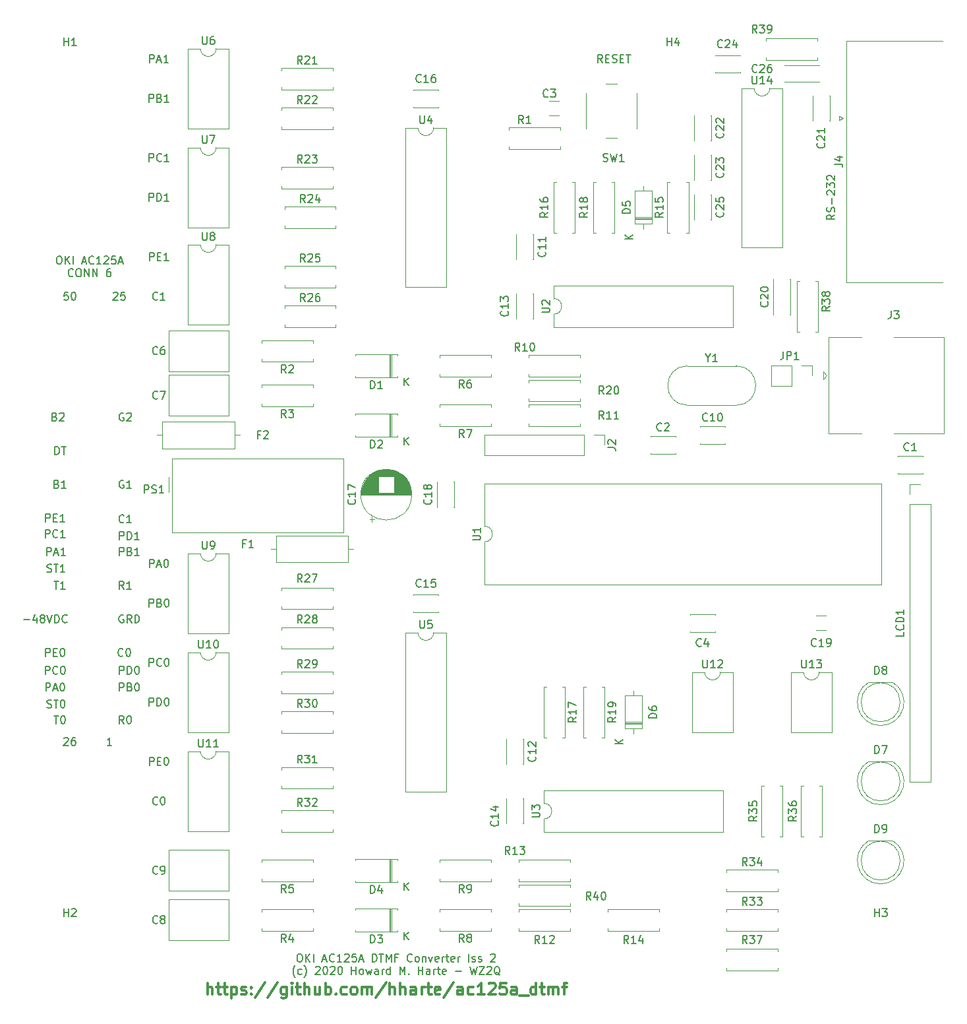
<source format=gbr>
G04 #@! TF.GenerationSoftware,KiCad,Pcbnew,(6.0.5-0)*
G04 #@! TF.CreationDate,2022-08-07T12:30:07-07:00*
G04 #@! TF.ProjectId,ac125a_dtmf,61633132-3561-45f6-9474-6d662e6b6963,rev?*
G04 #@! TF.SameCoordinates,Original*
G04 #@! TF.FileFunction,Legend,Top*
G04 #@! TF.FilePolarity,Positive*
%FSLAX46Y46*%
G04 Gerber Fmt 4.6, Leading zero omitted, Abs format (unit mm)*
G04 Created by KiCad (PCBNEW (6.0.5-0)) date 2022-08-07 12:30:07*
%MOMM*%
%LPD*%
G01*
G04 APERTURE LIST*
%ADD10C,0.150000*%
%ADD11C,0.300000*%
%ADD12C,0.120000*%
G04 APERTURE END LIST*
D10*
X70073809Y-146602380D02*
X70264285Y-146602380D01*
X70359523Y-146650000D01*
X70454761Y-146745238D01*
X70502380Y-146935714D01*
X70502380Y-147269047D01*
X70454761Y-147459523D01*
X70359523Y-147554761D01*
X70264285Y-147602380D01*
X70073809Y-147602380D01*
X69978571Y-147554761D01*
X69883333Y-147459523D01*
X69835714Y-147269047D01*
X69835714Y-146935714D01*
X69883333Y-146745238D01*
X69978571Y-146650000D01*
X70073809Y-146602380D01*
X70930952Y-147602380D02*
X70930952Y-146602380D01*
X71502380Y-147602380D02*
X71073809Y-147030952D01*
X71502380Y-146602380D02*
X70930952Y-147173809D01*
X71930952Y-147602380D02*
X71930952Y-146602380D01*
X73121428Y-147316666D02*
X73597619Y-147316666D01*
X73026190Y-147602380D02*
X73359523Y-146602380D01*
X73692857Y-147602380D01*
X74597619Y-147507142D02*
X74550000Y-147554761D01*
X74407142Y-147602380D01*
X74311904Y-147602380D01*
X74169047Y-147554761D01*
X74073809Y-147459523D01*
X74026190Y-147364285D01*
X73978571Y-147173809D01*
X73978571Y-147030952D01*
X74026190Y-146840476D01*
X74073809Y-146745238D01*
X74169047Y-146650000D01*
X74311904Y-146602380D01*
X74407142Y-146602380D01*
X74550000Y-146650000D01*
X74597619Y-146697619D01*
X75550000Y-147602380D02*
X74978571Y-147602380D01*
X75264285Y-147602380D02*
X75264285Y-146602380D01*
X75169047Y-146745238D01*
X75073809Y-146840476D01*
X74978571Y-146888095D01*
X75930952Y-146697619D02*
X75978571Y-146650000D01*
X76073809Y-146602380D01*
X76311904Y-146602380D01*
X76407142Y-146650000D01*
X76454761Y-146697619D01*
X76502380Y-146792857D01*
X76502380Y-146888095D01*
X76454761Y-147030952D01*
X75883333Y-147602380D01*
X76502380Y-147602380D01*
X77407142Y-146602380D02*
X76930952Y-146602380D01*
X76883333Y-147078571D01*
X76930952Y-147030952D01*
X77026190Y-146983333D01*
X77264285Y-146983333D01*
X77359523Y-147030952D01*
X77407142Y-147078571D01*
X77454761Y-147173809D01*
X77454761Y-147411904D01*
X77407142Y-147507142D01*
X77359523Y-147554761D01*
X77264285Y-147602380D01*
X77026190Y-147602380D01*
X76930952Y-147554761D01*
X76883333Y-147507142D01*
X77835714Y-147316666D02*
X78311904Y-147316666D01*
X77740476Y-147602380D02*
X78073809Y-146602380D01*
X78407142Y-147602380D01*
X79502380Y-147602380D02*
X79502380Y-146602380D01*
X79740476Y-146602380D01*
X79883333Y-146650000D01*
X79978571Y-146745238D01*
X80026190Y-146840476D01*
X80073809Y-147030952D01*
X80073809Y-147173809D01*
X80026190Y-147364285D01*
X79978571Y-147459523D01*
X79883333Y-147554761D01*
X79740476Y-147602380D01*
X79502380Y-147602380D01*
X80359523Y-146602380D02*
X80930952Y-146602380D01*
X80645238Y-147602380D02*
X80645238Y-146602380D01*
X81264285Y-147602380D02*
X81264285Y-146602380D01*
X81597619Y-147316666D01*
X81930952Y-146602380D01*
X81930952Y-147602380D01*
X82740476Y-147078571D02*
X82407142Y-147078571D01*
X82407142Y-147602380D02*
X82407142Y-146602380D01*
X82883333Y-146602380D01*
X84597619Y-147507142D02*
X84549999Y-147554761D01*
X84407142Y-147602380D01*
X84311904Y-147602380D01*
X84169047Y-147554761D01*
X84073809Y-147459523D01*
X84026190Y-147364285D01*
X83978571Y-147173809D01*
X83978571Y-147030952D01*
X84026190Y-146840476D01*
X84073809Y-146745238D01*
X84169047Y-146650000D01*
X84311904Y-146602380D01*
X84407142Y-146602380D01*
X84549999Y-146650000D01*
X84597619Y-146697619D01*
X85169047Y-147602380D02*
X85073809Y-147554761D01*
X85026190Y-147507142D01*
X84978571Y-147411904D01*
X84978571Y-147126190D01*
X85026190Y-147030952D01*
X85073809Y-146983333D01*
X85169047Y-146935714D01*
X85311904Y-146935714D01*
X85407142Y-146983333D01*
X85454761Y-147030952D01*
X85502380Y-147126190D01*
X85502380Y-147411904D01*
X85454761Y-147507142D01*
X85407142Y-147554761D01*
X85311904Y-147602380D01*
X85169047Y-147602380D01*
X85930952Y-146935714D02*
X85930952Y-147602380D01*
X85930952Y-147030952D02*
X85978571Y-146983333D01*
X86073809Y-146935714D01*
X86216666Y-146935714D01*
X86311904Y-146983333D01*
X86359523Y-147078571D01*
X86359523Y-147602380D01*
X86740476Y-146935714D02*
X86978571Y-147602380D01*
X87216666Y-146935714D01*
X87978571Y-147554761D02*
X87883333Y-147602380D01*
X87692857Y-147602380D01*
X87597619Y-147554761D01*
X87549999Y-147459523D01*
X87549999Y-147078571D01*
X87597619Y-146983333D01*
X87692857Y-146935714D01*
X87883333Y-146935714D01*
X87978571Y-146983333D01*
X88026190Y-147078571D01*
X88026190Y-147173809D01*
X87549999Y-147269047D01*
X88454761Y-147602380D02*
X88454761Y-146935714D01*
X88454761Y-147126190D02*
X88502380Y-147030952D01*
X88549999Y-146983333D01*
X88645238Y-146935714D01*
X88740476Y-146935714D01*
X88930952Y-146935714D02*
X89311904Y-146935714D01*
X89073809Y-146602380D02*
X89073809Y-147459523D01*
X89121428Y-147554761D01*
X89216666Y-147602380D01*
X89311904Y-147602380D01*
X90026190Y-147554761D02*
X89930952Y-147602380D01*
X89740476Y-147602380D01*
X89645238Y-147554761D01*
X89597619Y-147459523D01*
X89597619Y-147078571D01*
X89645238Y-146983333D01*
X89740476Y-146935714D01*
X89930952Y-146935714D01*
X90026190Y-146983333D01*
X90073809Y-147078571D01*
X90073809Y-147173809D01*
X89597619Y-147269047D01*
X90502380Y-147602380D02*
X90502380Y-146935714D01*
X90502380Y-147126190D02*
X90550000Y-147030952D01*
X90597619Y-146983333D01*
X90692857Y-146935714D01*
X90788095Y-146935714D01*
X91883333Y-147602380D02*
X91883333Y-146602380D01*
X92311904Y-147554761D02*
X92407142Y-147602380D01*
X92597619Y-147602380D01*
X92692857Y-147554761D01*
X92740476Y-147459523D01*
X92740476Y-147411904D01*
X92692857Y-147316666D01*
X92597619Y-147269047D01*
X92454761Y-147269047D01*
X92359523Y-147221428D01*
X92311904Y-147126190D01*
X92311904Y-147078571D01*
X92359523Y-146983333D01*
X92454761Y-146935714D01*
X92597619Y-146935714D01*
X92692857Y-146983333D01*
X93121428Y-147554761D02*
X93216666Y-147602380D01*
X93407142Y-147602380D01*
X93502380Y-147554761D01*
X93550000Y-147459523D01*
X93550000Y-147411904D01*
X93502380Y-147316666D01*
X93407142Y-147269047D01*
X93264285Y-147269047D01*
X93169047Y-147221428D01*
X93121428Y-147126190D01*
X93121428Y-147078571D01*
X93169047Y-146983333D01*
X93264285Y-146935714D01*
X93407142Y-146935714D01*
X93502380Y-146983333D01*
X94692857Y-146697619D02*
X94740476Y-146650000D01*
X94835714Y-146602380D01*
X95073809Y-146602380D01*
X95169047Y-146650000D01*
X95216666Y-146697619D01*
X95264285Y-146792857D01*
X95264285Y-146888095D01*
X95216666Y-147030952D01*
X94645238Y-147602380D01*
X95264285Y-147602380D01*
X69597619Y-149593333D02*
X69550000Y-149545714D01*
X69454761Y-149402857D01*
X69407142Y-149307619D01*
X69359523Y-149164761D01*
X69311904Y-148926666D01*
X69311904Y-148736190D01*
X69359523Y-148498095D01*
X69407142Y-148355238D01*
X69454761Y-148260000D01*
X69550000Y-148117142D01*
X69597619Y-148069523D01*
X70407142Y-149164761D02*
X70311904Y-149212380D01*
X70121428Y-149212380D01*
X70026190Y-149164761D01*
X69978571Y-149117142D01*
X69930952Y-149021904D01*
X69930952Y-148736190D01*
X69978571Y-148640952D01*
X70026190Y-148593333D01*
X70121428Y-148545714D01*
X70311904Y-148545714D01*
X70407142Y-148593333D01*
X70740476Y-149593333D02*
X70788095Y-149545714D01*
X70883333Y-149402857D01*
X70930952Y-149307619D01*
X70978571Y-149164761D01*
X71026190Y-148926666D01*
X71026190Y-148736190D01*
X70978571Y-148498095D01*
X70930952Y-148355238D01*
X70883333Y-148260000D01*
X70788095Y-148117142D01*
X70740476Y-148069523D01*
X72216666Y-148307619D02*
X72264285Y-148260000D01*
X72359523Y-148212380D01*
X72597619Y-148212380D01*
X72692857Y-148260000D01*
X72740476Y-148307619D01*
X72788095Y-148402857D01*
X72788095Y-148498095D01*
X72740476Y-148640952D01*
X72169047Y-149212380D01*
X72788095Y-149212380D01*
X73407142Y-148212380D02*
X73502380Y-148212380D01*
X73597619Y-148260000D01*
X73645238Y-148307619D01*
X73692857Y-148402857D01*
X73740476Y-148593333D01*
X73740476Y-148831428D01*
X73692857Y-149021904D01*
X73645238Y-149117142D01*
X73597619Y-149164761D01*
X73502380Y-149212380D01*
X73407142Y-149212380D01*
X73311904Y-149164761D01*
X73264285Y-149117142D01*
X73216666Y-149021904D01*
X73169047Y-148831428D01*
X73169047Y-148593333D01*
X73216666Y-148402857D01*
X73264285Y-148307619D01*
X73311904Y-148260000D01*
X73407142Y-148212380D01*
X74121428Y-148307619D02*
X74169047Y-148260000D01*
X74264285Y-148212380D01*
X74502380Y-148212380D01*
X74597619Y-148260000D01*
X74645238Y-148307619D01*
X74692857Y-148402857D01*
X74692857Y-148498095D01*
X74645238Y-148640952D01*
X74073809Y-149212380D01*
X74692857Y-149212380D01*
X75311904Y-148212380D02*
X75407142Y-148212380D01*
X75502380Y-148260000D01*
X75550000Y-148307619D01*
X75597619Y-148402857D01*
X75645238Y-148593333D01*
X75645238Y-148831428D01*
X75597619Y-149021904D01*
X75550000Y-149117142D01*
X75502380Y-149164761D01*
X75407142Y-149212380D01*
X75311904Y-149212380D01*
X75216666Y-149164761D01*
X75169047Y-149117142D01*
X75121428Y-149021904D01*
X75073809Y-148831428D01*
X75073809Y-148593333D01*
X75121428Y-148402857D01*
X75169047Y-148307619D01*
X75216666Y-148260000D01*
X75311904Y-148212380D01*
X76835714Y-149212380D02*
X76835714Y-148212380D01*
X76835714Y-148688571D02*
X77407142Y-148688571D01*
X77407142Y-149212380D02*
X77407142Y-148212380D01*
X78026190Y-149212380D02*
X77930952Y-149164761D01*
X77883333Y-149117142D01*
X77835714Y-149021904D01*
X77835714Y-148736190D01*
X77883333Y-148640952D01*
X77930952Y-148593333D01*
X78026190Y-148545714D01*
X78169047Y-148545714D01*
X78264285Y-148593333D01*
X78311904Y-148640952D01*
X78359523Y-148736190D01*
X78359523Y-149021904D01*
X78311904Y-149117142D01*
X78264285Y-149164761D01*
X78169047Y-149212380D01*
X78026190Y-149212380D01*
X78692857Y-148545714D02*
X78883333Y-149212380D01*
X79073809Y-148736190D01*
X79264285Y-149212380D01*
X79454761Y-148545714D01*
X80264285Y-149212380D02*
X80264285Y-148688571D01*
X80216666Y-148593333D01*
X80121428Y-148545714D01*
X79930952Y-148545714D01*
X79835714Y-148593333D01*
X80264285Y-149164761D02*
X80169047Y-149212380D01*
X79930952Y-149212380D01*
X79835714Y-149164761D01*
X79788095Y-149069523D01*
X79788095Y-148974285D01*
X79835714Y-148879047D01*
X79930952Y-148831428D01*
X80169047Y-148831428D01*
X80264285Y-148783809D01*
X80740476Y-149212380D02*
X80740476Y-148545714D01*
X80740476Y-148736190D02*
X80788095Y-148640952D01*
X80835714Y-148593333D01*
X80930952Y-148545714D01*
X81026190Y-148545714D01*
X81788095Y-149212380D02*
X81788095Y-148212380D01*
X81788095Y-149164761D02*
X81692857Y-149212380D01*
X81502380Y-149212380D01*
X81407142Y-149164761D01*
X81359523Y-149117142D01*
X81311904Y-149021904D01*
X81311904Y-148736190D01*
X81359523Y-148640952D01*
X81407142Y-148593333D01*
X81502380Y-148545714D01*
X81692857Y-148545714D01*
X81788095Y-148593333D01*
X83026190Y-149212380D02*
X83026190Y-148212380D01*
X83359523Y-148926666D01*
X83692857Y-148212380D01*
X83692857Y-149212380D01*
X84169047Y-149117142D02*
X84216666Y-149164761D01*
X84169047Y-149212380D01*
X84121428Y-149164761D01*
X84169047Y-149117142D01*
X84169047Y-149212380D01*
X85407142Y-149212380D02*
X85407142Y-148212380D01*
X85407142Y-148688571D02*
X85978571Y-148688571D01*
X85978571Y-149212380D02*
X85978571Y-148212380D01*
X86883333Y-149212380D02*
X86883333Y-148688571D01*
X86835714Y-148593333D01*
X86740476Y-148545714D01*
X86550000Y-148545714D01*
X86454761Y-148593333D01*
X86883333Y-149164761D02*
X86788095Y-149212380D01*
X86550000Y-149212380D01*
X86454761Y-149164761D01*
X86407142Y-149069523D01*
X86407142Y-148974285D01*
X86454761Y-148879047D01*
X86550000Y-148831428D01*
X86788095Y-148831428D01*
X86883333Y-148783809D01*
X87359523Y-149212380D02*
X87359523Y-148545714D01*
X87359523Y-148736190D02*
X87407142Y-148640952D01*
X87454761Y-148593333D01*
X87550000Y-148545714D01*
X87645238Y-148545714D01*
X87835714Y-148545714D02*
X88216666Y-148545714D01*
X87978571Y-148212380D02*
X87978571Y-149069523D01*
X88026190Y-149164761D01*
X88121428Y-149212380D01*
X88216666Y-149212380D01*
X88930952Y-149164761D02*
X88835714Y-149212380D01*
X88645238Y-149212380D01*
X88550000Y-149164761D01*
X88502380Y-149069523D01*
X88502380Y-148688571D01*
X88550000Y-148593333D01*
X88645238Y-148545714D01*
X88835714Y-148545714D01*
X88930952Y-148593333D01*
X88978571Y-148688571D01*
X88978571Y-148783809D01*
X88502380Y-148879047D01*
X90169047Y-148831428D02*
X90930952Y-148831428D01*
X92073809Y-148212380D02*
X92311904Y-149212380D01*
X92502380Y-148498095D01*
X92692857Y-149212380D01*
X92930952Y-148212380D01*
X93216666Y-148212380D02*
X93883333Y-148212380D01*
X93216666Y-149212380D01*
X93883333Y-149212380D01*
X94216666Y-148307619D02*
X94264285Y-148260000D01*
X94359523Y-148212380D01*
X94597619Y-148212380D01*
X94692857Y-148260000D01*
X94740476Y-148307619D01*
X94788095Y-148402857D01*
X94788095Y-148498095D01*
X94740476Y-148640952D01*
X94169047Y-149212380D01*
X94788095Y-149212380D01*
X95883333Y-149307619D02*
X95788095Y-149260000D01*
X95692857Y-149164761D01*
X95549999Y-149021904D01*
X95454761Y-148974285D01*
X95359523Y-148974285D01*
X95407142Y-149212380D02*
X95311904Y-149164761D01*
X95216666Y-149069523D01*
X95169047Y-148879047D01*
X95169047Y-148545714D01*
X95216666Y-148355238D01*
X95311904Y-148260000D01*
X95407142Y-148212380D01*
X95597619Y-148212380D01*
X95692857Y-148260000D01*
X95788095Y-148355238D01*
X95835714Y-148545714D01*
X95835714Y-148879047D01*
X95788095Y-149069523D01*
X95692857Y-149164761D01*
X95597619Y-149212380D01*
X95407142Y-149212380D01*
X109037619Y-32202380D02*
X108704285Y-31726190D01*
X108466190Y-32202380D02*
X108466190Y-31202380D01*
X108847142Y-31202380D01*
X108942380Y-31250000D01*
X108990000Y-31297619D01*
X109037619Y-31392857D01*
X109037619Y-31535714D01*
X108990000Y-31630952D01*
X108942380Y-31678571D01*
X108847142Y-31726190D01*
X108466190Y-31726190D01*
X109466190Y-31678571D02*
X109799523Y-31678571D01*
X109942380Y-32202380D02*
X109466190Y-32202380D01*
X109466190Y-31202380D01*
X109942380Y-31202380D01*
X110323333Y-32154761D02*
X110466190Y-32202380D01*
X110704285Y-32202380D01*
X110799523Y-32154761D01*
X110847142Y-32107142D01*
X110894761Y-32011904D01*
X110894761Y-31916666D01*
X110847142Y-31821428D01*
X110799523Y-31773809D01*
X110704285Y-31726190D01*
X110513809Y-31678571D01*
X110418571Y-31630952D01*
X110370952Y-31583333D01*
X110323333Y-31488095D01*
X110323333Y-31392857D01*
X110370952Y-31297619D01*
X110418571Y-31250000D01*
X110513809Y-31202380D01*
X110751904Y-31202380D01*
X110894761Y-31250000D01*
X111323333Y-31678571D02*
X111656666Y-31678571D01*
X111799523Y-32202380D02*
X111323333Y-32202380D01*
X111323333Y-31202380D01*
X111799523Y-31202380D01*
X112085238Y-31202380D02*
X112656666Y-31202380D01*
X112370952Y-32202380D02*
X112370952Y-31202380D01*
X39179999Y-57067380D02*
X39370476Y-57067380D01*
X39465714Y-57115000D01*
X39560952Y-57210238D01*
X39608571Y-57400714D01*
X39608571Y-57734047D01*
X39560952Y-57924523D01*
X39465714Y-58019761D01*
X39370476Y-58067380D01*
X39179999Y-58067380D01*
X39084761Y-58019761D01*
X38989523Y-57924523D01*
X38941904Y-57734047D01*
X38941904Y-57400714D01*
X38989523Y-57210238D01*
X39084761Y-57115000D01*
X39179999Y-57067380D01*
X40037142Y-58067380D02*
X40037142Y-57067380D01*
X40608571Y-58067380D02*
X40179999Y-57495952D01*
X40608571Y-57067380D02*
X40037142Y-57638809D01*
X41037142Y-58067380D02*
X41037142Y-57067380D01*
X42227619Y-57781666D02*
X42703809Y-57781666D01*
X42132380Y-58067380D02*
X42465714Y-57067380D01*
X42799047Y-58067380D01*
X43703809Y-57972142D02*
X43656190Y-58019761D01*
X43513333Y-58067380D01*
X43418095Y-58067380D01*
X43275238Y-58019761D01*
X43179999Y-57924523D01*
X43132380Y-57829285D01*
X43084761Y-57638809D01*
X43084761Y-57495952D01*
X43132380Y-57305476D01*
X43179999Y-57210238D01*
X43275238Y-57115000D01*
X43418095Y-57067380D01*
X43513333Y-57067380D01*
X43656190Y-57115000D01*
X43703809Y-57162619D01*
X44656190Y-58067380D02*
X44084761Y-58067380D01*
X44370476Y-58067380D02*
X44370476Y-57067380D01*
X44275238Y-57210238D01*
X44179999Y-57305476D01*
X44084761Y-57353095D01*
X45037142Y-57162619D02*
X45084761Y-57115000D01*
X45179999Y-57067380D01*
X45418095Y-57067380D01*
X45513333Y-57115000D01*
X45560952Y-57162619D01*
X45608571Y-57257857D01*
X45608571Y-57353095D01*
X45560952Y-57495952D01*
X44989523Y-58067380D01*
X45608571Y-58067380D01*
X46513333Y-57067380D02*
X46037142Y-57067380D01*
X45989523Y-57543571D01*
X46037142Y-57495952D01*
X46132380Y-57448333D01*
X46370476Y-57448333D01*
X46465714Y-57495952D01*
X46513333Y-57543571D01*
X46560952Y-57638809D01*
X46560952Y-57876904D01*
X46513333Y-57972142D01*
X46465714Y-58019761D01*
X46370476Y-58067380D01*
X46132380Y-58067380D01*
X46037142Y-58019761D01*
X45989523Y-57972142D01*
X46941904Y-57781666D02*
X47418095Y-57781666D01*
X46846666Y-58067380D02*
X47180000Y-57067380D01*
X47513333Y-58067380D01*
X41060952Y-59582142D02*
X41013333Y-59629761D01*
X40870476Y-59677380D01*
X40775238Y-59677380D01*
X40632380Y-59629761D01*
X40537142Y-59534523D01*
X40489523Y-59439285D01*
X40441904Y-59248809D01*
X40441904Y-59105952D01*
X40489523Y-58915476D01*
X40537142Y-58820238D01*
X40632380Y-58725000D01*
X40775238Y-58677380D01*
X40870476Y-58677380D01*
X41013333Y-58725000D01*
X41060952Y-58772619D01*
X41680000Y-58677380D02*
X41870476Y-58677380D01*
X41965714Y-58725000D01*
X42060952Y-58820238D01*
X42108571Y-59010714D01*
X42108571Y-59344047D01*
X42060952Y-59534523D01*
X41965714Y-59629761D01*
X41870476Y-59677380D01*
X41680000Y-59677380D01*
X41584761Y-59629761D01*
X41489523Y-59534523D01*
X41441904Y-59344047D01*
X41441904Y-59010714D01*
X41489523Y-58820238D01*
X41584761Y-58725000D01*
X41680000Y-58677380D01*
X42537142Y-59677380D02*
X42537142Y-58677380D01*
X43108571Y-59677380D01*
X43108571Y-58677380D01*
X43584761Y-59677380D02*
X43584761Y-58677380D01*
X44156190Y-59677380D01*
X44156190Y-58677380D01*
X45822857Y-58677380D02*
X45632380Y-58677380D01*
X45537142Y-58725000D01*
X45489523Y-58772619D01*
X45394285Y-58915476D01*
X45346666Y-59105952D01*
X45346666Y-59486904D01*
X45394285Y-59582142D01*
X45441904Y-59629761D01*
X45537142Y-59677380D01*
X45727619Y-59677380D01*
X45822857Y-59629761D01*
X45870476Y-59582142D01*
X45918095Y-59486904D01*
X45918095Y-59248809D01*
X45870476Y-59153571D01*
X45822857Y-59105952D01*
X45727619Y-59058333D01*
X45537142Y-59058333D01*
X45441904Y-59105952D01*
X45394285Y-59153571D01*
X45346666Y-59248809D01*
X47458333Y-108307142D02*
X47410714Y-108354761D01*
X47267857Y-108402380D01*
X47172619Y-108402380D01*
X47029761Y-108354761D01*
X46934523Y-108259523D01*
X46886904Y-108164285D01*
X46839285Y-107973809D01*
X46839285Y-107830952D01*
X46886904Y-107640476D01*
X46934523Y-107545238D01*
X47029761Y-107450000D01*
X47172619Y-107402380D01*
X47267857Y-107402380D01*
X47410714Y-107450000D01*
X47458333Y-107497619D01*
X48077380Y-107402380D02*
X48172619Y-107402380D01*
X48267857Y-107450000D01*
X48315476Y-107497619D01*
X48363095Y-107592857D01*
X48410714Y-107783333D01*
X48410714Y-108021428D01*
X48363095Y-108211904D01*
X48315476Y-108307142D01*
X48267857Y-108354761D01*
X48172619Y-108402380D01*
X48077380Y-108402380D01*
X47982142Y-108354761D01*
X47934523Y-108307142D01*
X47886904Y-108211904D01*
X47839285Y-108021428D01*
X47839285Y-107783333D01*
X47886904Y-107592857D01*
X47934523Y-107497619D01*
X47982142Y-107450000D01*
X48077380Y-107402380D01*
X38608095Y-98766380D02*
X39179523Y-98766380D01*
X38893809Y-99766380D02*
X38893809Y-98766380D01*
X40036666Y-99766380D02*
X39465238Y-99766380D01*
X39750952Y-99766380D02*
X39750952Y-98766380D01*
X39655714Y-98909238D01*
X39560476Y-99004476D01*
X39465238Y-99052095D01*
X50879523Y-57602380D02*
X50879523Y-56602380D01*
X51260476Y-56602380D01*
X51355714Y-56650000D01*
X51403333Y-56697619D01*
X51450952Y-56792857D01*
X51450952Y-56935714D01*
X51403333Y-57030952D01*
X51355714Y-57078571D01*
X51260476Y-57126190D01*
X50879523Y-57126190D01*
X51879523Y-57078571D02*
X52212857Y-57078571D01*
X52355714Y-57602380D02*
X51879523Y-57602380D01*
X51879523Y-56602380D01*
X52355714Y-56602380D01*
X53308095Y-57602380D02*
X52736666Y-57602380D01*
X53022380Y-57602380D02*
X53022380Y-56602380D01*
X52927142Y-56745238D01*
X52831904Y-56840476D01*
X52736666Y-56888095D01*
X50831904Y-109672380D02*
X50831904Y-108672380D01*
X51212857Y-108672380D01*
X51308095Y-108720000D01*
X51355714Y-108767619D01*
X51403333Y-108862857D01*
X51403333Y-109005714D01*
X51355714Y-109100952D01*
X51308095Y-109148571D01*
X51212857Y-109196190D01*
X50831904Y-109196190D01*
X52403333Y-109577142D02*
X52355714Y-109624761D01*
X52212857Y-109672380D01*
X52117619Y-109672380D01*
X51974761Y-109624761D01*
X51879523Y-109529523D01*
X51831904Y-109434285D01*
X51784285Y-109243809D01*
X51784285Y-109100952D01*
X51831904Y-108910476D01*
X51879523Y-108815238D01*
X51974761Y-108720000D01*
X52117619Y-108672380D01*
X52212857Y-108672380D01*
X52355714Y-108720000D01*
X52403333Y-108767619D01*
X53022380Y-108672380D02*
X53117619Y-108672380D01*
X53212857Y-108720000D01*
X53260476Y-108767619D01*
X53308095Y-108862857D01*
X53355714Y-109053333D01*
X53355714Y-109291428D01*
X53308095Y-109481904D01*
X53260476Y-109577142D01*
X53212857Y-109624761D01*
X53117619Y-109672380D01*
X53022380Y-109672380D01*
X52927142Y-109624761D01*
X52879523Y-109577142D01*
X52831904Y-109481904D01*
X52784285Y-109291428D01*
X52784285Y-109053333D01*
X52831904Y-108862857D01*
X52879523Y-108767619D01*
X52927142Y-108720000D01*
X53022380Y-108672380D01*
X40401904Y-61682380D02*
X39925714Y-61682380D01*
X39878095Y-62158571D01*
X39925714Y-62110952D01*
X40020952Y-62063333D01*
X40259047Y-62063333D01*
X40354285Y-62110952D01*
X40401904Y-62158571D01*
X40449523Y-62253809D01*
X40449523Y-62491904D01*
X40401904Y-62587142D01*
X40354285Y-62634761D01*
X40259047Y-62682380D01*
X40020952Y-62682380D01*
X39925714Y-62634761D01*
X39878095Y-62587142D01*
X41068571Y-61682380D02*
X41163809Y-61682380D01*
X41259047Y-61730000D01*
X41306666Y-61777619D01*
X41354285Y-61872857D01*
X41401904Y-62063333D01*
X41401904Y-62301428D01*
X41354285Y-62491904D01*
X41306666Y-62587142D01*
X41259047Y-62634761D01*
X41163809Y-62682380D01*
X41068571Y-62682380D01*
X40973333Y-62634761D01*
X40925714Y-62587142D01*
X40878095Y-62491904D01*
X40830476Y-62301428D01*
X40830476Y-62063333D01*
X40878095Y-61872857D01*
X40925714Y-61777619D01*
X40973333Y-61730000D01*
X41068571Y-61682380D01*
X38711238Y-77652571D02*
X38854095Y-77700190D01*
X38901714Y-77747809D01*
X38949333Y-77843047D01*
X38949333Y-77985904D01*
X38901714Y-78081142D01*
X38854095Y-78128761D01*
X38758857Y-78176380D01*
X38377904Y-78176380D01*
X38377904Y-77176380D01*
X38711238Y-77176380D01*
X38806476Y-77224000D01*
X38854095Y-77271619D01*
X38901714Y-77366857D01*
X38901714Y-77462095D01*
X38854095Y-77557333D01*
X38806476Y-77604952D01*
X38711238Y-77652571D01*
X38377904Y-77652571D01*
X39330285Y-77271619D02*
X39377904Y-77224000D01*
X39473142Y-77176380D01*
X39711238Y-77176380D01*
X39806476Y-77224000D01*
X39854095Y-77271619D01*
X39901714Y-77366857D01*
X39901714Y-77462095D01*
X39854095Y-77604952D01*
X39282666Y-78176380D01*
X39901714Y-78176380D01*
X50879523Y-122372380D02*
X50879523Y-121372380D01*
X51260476Y-121372380D01*
X51355714Y-121420000D01*
X51403333Y-121467619D01*
X51450952Y-121562857D01*
X51450952Y-121705714D01*
X51403333Y-121800952D01*
X51355714Y-121848571D01*
X51260476Y-121896190D01*
X50879523Y-121896190D01*
X51879523Y-121848571D02*
X52212857Y-121848571D01*
X52355714Y-122372380D02*
X51879523Y-122372380D01*
X51879523Y-121372380D01*
X52355714Y-121372380D01*
X52974761Y-121372380D02*
X53070000Y-121372380D01*
X53165238Y-121420000D01*
X53212857Y-121467619D01*
X53260476Y-121562857D01*
X53308095Y-121753333D01*
X53308095Y-121991428D01*
X53260476Y-122181904D01*
X53212857Y-122277142D01*
X53165238Y-122324761D01*
X53070000Y-122372380D01*
X52974761Y-122372380D01*
X52879523Y-122324761D01*
X52831904Y-122277142D01*
X52784285Y-122181904D01*
X52736666Y-121991428D01*
X52736666Y-121753333D01*
X52784285Y-121562857D01*
X52831904Y-121467619D01*
X52879523Y-121420000D01*
X52974761Y-121372380D01*
D11*
X58315714Y-151808571D02*
X58315714Y-150308571D01*
X58958571Y-151808571D02*
X58958571Y-151022857D01*
X58887142Y-150880000D01*
X58744285Y-150808571D01*
X58529999Y-150808571D01*
X58387142Y-150880000D01*
X58315714Y-150951428D01*
X59458571Y-150808571D02*
X60029999Y-150808571D01*
X59672857Y-150308571D02*
X59672857Y-151594285D01*
X59744285Y-151737142D01*
X59887142Y-151808571D01*
X60029999Y-151808571D01*
X60315714Y-150808571D02*
X60887142Y-150808571D01*
X60529999Y-150308571D02*
X60529999Y-151594285D01*
X60601428Y-151737142D01*
X60744285Y-151808571D01*
X60887142Y-151808571D01*
X61387142Y-150808571D02*
X61387142Y-152308571D01*
X61387142Y-150880000D02*
X61529999Y-150808571D01*
X61815714Y-150808571D01*
X61958571Y-150880000D01*
X62029999Y-150951428D01*
X62101428Y-151094285D01*
X62101428Y-151522857D01*
X62029999Y-151665714D01*
X61958571Y-151737142D01*
X61815714Y-151808571D01*
X61529999Y-151808571D01*
X61387142Y-151737142D01*
X62672857Y-151737142D02*
X62815714Y-151808571D01*
X63101428Y-151808571D01*
X63244285Y-151737142D01*
X63315714Y-151594285D01*
X63315714Y-151522857D01*
X63244285Y-151380000D01*
X63101428Y-151308571D01*
X62887142Y-151308571D01*
X62744285Y-151237142D01*
X62672857Y-151094285D01*
X62672857Y-151022857D01*
X62744285Y-150880000D01*
X62887142Y-150808571D01*
X63101428Y-150808571D01*
X63244285Y-150880000D01*
X63958571Y-151665714D02*
X64029999Y-151737142D01*
X63958571Y-151808571D01*
X63887142Y-151737142D01*
X63958571Y-151665714D01*
X63958571Y-151808571D01*
X63958571Y-150880000D02*
X64029999Y-150951428D01*
X63958571Y-151022857D01*
X63887142Y-150951428D01*
X63958571Y-150880000D01*
X63958571Y-151022857D01*
X65744285Y-150237142D02*
X64458571Y-152165714D01*
X67315714Y-150237142D02*
X66029999Y-152165714D01*
X68458571Y-150808571D02*
X68458571Y-152022857D01*
X68387142Y-152165714D01*
X68315714Y-152237142D01*
X68172857Y-152308571D01*
X67958571Y-152308571D01*
X67815714Y-152237142D01*
X68458571Y-151737142D02*
X68315714Y-151808571D01*
X68029999Y-151808571D01*
X67887142Y-151737142D01*
X67815714Y-151665714D01*
X67744285Y-151522857D01*
X67744285Y-151094285D01*
X67815714Y-150951428D01*
X67887142Y-150880000D01*
X68029999Y-150808571D01*
X68315714Y-150808571D01*
X68458571Y-150880000D01*
X69172857Y-151808571D02*
X69172857Y-150808571D01*
X69172857Y-150308571D02*
X69101428Y-150380000D01*
X69172857Y-150451428D01*
X69244285Y-150380000D01*
X69172857Y-150308571D01*
X69172857Y-150451428D01*
X69672857Y-150808571D02*
X70244285Y-150808571D01*
X69887142Y-150308571D02*
X69887142Y-151594285D01*
X69958571Y-151737142D01*
X70101428Y-151808571D01*
X70244285Y-151808571D01*
X70744285Y-151808571D02*
X70744285Y-150308571D01*
X71387142Y-151808571D02*
X71387142Y-151022857D01*
X71315714Y-150880000D01*
X71172857Y-150808571D01*
X70958571Y-150808571D01*
X70815714Y-150880000D01*
X70744285Y-150951428D01*
X72744285Y-150808571D02*
X72744285Y-151808571D01*
X72101428Y-150808571D02*
X72101428Y-151594285D01*
X72172857Y-151737142D01*
X72315714Y-151808571D01*
X72529999Y-151808571D01*
X72672857Y-151737142D01*
X72744285Y-151665714D01*
X73458571Y-151808571D02*
X73458571Y-150308571D01*
X73458571Y-150880000D02*
X73601428Y-150808571D01*
X73887142Y-150808571D01*
X74029999Y-150880000D01*
X74101428Y-150951428D01*
X74172857Y-151094285D01*
X74172857Y-151522857D01*
X74101428Y-151665714D01*
X74029999Y-151737142D01*
X73887142Y-151808571D01*
X73601428Y-151808571D01*
X73458571Y-151737142D01*
X74815714Y-151665714D02*
X74887142Y-151737142D01*
X74815714Y-151808571D01*
X74744285Y-151737142D01*
X74815714Y-151665714D01*
X74815714Y-151808571D01*
X76172857Y-151737142D02*
X76029999Y-151808571D01*
X75744285Y-151808571D01*
X75601428Y-151737142D01*
X75529999Y-151665714D01*
X75458571Y-151522857D01*
X75458571Y-151094285D01*
X75529999Y-150951428D01*
X75601428Y-150880000D01*
X75744285Y-150808571D01*
X76029999Y-150808571D01*
X76172857Y-150880000D01*
X77029999Y-151808571D02*
X76887142Y-151737142D01*
X76815714Y-151665714D01*
X76744285Y-151522857D01*
X76744285Y-151094285D01*
X76815714Y-150951428D01*
X76887142Y-150880000D01*
X77029999Y-150808571D01*
X77244285Y-150808571D01*
X77387142Y-150880000D01*
X77458571Y-150951428D01*
X77529999Y-151094285D01*
X77529999Y-151522857D01*
X77458571Y-151665714D01*
X77387142Y-151737142D01*
X77244285Y-151808571D01*
X77029999Y-151808571D01*
X78172857Y-151808571D02*
X78172857Y-150808571D01*
X78172857Y-150951428D02*
X78244285Y-150880000D01*
X78387142Y-150808571D01*
X78601428Y-150808571D01*
X78744285Y-150880000D01*
X78815714Y-151022857D01*
X78815714Y-151808571D01*
X78815714Y-151022857D02*
X78887142Y-150880000D01*
X79029999Y-150808571D01*
X79244285Y-150808571D01*
X79387142Y-150880000D01*
X79458571Y-151022857D01*
X79458571Y-151808571D01*
X81244285Y-150237142D02*
X79958571Y-152165714D01*
X81744285Y-151808571D02*
X81744285Y-150308571D01*
X82387142Y-151808571D02*
X82387142Y-151022857D01*
X82315714Y-150880000D01*
X82172857Y-150808571D01*
X81958571Y-150808571D01*
X81815714Y-150880000D01*
X81744285Y-150951428D01*
X83101428Y-151808571D02*
X83101428Y-150308571D01*
X83744285Y-151808571D02*
X83744285Y-151022857D01*
X83672857Y-150880000D01*
X83529999Y-150808571D01*
X83315714Y-150808571D01*
X83172857Y-150880000D01*
X83101428Y-150951428D01*
X85101428Y-151808571D02*
X85101428Y-151022857D01*
X85029999Y-150880000D01*
X84887142Y-150808571D01*
X84601428Y-150808571D01*
X84458571Y-150880000D01*
X85101428Y-151737142D02*
X84958571Y-151808571D01*
X84601428Y-151808571D01*
X84458571Y-151737142D01*
X84387142Y-151594285D01*
X84387142Y-151451428D01*
X84458571Y-151308571D01*
X84601428Y-151237142D01*
X84958571Y-151237142D01*
X85101428Y-151165714D01*
X85815714Y-151808571D02*
X85815714Y-150808571D01*
X85815714Y-151094285D02*
X85887142Y-150951428D01*
X85958571Y-150880000D01*
X86101428Y-150808571D01*
X86244285Y-150808571D01*
X86529999Y-150808571D02*
X87101428Y-150808571D01*
X86744285Y-150308571D02*
X86744285Y-151594285D01*
X86815714Y-151737142D01*
X86958571Y-151808571D01*
X87101428Y-151808571D01*
X88172857Y-151737142D02*
X88030000Y-151808571D01*
X87744285Y-151808571D01*
X87601428Y-151737142D01*
X87530000Y-151594285D01*
X87530000Y-151022857D01*
X87601428Y-150880000D01*
X87744285Y-150808571D01*
X88030000Y-150808571D01*
X88172857Y-150880000D01*
X88244285Y-151022857D01*
X88244285Y-151165714D01*
X87530000Y-151308571D01*
X89958571Y-150237142D02*
X88672857Y-152165714D01*
X91101428Y-151808571D02*
X91101428Y-151022857D01*
X91030000Y-150880000D01*
X90887142Y-150808571D01*
X90601428Y-150808571D01*
X90458571Y-150880000D01*
X91101428Y-151737142D02*
X90958571Y-151808571D01*
X90601428Y-151808571D01*
X90458571Y-151737142D01*
X90387142Y-151594285D01*
X90387142Y-151451428D01*
X90458571Y-151308571D01*
X90601428Y-151237142D01*
X90958571Y-151237142D01*
X91101428Y-151165714D01*
X92458571Y-151737142D02*
X92315714Y-151808571D01*
X92030000Y-151808571D01*
X91887142Y-151737142D01*
X91815714Y-151665714D01*
X91744285Y-151522857D01*
X91744285Y-151094285D01*
X91815714Y-150951428D01*
X91887142Y-150880000D01*
X92030000Y-150808571D01*
X92315714Y-150808571D01*
X92458571Y-150880000D01*
X93887142Y-151808571D02*
X93030000Y-151808571D01*
X93458571Y-151808571D02*
X93458571Y-150308571D01*
X93315714Y-150522857D01*
X93172857Y-150665714D01*
X93030000Y-150737142D01*
X94458571Y-150451428D02*
X94530000Y-150380000D01*
X94672857Y-150308571D01*
X95030000Y-150308571D01*
X95172857Y-150380000D01*
X95244285Y-150451428D01*
X95315714Y-150594285D01*
X95315714Y-150737142D01*
X95244285Y-150951428D01*
X94387142Y-151808571D01*
X95315714Y-151808571D01*
X96672857Y-150308571D02*
X95958571Y-150308571D01*
X95887142Y-151022857D01*
X95958571Y-150951428D01*
X96101428Y-150880000D01*
X96458571Y-150880000D01*
X96601428Y-150951428D01*
X96672857Y-151022857D01*
X96744285Y-151165714D01*
X96744285Y-151522857D01*
X96672857Y-151665714D01*
X96601428Y-151737142D01*
X96458571Y-151808571D01*
X96101428Y-151808571D01*
X95958571Y-151737142D01*
X95887142Y-151665714D01*
X98029999Y-151808571D02*
X98029999Y-151022857D01*
X97958571Y-150880000D01*
X97815714Y-150808571D01*
X97529999Y-150808571D01*
X97387142Y-150880000D01*
X98029999Y-151737142D02*
X97887142Y-151808571D01*
X97529999Y-151808571D01*
X97387142Y-151737142D01*
X97315714Y-151594285D01*
X97315714Y-151451428D01*
X97387142Y-151308571D01*
X97529999Y-151237142D01*
X97887142Y-151237142D01*
X98029999Y-151165714D01*
X98387142Y-151951428D02*
X99529999Y-151951428D01*
X100529999Y-151808571D02*
X100529999Y-150308571D01*
X100529999Y-151737142D02*
X100387142Y-151808571D01*
X100101428Y-151808571D01*
X99958571Y-151737142D01*
X99887142Y-151665714D01*
X99815714Y-151522857D01*
X99815714Y-151094285D01*
X99887142Y-150951428D01*
X99958571Y-150880000D01*
X100101428Y-150808571D01*
X100387142Y-150808571D01*
X100529999Y-150880000D01*
X101029999Y-150808571D02*
X101601428Y-150808571D01*
X101244285Y-150308571D02*
X101244285Y-151594285D01*
X101315714Y-151737142D01*
X101458571Y-151808571D01*
X101601428Y-151808571D01*
X102101428Y-151808571D02*
X102101428Y-150808571D01*
X102101428Y-150951428D02*
X102172857Y-150880000D01*
X102315714Y-150808571D01*
X102529999Y-150808571D01*
X102672857Y-150880000D01*
X102744285Y-151022857D01*
X102744285Y-151808571D01*
X102744285Y-151022857D02*
X102815714Y-150880000D01*
X102958571Y-150808571D01*
X103172857Y-150808571D01*
X103315714Y-150880000D01*
X103387142Y-151022857D01*
X103387142Y-151808571D01*
X103887142Y-150808571D02*
X104458571Y-150808571D01*
X104101428Y-151808571D02*
X104101428Y-150522857D01*
X104172857Y-150380000D01*
X104315714Y-150308571D01*
X104458571Y-150308571D01*
D10*
X47521904Y-103132000D02*
X47426666Y-103084380D01*
X47283809Y-103084380D01*
X47140952Y-103132000D01*
X47045714Y-103227238D01*
X46998095Y-103322476D01*
X46950476Y-103512952D01*
X46950476Y-103655809D01*
X46998095Y-103846285D01*
X47045714Y-103941523D01*
X47140952Y-104036761D01*
X47283809Y-104084380D01*
X47379047Y-104084380D01*
X47521904Y-104036761D01*
X47569523Y-103989142D01*
X47569523Y-103655809D01*
X47379047Y-103655809D01*
X48569523Y-104084380D02*
X48236190Y-103608190D01*
X47998095Y-104084380D02*
X47998095Y-103084380D01*
X48379047Y-103084380D01*
X48474285Y-103132000D01*
X48521904Y-103179619D01*
X48569523Y-103274857D01*
X48569523Y-103417714D01*
X48521904Y-103512952D01*
X48474285Y-103560571D01*
X48379047Y-103608190D01*
X47998095Y-103608190D01*
X48998095Y-104084380D02*
X48998095Y-103084380D01*
X49236190Y-103084380D01*
X49379047Y-103132000D01*
X49474285Y-103227238D01*
X49521904Y-103322476D01*
X49569523Y-103512952D01*
X49569523Y-103655809D01*
X49521904Y-103846285D01*
X49474285Y-103941523D01*
X49379047Y-104036761D01*
X49236190Y-104084380D01*
X48998095Y-104084380D01*
X37496904Y-93162380D02*
X37496904Y-92162380D01*
X37877857Y-92162380D01*
X37973095Y-92210000D01*
X38020714Y-92257619D01*
X38068333Y-92352857D01*
X38068333Y-92495714D01*
X38020714Y-92590952D01*
X37973095Y-92638571D01*
X37877857Y-92686190D01*
X37496904Y-92686190D01*
X39068333Y-93067142D02*
X39020714Y-93114761D01*
X38877857Y-93162380D01*
X38782619Y-93162380D01*
X38639761Y-93114761D01*
X38544523Y-93019523D01*
X38496904Y-92924285D01*
X38449285Y-92733809D01*
X38449285Y-92590952D01*
X38496904Y-92400476D01*
X38544523Y-92305238D01*
X38639761Y-92210000D01*
X38782619Y-92162380D01*
X38877857Y-92162380D01*
X39020714Y-92210000D01*
X39068333Y-92257619D01*
X40020714Y-93162380D02*
X39449285Y-93162380D01*
X39735000Y-93162380D02*
X39735000Y-92162380D01*
X39639761Y-92305238D01*
X39544523Y-92400476D01*
X39449285Y-92448095D01*
X37719142Y-97559761D02*
X37862000Y-97607380D01*
X38100095Y-97607380D01*
X38195333Y-97559761D01*
X38242952Y-97512142D01*
X38290571Y-97416904D01*
X38290571Y-97321666D01*
X38242952Y-97226428D01*
X38195333Y-97178809D01*
X38100095Y-97131190D01*
X37909619Y-97083571D01*
X37814380Y-97035952D01*
X37766761Y-96988333D01*
X37719142Y-96893095D01*
X37719142Y-96797857D01*
X37766761Y-96702619D01*
X37814380Y-96655000D01*
X37909619Y-96607380D01*
X38147714Y-96607380D01*
X38290571Y-96655000D01*
X38576285Y-96607380D02*
X39147714Y-96607380D01*
X38862000Y-97607380D02*
X38862000Y-96607380D01*
X40004857Y-97607380D02*
X39433428Y-97607380D01*
X39719142Y-97607380D02*
X39719142Y-96607380D01*
X39623904Y-96750238D01*
X39528666Y-96845476D01*
X39433428Y-96893095D01*
X50831904Y-37282380D02*
X50831904Y-36282380D01*
X51212857Y-36282380D01*
X51308095Y-36330000D01*
X51355714Y-36377619D01*
X51403333Y-36472857D01*
X51403333Y-36615714D01*
X51355714Y-36710952D01*
X51308095Y-36758571D01*
X51212857Y-36806190D01*
X50831904Y-36806190D01*
X52165238Y-36758571D02*
X52308095Y-36806190D01*
X52355714Y-36853809D01*
X52403333Y-36949047D01*
X52403333Y-37091904D01*
X52355714Y-37187142D01*
X52308095Y-37234761D01*
X52212857Y-37282380D01*
X51831904Y-37282380D01*
X51831904Y-36282380D01*
X52165238Y-36282380D01*
X52260476Y-36330000D01*
X52308095Y-36377619D01*
X52355714Y-36472857D01*
X52355714Y-36568095D01*
X52308095Y-36663333D01*
X52260476Y-36710952D01*
X52165238Y-36758571D01*
X51831904Y-36758571D01*
X53355714Y-37282380D02*
X52784285Y-37282380D01*
X53070000Y-37282380D02*
X53070000Y-36282380D01*
X52974761Y-36425238D01*
X52879523Y-36520476D01*
X52784285Y-36568095D01*
X39878095Y-118927619D02*
X39925714Y-118880000D01*
X40020952Y-118832380D01*
X40259047Y-118832380D01*
X40354285Y-118880000D01*
X40401904Y-118927619D01*
X40449523Y-119022857D01*
X40449523Y-119118095D01*
X40401904Y-119260952D01*
X39830476Y-119832380D01*
X40449523Y-119832380D01*
X41306666Y-118832380D02*
X41116190Y-118832380D01*
X41020952Y-118880000D01*
X40973333Y-118927619D01*
X40878095Y-119070476D01*
X40830476Y-119260952D01*
X40830476Y-119641904D01*
X40878095Y-119737142D01*
X40925714Y-119784761D01*
X41020952Y-119832380D01*
X41211428Y-119832380D01*
X41306666Y-119784761D01*
X41354285Y-119737142D01*
X41401904Y-119641904D01*
X41401904Y-119403809D01*
X41354285Y-119308571D01*
X41306666Y-119260952D01*
X41211428Y-119213333D01*
X41020952Y-119213333D01*
X40925714Y-119260952D01*
X40878095Y-119308571D01*
X40830476Y-119403809D01*
X47021904Y-93416380D02*
X47021904Y-92416380D01*
X47402857Y-92416380D01*
X47498095Y-92464000D01*
X47545714Y-92511619D01*
X47593333Y-92606857D01*
X47593333Y-92749714D01*
X47545714Y-92844952D01*
X47498095Y-92892571D01*
X47402857Y-92940190D01*
X47021904Y-92940190D01*
X48021904Y-93416380D02*
X48021904Y-92416380D01*
X48260000Y-92416380D01*
X48402857Y-92464000D01*
X48498095Y-92559238D01*
X48545714Y-92654476D01*
X48593333Y-92844952D01*
X48593333Y-92987809D01*
X48545714Y-93178285D01*
X48498095Y-93273523D01*
X48402857Y-93368761D01*
X48260000Y-93416380D01*
X48021904Y-93416380D01*
X49545714Y-93416380D02*
X48974285Y-93416380D01*
X49260000Y-93416380D02*
X49260000Y-92416380D01*
X49164761Y-92559238D01*
X49069523Y-92654476D01*
X48974285Y-92702095D01*
X38608095Y-116038380D02*
X39179523Y-116038380D01*
X38893809Y-117038380D02*
X38893809Y-116038380D01*
X39703333Y-116038380D02*
X39798571Y-116038380D01*
X39893809Y-116086000D01*
X39941428Y-116133619D01*
X39989047Y-116228857D01*
X40036666Y-116419333D01*
X40036666Y-116657428D01*
X39989047Y-116847904D01*
X39941428Y-116943142D01*
X39893809Y-116990761D01*
X39798571Y-117038380D01*
X39703333Y-117038380D01*
X39608095Y-116990761D01*
X39560476Y-116943142D01*
X39512857Y-116847904D01*
X39465238Y-116657428D01*
X39465238Y-116419333D01*
X39512857Y-116228857D01*
X39560476Y-116133619D01*
X39608095Y-116086000D01*
X39703333Y-116038380D01*
X37719142Y-114958761D02*
X37862000Y-115006380D01*
X38100095Y-115006380D01*
X38195333Y-114958761D01*
X38242952Y-114911142D01*
X38290571Y-114815904D01*
X38290571Y-114720666D01*
X38242952Y-114625428D01*
X38195333Y-114577809D01*
X38100095Y-114530190D01*
X37909619Y-114482571D01*
X37814380Y-114434952D01*
X37766761Y-114387333D01*
X37719142Y-114292095D01*
X37719142Y-114196857D01*
X37766761Y-114101619D01*
X37814380Y-114054000D01*
X37909619Y-114006380D01*
X38147714Y-114006380D01*
X38290571Y-114054000D01*
X38576285Y-114006380D02*
X39147714Y-114006380D01*
X38862000Y-115006380D02*
X38862000Y-114006380D01*
X39671523Y-114006380D02*
X39766761Y-114006380D01*
X39862000Y-114054000D01*
X39909619Y-114101619D01*
X39957238Y-114196857D01*
X40004857Y-114387333D01*
X40004857Y-114625428D01*
X39957238Y-114815904D01*
X39909619Y-114911142D01*
X39862000Y-114958761D01*
X39766761Y-115006380D01*
X39671523Y-115006380D01*
X39576285Y-114958761D01*
X39528666Y-114911142D01*
X39481047Y-114815904D01*
X39433428Y-114625428D01*
X39433428Y-114387333D01*
X39481047Y-114196857D01*
X39528666Y-114101619D01*
X39576285Y-114054000D01*
X39671523Y-114006380D01*
X46005714Y-119832380D02*
X45434285Y-119832380D01*
X45720000Y-119832380D02*
X45720000Y-118832380D01*
X45624761Y-118975238D01*
X45529523Y-119070476D01*
X45434285Y-119118095D01*
X50903333Y-96972380D02*
X50903333Y-95972380D01*
X51284285Y-95972380D01*
X51379523Y-96020000D01*
X51427142Y-96067619D01*
X51474761Y-96162857D01*
X51474761Y-96305714D01*
X51427142Y-96400952D01*
X51379523Y-96448571D01*
X51284285Y-96496190D01*
X50903333Y-96496190D01*
X51855714Y-96686666D02*
X52331904Y-96686666D01*
X51760476Y-96972380D02*
X52093809Y-95972380D01*
X52427142Y-96972380D01*
X52950952Y-95972380D02*
X53046190Y-95972380D01*
X53141428Y-96020000D01*
X53189047Y-96067619D01*
X53236666Y-96162857D01*
X53284285Y-96353333D01*
X53284285Y-96591428D01*
X53236666Y-96781904D01*
X53189047Y-96877142D01*
X53141428Y-96924761D01*
X53046190Y-96972380D01*
X52950952Y-96972380D01*
X52855714Y-96924761D01*
X52808095Y-96877142D01*
X52760476Y-96781904D01*
X52712857Y-96591428D01*
X52712857Y-96353333D01*
X52760476Y-96162857D01*
X52808095Y-96067619D01*
X52855714Y-96020000D01*
X52950952Y-95972380D01*
X37496904Y-110688380D02*
X37496904Y-109688380D01*
X37877857Y-109688380D01*
X37973095Y-109736000D01*
X38020714Y-109783619D01*
X38068333Y-109878857D01*
X38068333Y-110021714D01*
X38020714Y-110116952D01*
X37973095Y-110164571D01*
X37877857Y-110212190D01*
X37496904Y-110212190D01*
X39068333Y-110593142D02*
X39020714Y-110640761D01*
X38877857Y-110688380D01*
X38782619Y-110688380D01*
X38639761Y-110640761D01*
X38544523Y-110545523D01*
X38496904Y-110450285D01*
X38449285Y-110259809D01*
X38449285Y-110116952D01*
X38496904Y-109926476D01*
X38544523Y-109831238D01*
X38639761Y-109736000D01*
X38782619Y-109688380D01*
X38877857Y-109688380D01*
X39020714Y-109736000D01*
X39068333Y-109783619D01*
X39687380Y-109688380D02*
X39782619Y-109688380D01*
X39877857Y-109736000D01*
X39925476Y-109783619D01*
X39973095Y-109878857D01*
X40020714Y-110069333D01*
X40020714Y-110307428D01*
X39973095Y-110497904D01*
X39925476Y-110593142D01*
X39877857Y-110640761D01*
X39782619Y-110688380D01*
X39687380Y-110688380D01*
X39592142Y-110640761D01*
X39544523Y-110593142D01*
X39496904Y-110497904D01*
X39449285Y-110307428D01*
X39449285Y-110069333D01*
X39496904Y-109878857D01*
X39544523Y-109783619D01*
X39592142Y-109736000D01*
X39687380Y-109688380D01*
X37544523Y-108402380D02*
X37544523Y-107402380D01*
X37925476Y-107402380D01*
X38020714Y-107450000D01*
X38068333Y-107497619D01*
X38115952Y-107592857D01*
X38115952Y-107735714D01*
X38068333Y-107830952D01*
X38020714Y-107878571D01*
X37925476Y-107926190D01*
X37544523Y-107926190D01*
X38544523Y-107878571D02*
X38877857Y-107878571D01*
X39020714Y-108402380D02*
X38544523Y-108402380D01*
X38544523Y-107402380D01*
X39020714Y-107402380D01*
X39639761Y-107402380D02*
X39735000Y-107402380D01*
X39830238Y-107450000D01*
X39877857Y-107497619D01*
X39925476Y-107592857D01*
X39973095Y-107783333D01*
X39973095Y-108021428D01*
X39925476Y-108211904D01*
X39877857Y-108307142D01*
X39830238Y-108354761D01*
X39735000Y-108402380D01*
X39639761Y-108402380D01*
X39544523Y-108354761D01*
X39496904Y-108307142D01*
X39449285Y-108211904D01*
X39401666Y-108021428D01*
X39401666Y-107783333D01*
X39449285Y-107592857D01*
X39496904Y-107497619D01*
X39544523Y-107450000D01*
X39639761Y-107402380D01*
X47585333Y-117038380D02*
X47252000Y-116562190D01*
X47013904Y-117038380D02*
X47013904Y-116038380D01*
X47394857Y-116038380D01*
X47490095Y-116086000D01*
X47537714Y-116133619D01*
X47585333Y-116228857D01*
X47585333Y-116371714D01*
X47537714Y-116466952D01*
X47490095Y-116514571D01*
X47394857Y-116562190D01*
X47013904Y-116562190D01*
X48204380Y-116038380D02*
X48299619Y-116038380D01*
X48394857Y-116086000D01*
X48442476Y-116133619D01*
X48490095Y-116228857D01*
X48537714Y-116419333D01*
X48537714Y-116657428D01*
X48490095Y-116847904D01*
X48442476Y-116943142D01*
X48394857Y-116990761D01*
X48299619Y-117038380D01*
X48204380Y-117038380D01*
X48109142Y-116990761D01*
X48061523Y-116943142D01*
X48013904Y-116847904D01*
X47966285Y-116657428D01*
X47966285Y-116419333D01*
X48013904Y-116228857D01*
X48061523Y-116133619D01*
X48109142Y-116086000D01*
X48204380Y-116038380D01*
X47021904Y-110688380D02*
X47021904Y-109688380D01*
X47402857Y-109688380D01*
X47498095Y-109736000D01*
X47545714Y-109783619D01*
X47593333Y-109878857D01*
X47593333Y-110021714D01*
X47545714Y-110116952D01*
X47498095Y-110164571D01*
X47402857Y-110212190D01*
X47021904Y-110212190D01*
X48021904Y-110688380D02*
X48021904Y-109688380D01*
X48260000Y-109688380D01*
X48402857Y-109736000D01*
X48498095Y-109831238D01*
X48545714Y-109926476D01*
X48593333Y-110116952D01*
X48593333Y-110259809D01*
X48545714Y-110450285D01*
X48498095Y-110545523D01*
X48402857Y-110640761D01*
X48260000Y-110688380D01*
X48021904Y-110688380D01*
X49212380Y-109688380D02*
X49307619Y-109688380D01*
X49402857Y-109736000D01*
X49450476Y-109783619D01*
X49498095Y-109878857D01*
X49545714Y-110069333D01*
X49545714Y-110307428D01*
X49498095Y-110497904D01*
X49450476Y-110593142D01*
X49402857Y-110640761D01*
X49307619Y-110688380D01*
X49212380Y-110688380D01*
X49117142Y-110640761D01*
X49069523Y-110593142D01*
X49021904Y-110497904D01*
X48974285Y-110307428D01*
X48974285Y-110069333D01*
X49021904Y-109878857D01*
X49069523Y-109783619D01*
X49117142Y-109736000D01*
X49212380Y-109688380D01*
X50831904Y-102052380D02*
X50831904Y-101052380D01*
X51212857Y-101052380D01*
X51308095Y-101100000D01*
X51355714Y-101147619D01*
X51403333Y-101242857D01*
X51403333Y-101385714D01*
X51355714Y-101480952D01*
X51308095Y-101528571D01*
X51212857Y-101576190D01*
X50831904Y-101576190D01*
X52165238Y-101528571D02*
X52308095Y-101576190D01*
X52355714Y-101623809D01*
X52403333Y-101719047D01*
X52403333Y-101861904D01*
X52355714Y-101957142D01*
X52308095Y-102004761D01*
X52212857Y-102052380D01*
X51831904Y-102052380D01*
X51831904Y-101052380D01*
X52165238Y-101052380D01*
X52260476Y-101100000D01*
X52308095Y-101147619D01*
X52355714Y-101242857D01*
X52355714Y-101338095D01*
X52308095Y-101433333D01*
X52260476Y-101480952D01*
X52165238Y-101528571D01*
X51831904Y-101528571D01*
X53022380Y-101052380D02*
X53117619Y-101052380D01*
X53212857Y-101100000D01*
X53260476Y-101147619D01*
X53308095Y-101242857D01*
X53355714Y-101433333D01*
X53355714Y-101671428D01*
X53308095Y-101861904D01*
X53260476Y-101957142D01*
X53212857Y-102004761D01*
X53117619Y-102052380D01*
X53022380Y-102052380D01*
X52927142Y-102004761D01*
X52879523Y-101957142D01*
X52831904Y-101861904D01*
X52784285Y-101671428D01*
X52784285Y-101433333D01*
X52831904Y-101242857D01*
X52879523Y-101147619D01*
X52927142Y-101100000D01*
X53022380Y-101052380D01*
X47537714Y-77224000D02*
X47442476Y-77176380D01*
X47299619Y-77176380D01*
X47156761Y-77224000D01*
X47061523Y-77319238D01*
X47013904Y-77414476D01*
X46966285Y-77604952D01*
X46966285Y-77747809D01*
X47013904Y-77938285D01*
X47061523Y-78033523D01*
X47156761Y-78128761D01*
X47299619Y-78176380D01*
X47394857Y-78176380D01*
X47537714Y-78128761D01*
X47585333Y-78081142D01*
X47585333Y-77747809D01*
X47394857Y-77747809D01*
X47966285Y-77271619D02*
X48013904Y-77224000D01*
X48109142Y-77176380D01*
X48347238Y-77176380D01*
X48442476Y-77224000D01*
X48490095Y-77271619D01*
X48537714Y-77366857D01*
X48537714Y-77462095D01*
X48490095Y-77604952D01*
X47918666Y-78176380D01*
X48537714Y-78176380D01*
X34703095Y-103703428D02*
X35465000Y-103703428D01*
X36369761Y-103417714D02*
X36369761Y-104084380D01*
X36131666Y-103036761D02*
X35893571Y-103751047D01*
X36512619Y-103751047D01*
X37036428Y-103512952D02*
X36941190Y-103465333D01*
X36893571Y-103417714D01*
X36845952Y-103322476D01*
X36845952Y-103274857D01*
X36893571Y-103179619D01*
X36941190Y-103132000D01*
X37036428Y-103084380D01*
X37226904Y-103084380D01*
X37322142Y-103132000D01*
X37369761Y-103179619D01*
X37417380Y-103274857D01*
X37417380Y-103322476D01*
X37369761Y-103417714D01*
X37322142Y-103465333D01*
X37226904Y-103512952D01*
X37036428Y-103512952D01*
X36941190Y-103560571D01*
X36893571Y-103608190D01*
X36845952Y-103703428D01*
X36845952Y-103893904D01*
X36893571Y-103989142D01*
X36941190Y-104036761D01*
X37036428Y-104084380D01*
X37226904Y-104084380D01*
X37322142Y-104036761D01*
X37369761Y-103989142D01*
X37417380Y-103893904D01*
X37417380Y-103703428D01*
X37369761Y-103608190D01*
X37322142Y-103560571D01*
X37226904Y-103512952D01*
X37703095Y-103084380D02*
X38036428Y-104084380D01*
X38369761Y-103084380D01*
X38703095Y-104084380D02*
X38703095Y-103084380D01*
X38941190Y-103084380D01*
X39084047Y-103132000D01*
X39179285Y-103227238D01*
X39226904Y-103322476D01*
X39274523Y-103512952D01*
X39274523Y-103655809D01*
X39226904Y-103846285D01*
X39179285Y-103941523D01*
X39084047Y-104036761D01*
X38941190Y-104084380D01*
X38703095Y-104084380D01*
X40274523Y-103989142D02*
X40226904Y-104036761D01*
X40084047Y-104084380D01*
X39988809Y-104084380D01*
X39845952Y-104036761D01*
X39750714Y-103941523D01*
X39703095Y-103846285D01*
X39655476Y-103655809D01*
X39655476Y-103512952D01*
X39703095Y-103322476D01*
X39750714Y-103227238D01*
X39845952Y-103132000D01*
X39988809Y-103084380D01*
X40084047Y-103084380D01*
X40226904Y-103132000D01*
X40274523Y-103179619D01*
X47585333Y-91162142D02*
X47537714Y-91209761D01*
X47394857Y-91257380D01*
X47299619Y-91257380D01*
X47156761Y-91209761D01*
X47061523Y-91114523D01*
X47013904Y-91019285D01*
X46966285Y-90828809D01*
X46966285Y-90685952D01*
X47013904Y-90495476D01*
X47061523Y-90400238D01*
X47156761Y-90305000D01*
X47299619Y-90257380D01*
X47394857Y-90257380D01*
X47537714Y-90305000D01*
X47585333Y-90352619D01*
X48537714Y-91257380D02*
X47966285Y-91257380D01*
X48252000Y-91257380D02*
X48252000Y-90257380D01*
X48156761Y-90400238D01*
X48061523Y-90495476D01*
X47966285Y-90543095D01*
X46228095Y-61777619D02*
X46275714Y-61730000D01*
X46370952Y-61682380D01*
X46609047Y-61682380D01*
X46704285Y-61730000D01*
X46751904Y-61777619D01*
X46799523Y-61872857D01*
X46799523Y-61968095D01*
X46751904Y-62110952D01*
X46180476Y-62682380D01*
X46799523Y-62682380D01*
X47704285Y-61682380D02*
X47228095Y-61682380D01*
X47180476Y-62158571D01*
X47228095Y-62110952D01*
X47323333Y-62063333D01*
X47561428Y-62063333D01*
X47656666Y-62110952D01*
X47704285Y-62158571D01*
X47751904Y-62253809D01*
X47751904Y-62491904D01*
X47704285Y-62587142D01*
X47656666Y-62634761D01*
X47561428Y-62682380D01*
X47323333Y-62682380D01*
X47228095Y-62634761D01*
X47180476Y-62587142D01*
X47537714Y-85860000D02*
X47442476Y-85812380D01*
X47299619Y-85812380D01*
X47156761Y-85860000D01*
X47061523Y-85955238D01*
X47013904Y-86050476D01*
X46966285Y-86240952D01*
X46966285Y-86383809D01*
X47013904Y-86574285D01*
X47061523Y-86669523D01*
X47156761Y-86764761D01*
X47299619Y-86812380D01*
X47394857Y-86812380D01*
X47537714Y-86764761D01*
X47585333Y-86717142D01*
X47585333Y-86383809D01*
X47394857Y-86383809D01*
X48537714Y-86812380D02*
X47966285Y-86812380D01*
X48252000Y-86812380D02*
X48252000Y-85812380D01*
X48156761Y-85955238D01*
X48061523Y-86050476D01*
X47966285Y-86098095D01*
X51903333Y-127357142D02*
X51855714Y-127404761D01*
X51712857Y-127452380D01*
X51617619Y-127452380D01*
X51474761Y-127404761D01*
X51379523Y-127309523D01*
X51331904Y-127214285D01*
X51284285Y-127023809D01*
X51284285Y-126880952D01*
X51331904Y-126690476D01*
X51379523Y-126595238D01*
X51474761Y-126500000D01*
X51617619Y-126452380D01*
X51712857Y-126452380D01*
X51855714Y-126500000D01*
X51903333Y-126547619D01*
X52522380Y-126452380D02*
X52617619Y-126452380D01*
X52712857Y-126500000D01*
X52760476Y-126547619D01*
X52808095Y-126642857D01*
X52855714Y-126833333D01*
X52855714Y-127071428D01*
X52808095Y-127261904D01*
X52760476Y-127357142D01*
X52712857Y-127404761D01*
X52617619Y-127452380D01*
X52522380Y-127452380D01*
X52427142Y-127404761D01*
X52379523Y-127357142D01*
X52331904Y-127261904D01*
X52284285Y-127071428D01*
X52284285Y-126833333D01*
X52331904Y-126642857D01*
X52379523Y-126547619D01*
X52427142Y-126500000D01*
X52522380Y-126452380D01*
X37544523Y-91130380D02*
X37544523Y-90130380D01*
X37925476Y-90130380D01*
X38020714Y-90178000D01*
X38068333Y-90225619D01*
X38115952Y-90320857D01*
X38115952Y-90463714D01*
X38068333Y-90558952D01*
X38020714Y-90606571D01*
X37925476Y-90654190D01*
X37544523Y-90654190D01*
X38544523Y-90606571D02*
X38877857Y-90606571D01*
X39020714Y-91130380D02*
X38544523Y-91130380D01*
X38544523Y-90130380D01*
X39020714Y-90130380D01*
X39973095Y-91130380D02*
X39401666Y-91130380D01*
X39687380Y-91130380D02*
X39687380Y-90130380D01*
X39592142Y-90273238D01*
X39496904Y-90368476D01*
X39401666Y-90416095D01*
X37695333Y-95448380D02*
X37695333Y-94448380D01*
X38076285Y-94448380D01*
X38171523Y-94496000D01*
X38219142Y-94543619D01*
X38266761Y-94638857D01*
X38266761Y-94781714D01*
X38219142Y-94876952D01*
X38171523Y-94924571D01*
X38076285Y-94972190D01*
X37695333Y-94972190D01*
X38647714Y-95162666D02*
X39123904Y-95162666D01*
X38552476Y-95448380D02*
X38885809Y-94448380D01*
X39219142Y-95448380D01*
X40076285Y-95448380D02*
X39504857Y-95448380D01*
X39790571Y-95448380D02*
X39790571Y-94448380D01*
X39695333Y-94591238D01*
X39600095Y-94686476D01*
X39504857Y-94734095D01*
X37568333Y-112847380D02*
X37568333Y-111847380D01*
X37949285Y-111847380D01*
X38044523Y-111895000D01*
X38092142Y-111942619D01*
X38139761Y-112037857D01*
X38139761Y-112180714D01*
X38092142Y-112275952D01*
X38044523Y-112323571D01*
X37949285Y-112371190D01*
X37568333Y-112371190D01*
X38520714Y-112561666D02*
X38996904Y-112561666D01*
X38425476Y-112847380D02*
X38758809Y-111847380D01*
X39092142Y-112847380D01*
X39615952Y-111847380D02*
X39711190Y-111847380D01*
X39806428Y-111895000D01*
X39854047Y-111942619D01*
X39901666Y-112037857D01*
X39949285Y-112228333D01*
X39949285Y-112466428D01*
X39901666Y-112656904D01*
X39854047Y-112752142D01*
X39806428Y-112799761D01*
X39711190Y-112847380D01*
X39615952Y-112847380D01*
X39520714Y-112799761D01*
X39473095Y-112752142D01*
X39425476Y-112656904D01*
X39377857Y-112466428D01*
X39377857Y-112228333D01*
X39425476Y-112037857D01*
X39473095Y-111942619D01*
X39520714Y-111895000D01*
X39615952Y-111847380D01*
X50831904Y-49982380D02*
X50831904Y-48982380D01*
X51212857Y-48982380D01*
X51308095Y-49030000D01*
X51355714Y-49077619D01*
X51403333Y-49172857D01*
X51403333Y-49315714D01*
X51355714Y-49410952D01*
X51308095Y-49458571D01*
X51212857Y-49506190D01*
X50831904Y-49506190D01*
X51831904Y-49982380D02*
X51831904Y-48982380D01*
X52070000Y-48982380D01*
X52212857Y-49030000D01*
X52308095Y-49125238D01*
X52355714Y-49220476D01*
X52403333Y-49410952D01*
X52403333Y-49553809D01*
X52355714Y-49744285D01*
X52308095Y-49839523D01*
X52212857Y-49934761D01*
X52070000Y-49982380D01*
X51831904Y-49982380D01*
X53355714Y-49982380D02*
X52784285Y-49982380D01*
X53070000Y-49982380D02*
X53070000Y-48982380D01*
X52974761Y-49125238D01*
X52879523Y-49220476D01*
X52784285Y-49268095D01*
X50903333Y-32202380D02*
X50903333Y-31202380D01*
X51284285Y-31202380D01*
X51379523Y-31250000D01*
X51427142Y-31297619D01*
X51474761Y-31392857D01*
X51474761Y-31535714D01*
X51427142Y-31630952D01*
X51379523Y-31678571D01*
X51284285Y-31726190D01*
X50903333Y-31726190D01*
X51855714Y-31916666D02*
X52331904Y-31916666D01*
X51760476Y-32202380D02*
X52093809Y-31202380D01*
X52427142Y-32202380D01*
X53284285Y-32202380D02*
X52712857Y-32202380D01*
X52998571Y-32202380D02*
X52998571Y-31202380D01*
X52903333Y-31345238D01*
X52808095Y-31440476D01*
X52712857Y-31488095D01*
X38965238Y-86288571D02*
X39108095Y-86336190D01*
X39155714Y-86383809D01*
X39203333Y-86479047D01*
X39203333Y-86621904D01*
X39155714Y-86717142D01*
X39108095Y-86764761D01*
X39012857Y-86812380D01*
X38631904Y-86812380D01*
X38631904Y-85812380D01*
X38965238Y-85812380D01*
X39060476Y-85860000D01*
X39108095Y-85907619D01*
X39155714Y-86002857D01*
X39155714Y-86098095D01*
X39108095Y-86193333D01*
X39060476Y-86240952D01*
X38965238Y-86288571D01*
X38631904Y-86288571D01*
X40155714Y-86812380D02*
X39584285Y-86812380D01*
X39870000Y-86812380D02*
X39870000Y-85812380D01*
X39774761Y-85955238D01*
X39679523Y-86050476D01*
X39584285Y-86098095D01*
X50831904Y-44902380D02*
X50831904Y-43902380D01*
X51212857Y-43902380D01*
X51308095Y-43950000D01*
X51355714Y-43997619D01*
X51403333Y-44092857D01*
X51403333Y-44235714D01*
X51355714Y-44330952D01*
X51308095Y-44378571D01*
X51212857Y-44426190D01*
X50831904Y-44426190D01*
X52403333Y-44807142D02*
X52355714Y-44854761D01*
X52212857Y-44902380D01*
X52117619Y-44902380D01*
X51974761Y-44854761D01*
X51879523Y-44759523D01*
X51831904Y-44664285D01*
X51784285Y-44473809D01*
X51784285Y-44330952D01*
X51831904Y-44140476D01*
X51879523Y-44045238D01*
X51974761Y-43950000D01*
X52117619Y-43902380D01*
X52212857Y-43902380D01*
X52355714Y-43950000D01*
X52403333Y-43997619D01*
X53355714Y-44902380D02*
X52784285Y-44902380D01*
X53070000Y-44902380D02*
X53070000Y-43902380D01*
X52974761Y-44045238D01*
X52879523Y-44140476D01*
X52784285Y-44188095D01*
X38727142Y-82494380D02*
X38727142Y-81494380D01*
X38965238Y-81494380D01*
X39108095Y-81542000D01*
X39203333Y-81637238D01*
X39250952Y-81732476D01*
X39298571Y-81922952D01*
X39298571Y-82065809D01*
X39250952Y-82256285D01*
X39203333Y-82351523D01*
X39108095Y-82446761D01*
X38965238Y-82494380D01*
X38727142Y-82494380D01*
X39584285Y-81494380D02*
X40155714Y-81494380D01*
X39870000Y-82494380D02*
X39870000Y-81494380D01*
X47021904Y-112847380D02*
X47021904Y-111847380D01*
X47402857Y-111847380D01*
X47498095Y-111895000D01*
X47545714Y-111942619D01*
X47593333Y-112037857D01*
X47593333Y-112180714D01*
X47545714Y-112275952D01*
X47498095Y-112323571D01*
X47402857Y-112371190D01*
X47021904Y-112371190D01*
X48355238Y-112323571D02*
X48498095Y-112371190D01*
X48545714Y-112418809D01*
X48593333Y-112514047D01*
X48593333Y-112656904D01*
X48545714Y-112752142D01*
X48498095Y-112799761D01*
X48402857Y-112847380D01*
X48021904Y-112847380D01*
X48021904Y-111847380D01*
X48355238Y-111847380D01*
X48450476Y-111895000D01*
X48498095Y-111942619D01*
X48545714Y-112037857D01*
X48545714Y-112133095D01*
X48498095Y-112228333D01*
X48450476Y-112275952D01*
X48355238Y-112323571D01*
X48021904Y-112323571D01*
X49212380Y-111847380D02*
X49307619Y-111847380D01*
X49402857Y-111895000D01*
X49450476Y-111942619D01*
X49498095Y-112037857D01*
X49545714Y-112228333D01*
X49545714Y-112466428D01*
X49498095Y-112656904D01*
X49450476Y-112752142D01*
X49402857Y-112799761D01*
X49307619Y-112847380D01*
X49212380Y-112847380D01*
X49117142Y-112799761D01*
X49069523Y-112752142D01*
X49021904Y-112656904D01*
X48974285Y-112466428D01*
X48974285Y-112228333D01*
X49021904Y-112037857D01*
X49069523Y-111942619D01*
X49117142Y-111895000D01*
X49212380Y-111847380D01*
X50831904Y-114752380D02*
X50831904Y-113752380D01*
X51212857Y-113752380D01*
X51308095Y-113800000D01*
X51355714Y-113847619D01*
X51403333Y-113942857D01*
X51403333Y-114085714D01*
X51355714Y-114180952D01*
X51308095Y-114228571D01*
X51212857Y-114276190D01*
X50831904Y-114276190D01*
X51831904Y-114752380D02*
X51831904Y-113752380D01*
X52070000Y-113752380D01*
X52212857Y-113800000D01*
X52308095Y-113895238D01*
X52355714Y-113990476D01*
X52403333Y-114180952D01*
X52403333Y-114323809D01*
X52355714Y-114514285D01*
X52308095Y-114609523D01*
X52212857Y-114704761D01*
X52070000Y-114752380D01*
X51831904Y-114752380D01*
X53022380Y-113752380D02*
X53117619Y-113752380D01*
X53212857Y-113800000D01*
X53260476Y-113847619D01*
X53308095Y-113942857D01*
X53355714Y-114133333D01*
X53355714Y-114371428D01*
X53308095Y-114561904D01*
X53260476Y-114657142D01*
X53212857Y-114704761D01*
X53117619Y-114752380D01*
X53022380Y-114752380D01*
X52927142Y-114704761D01*
X52879523Y-114657142D01*
X52831904Y-114561904D01*
X52784285Y-114371428D01*
X52784285Y-114133333D01*
X52831904Y-113942857D01*
X52879523Y-113847619D01*
X52927142Y-113800000D01*
X53022380Y-113752380D01*
X47021904Y-95448380D02*
X47021904Y-94448380D01*
X47402857Y-94448380D01*
X47498095Y-94496000D01*
X47545714Y-94543619D01*
X47593333Y-94638857D01*
X47593333Y-94781714D01*
X47545714Y-94876952D01*
X47498095Y-94924571D01*
X47402857Y-94972190D01*
X47021904Y-94972190D01*
X48355238Y-94924571D02*
X48498095Y-94972190D01*
X48545714Y-95019809D01*
X48593333Y-95115047D01*
X48593333Y-95257904D01*
X48545714Y-95353142D01*
X48498095Y-95400761D01*
X48402857Y-95448380D01*
X48021904Y-95448380D01*
X48021904Y-94448380D01*
X48355238Y-94448380D01*
X48450476Y-94496000D01*
X48498095Y-94543619D01*
X48545714Y-94638857D01*
X48545714Y-94734095D01*
X48498095Y-94829333D01*
X48450476Y-94876952D01*
X48355238Y-94924571D01*
X48021904Y-94924571D01*
X49545714Y-95448380D02*
X48974285Y-95448380D01*
X49260000Y-95448380D02*
X49260000Y-94448380D01*
X49164761Y-94591238D01*
X49069523Y-94686476D01*
X48974285Y-94734095D01*
X138882380Y-51744285D02*
X138406190Y-52077619D01*
X138882380Y-52315714D02*
X137882380Y-52315714D01*
X137882380Y-51934761D01*
X137930000Y-51839523D01*
X137977619Y-51791904D01*
X138072857Y-51744285D01*
X138215714Y-51744285D01*
X138310952Y-51791904D01*
X138358571Y-51839523D01*
X138406190Y-51934761D01*
X138406190Y-52315714D01*
X138834761Y-51363333D02*
X138882380Y-51220476D01*
X138882380Y-50982380D01*
X138834761Y-50887142D01*
X138787142Y-50839523D01*
X138691904Y-50791904D01*
X138596666Y-50791904D01*
X138501428Y-50839523D01*
X138453809Y-50887142D01*
X138406190Y-50982380D01*
X138358571Y-51172857D01*
X138310952Y-51268095D01*
X138263333Y-51315714D01*
X138168095Y-51363333D01*
X138072857Y-51363333D01*
X137977619Y-51315714D01*
X137930000Y-51268095D01*
X137882380Y-51172857D01*
X137882380Y-50934761D01*
X137930000Y-50791904D01*
X138501428Y-50363333D02*
X138501428Y-49601428D01*
X137977619Y-49172857D02*
X137930000Y-49125238D01*
X137882380Y-49030000D01*
X137882380Y-48791904D01*
X137930000Y-48696666D01*
X137977619Y-48649047D01*
X138072857Y-48601428D01*
X138168095Y-48601428D01*
X138310952Y-48649047D01*
X138882380Y-49220476D01*
X138882380Y-48601428D01*
X137882380Y-48268095D02*
X137882380Y-47649047D01*
X138263333Y-47982380D01*
X138263333Y-47839523D01*
X138310952Y-47744285D01*
X138358571Y-47696666D01*
X138453809Y-47649047D01*
X138691904Y-47649047D01*
X138787142Y-47696666D01*
X138834761Y-47744285D01*
X138882380Y-47839523D01*
X138882380Y-48125238D01*
X138834761Y-48220476D01*
X138787142Y-48268095D01*
X137977619Y-47268095D02*
X137930000Y-47220476D01*
X137882380Y-47125238D01*
X137882380Y-46887142D01*
X137930000Y-46791904D01*
X137977619Y-46744285D01*
X138072857Y-46696666D01*
X138168095Y-46696666D01*
X138310952Y-46744285D01*
X138882380Y-47315714D01*
X138882380Y-46696666D01*
X51903333Y-62587142D02*
X51855714Y-62634761D01*
X51712857Y-62682380D01*
X51617619Y-62682380D01*
X51474761Y-62634761D01*
X51379523Y-62539523D01*
X51331904Y-62444285D01*
X51284285Y-62253809D01*
X51284285Y-62110952D01*
X51331904Y-61920476D01*
X51379523Y-61825238D01*
X51474761Y-61730000D01*
X51617619Y-61682380D01*
X51712857Y-61682380D01*
X51855714Y-61730000D01*
X51903333Y-61777619D01*
X52855714Y-62682380D02*
X52284285Y-62682380D01*
X52570000Y-62682380D02*
X52570000Y-61682380D01*
X52474761Y-61825238D01*
X52379523Y-61920476D01*
X52284285Y-61968095D01*
X47585333Y-99766380D02*
X47252000Y-99290190D01*
X47013904Y-99766380D02*
X47013904Y-98766380D01*
X47394857Y-98766380D01*
X47490095Y-98814000D01*
X47537714Y-98861619D01*
X47585333Y-98956857D01*
X47585333Y-99099714D01*
X47537714Y-99194952D01*
X47490095Y-99242571D01*
X47394857Y-99290190D01*
X47013904Y-99290190D01*
X48537714Y-99766380D02*
X47966285Y-99766380D01*
X48252000Y-99766380D02*
X48252000Y-98766380D01*
X48156761Y-98909238D01*
X48061523Y-99004476D01*
X47966285Y-99052095D01*
X146126666Y-64072380D02*
X146126666Y-64786666D01*
X146079047Y-64929523D01*
X145983809Y-65024761D01*
X145840952Y-65072380D01*
X145745714Y-65072380D01*
X146507619Y-64072380D02*
X147126666Y-64072380D01*
X146793333Y-64453333D01*
X146936190Y-64453333D01*
X147031428Y-64500952D01*
X147079047Y-64548571D01*
X147126666Y-64643809D01*
X147126666Y-64881904D01*
X147079047Y-64977142D01*
X147031428Y-65024761D01*
X146936190Y-65072380D01*
X146650476Y-65072380D01*
X146555238Y-65024761D01*
X146507619Y-64977142D01*
X148403333Y-81927142D02*
X148355714Y-81974761D01*
X148212857Y-82022380D01*
X148117619Y-82022380D01*
X147974761Y-81974761D01*
X147879523Y-81879523D01*
X147831904Y-81784285D01*
X147784285Y-81593809D01*
X147784285Y-81450952D01*
X147831904Y-81260476D01*
X147879523Y-81165238D01*
X147974761Y-81070000D01*
X148117619Y-81022380D01*
X148212857Y-81022380D01*
X148355714Y-81070000D01*
X148403333Y-81117619D01*
X149355714Y-82022380D02*
X148784285Y-82022380D01*
X149070000Y-82022380D02*
X149070000Y-81022380D01*
X148974761Y-81165238D01*
X148879523Y-81260476D01*
X148784285Y-81308095D01*
X116653333Y-79387142D02*
X116605714Y-79434761D01*
X116462857Y-79482380D01*
X116367619Y-79482380D01*
X116224761Y-79434761D01*
X116129523Y-79339523D01*
X116081904Y-79244285D01*
X116034285Y-79053809D01*
X116034285Y-78910952D01*
X116081904Y-78720476D01*
X116129523Y-78625238D01*
X116224761Y-78530000D01*
X116367619Y-78482380D01*
X116462857Y-78482380D01*
X116605714Y-78530000D01*
X116653333Y-78577619D01*
X117034285Y-78577619D02*
X117081904Y-78530000D01*
X117177142Y-78482380D01*
X117415238Y-78482380D01*
X117510476Y-78530000D01*
X117558095Y-78577619D01*
X117605714Y-78672857D01*
X117605714Y-78768095D01*
X117558095Y-78910952D01*
X116986666Y-79482380D01*
X117605714Y-79482380D01*
X102068333Y-36552142D02*
X102020714Y-36599761D01*
X101877857Y-36647380D01*
X101782619Y-36647380D01*
X101639761Y-36599761D01*
X101544523Y-36504523D01*
X101496904Y-36409285D01*
X101449285Y-36218809D01*
X101449285Y-36075952D01*
X101496904Y-35885476D01*
X101544523Y-35790238D01*
X101639761Y-35695000D01*
X101782619Y-35647380D01*
X101877857Y-35647380D01*
X102020714Y-35695000D01*
X102068333Y-35742619D01*
X102401666Y-35647380D02*
X103020714Y-35647380D01*
X102687380Y-36028333D01*
X102830238Y-36028333D01*
X102925476Y-36075952D01*
X102973095Y-36123571D01*
X103020714Y-36218809D01*
X103020714Y-36456904D01*
X102973095Y-36552142D01*
X102925476Y-36599761D01*
X102830238Y-36647380D01*
X102544523Y-36647380D01*
X102449285Y-36599761D01*
X102401666Y-36552142D01*
X121733333Y-107037142D02*
X121685714Y-107084761D01*
X121542857Y-107132380D01*
X121447619Y-107132380D01*
X121304761Y-107084761D01*
X121209523Y-106989523D01*
X121161904Y-106894285D01*
X121114285Y-106703809D01*
X121114285Y-106560952D01*
X121161904Y-106370476D01*
X121209523Y-106275238D01*
X121304761Y-106180000D01*
X121447619Y-106132380D01*
X121542857Y-106132380D01*
X121685714Y-106180000D01*
X121733333Y-106227619D01*
X122590476Y-106465714D02*
X122590476Y-107132380D01*
X122352380Y-106084761D02*
X122114285Y-106799047D01*
X122733333Y-106799047D01*
X51903333Y-69572142D02*
X51855714Y-69619761D01*
X51712857Y-69667380D01*
X51617619Y-69667380D01*
X51474761Y-69619761D01*
X51379523Y-69524523D01*
X51331904Y-69429285D01*
X51284285Y-69238809D01*
X51284285Y-69095952D01*
X51331904Y-68905476D01*
X51379523Y-68810238D01*
X51474761Y-68715000D01*
X51617619Y-68667380D01*
X51712857Y-68667380D01*
X51855714Y-68715000D01*
X51903333Y-68762619D01*
X52760476Y-68667380D02*
X52570000Y-68667380D01*
X52474761Y-68715000D01*
X52427142Y-68762619D01*
X52331904Y-68905476D01*
X52284285Y-69095952D01*
X52284285Y-69476904D01*
X52331904Y-69572142D01*
X52379523Y-69619761D01*
X52474761Y-69667380D01*
X52665238Y-69667380D01*
X52760476Y-69619761D01*
X52808095Y-69572142D01*
X52855714Y-69476904D01*
X52855714Y-69238809D01*
X52808095Y-69143571D01*
X52760476Y-69095952D01*
X52665238Y-69048333D01*
X52474761Y-69048333D01*
X52379523Y-69095952D01*
X52331904Y-69143571D01*
X52284285Y-69238809D01*
X51903333Y-75287142D02*
X51855714Y-75334761D01*
X51712857Y-75382380D01*
X51617619Y-75382380D01*
X51474761Y-75334761D01*
X51379523Y-75239523D01*
X51331904Y-75144285D01*
X51284285Y-74953809D01*
X51284285Y-74810952D01*
X51331904Y-74620476D01*
X51379523Y-74525238D01*
X51474761Y-74430000D01*
X51617619Y-74382380D01*
X51712857Y-74382380D01*
X51855714Y-74430000D01*
X51903333Y-74477619D01*
X52236666Y-74382380D02*
X52903333Y-74382380D01*
X52474761Y-75382380D01*
X51903333Y-142597142D02*
X51855714Y-142644761D01*
X51712857Y-142692380D01*
X51617619Y-142692380D01*
X51474761Y-142644761D01*
X51379523Y-142549523D01*
X51331904Y-142454285D01*
X51284285Y-142263809D01*
X51284285Y-142120952D01*
X51331904Y-141930476D01*
X51379523Y-141835238D01*
X51474761Y-141740000D01*
X51617619Y-141692380D01*
X51712857Y-141692380D01*
X51855714Y-141740000D01*
X51903333Y-141787619D01*
X52474761Y-142120952D02*
X52379523Y-142073333D01*
X52331904Y-142025714D01*
X52284285Y-141930476D01*
X52284285Y-141882857D01*
X52331904Y-141787619D01*
X52379523Y-141740000D01*
X52474761Y-141692380D01*
X52665238Y-141692380D01*
X52760476Y-141740000D01*
X52808095Y-141787619D01*
X52855714Y-141882857D01*
X52855714Y-141930476D01*
X52808095Y-142025714D01*
X52760476Y-142073333D01*
X52665238Y-142120952D01*
X52474761Y-142120952D01*
X52379523Y-142168571D01*
X52331904Y-142216190D01*
X52284285Y-142311428D01*
X52284285Y-142501904D01*
X52331904Y-142597142D01*
X52379523Y-142644761D01*
X52474761Y-142692380D01*
X52665238Y-142692380D01*
X52760476Y-142644761D01*
X52808095Y-142597142D01*
X52855714Y-142501904D01*
X52855714Y-142311428D01*
X52808095Y-142216190D01*
X52760476Y-142168571D01*
X52665238Y-142120952D01*
X51903333Y-136247142D02*
X51855714Y-136294761D01*
X51712857Y-136342380D01*
X51617619Y-136342380D01*
X51474761Y-136294761D01*
X51379523Y-136199523D01*
X51331904Y-136104285D01*
X51284285Y-135913809D01*
X51284285Y-135770952D01*
X51331904Y-135580476D01*
X51379523Y-135485238D01*
X51474761Y-135390000D01*
X51617619Y-135342380D01*
X51712857Y-135342380D01*
X51855714Y-135390000D01*
X51903333Y-135437619D01*
X52379523Y-136342380D02*
X52570000Y-136342380D01*
X52665238Y-136294761D01*
X52712857Y-136247142D01*
X52808095Y-136104285D01*
X52855714Y-135913809D01*
X52855714Y-135532857D01*
X52808095Y-135437619D01*
X52760476Y-135390000D01*
X52665238Y-135342380D01*
X52474761Y-135342380D01*
X52379523Y-135390000D01*
X52331904Y-135437619D01*
X52284285Y-135532857D01*
X52284285Y-135770952D01*
X52331904Y-135866190D01*
X52379523Y-135913809D01*
X52474761Y-135961428D01*
X52665238Y-135961428D01*
X52760476Y-135913809D01*
X52808095Y-135866190D01*
X52855714Y-135770952D01*
X122527142Y-78117142D02*
X122479523Y-78164761D01*
X122336666Y-78212380D01*
X122241428Y-78212380D01*
X122098571Y-78164761D01*
X122003333Y-78069523D01*
X121955714Y-77974285D01*
X121908095Y-77783809D01*
X121908095Y-77640952D01*
X121955714Y-77450476D01*
X122003333Y-77355238D01*
X122098571Y-77260000D01*
X122241428Y-77212380D01*
X122336666Y-77212380D01*
X122479523Y-77260000D01*
X122527142Y-77307619D01*
X123479523Y-78212380D02*
X122908095Y-78212380D01*
X123193809Y-78212380D02*
X123193809Y-77212380D01*
X123098571Y-77355238D01*
X123003333Y-77450476D01*
X122908095Y-77498095D01*
X124098571Y-77212380D02*
X124193809Y-77212380D01*
X124289047Y-77260000D01*
X124336666Y-77307619D01*
X124384285Y-77402857D01*
X124431904Y-77593333D01*
X124431904Y-77831428D01*
X124384285Y-78021904D01*
X124336666Y-78117142D01*
X124289047Y-78164761D01*
X124193809Y-78212380D01*
X124098571Y-78212380D01*
X124003333Y-78164761D01*
X123955714Y-78117142D01*
X123908095Y-78021904D01*
X123860476Y-77831428D01*
X123860476Y-77593333D01*
X123908095Y-77402857D01*
X123955714Y-77307619D01*
X124003333Y-77260000D01*
X124098571Y-77212380D01*
X100397142Y-121272857D02*
X100444761Y-121320476D01*
X100492380Y-121463333D01*
X100492380Y-121558571D01*
X100444761Y-121701428D01*
X100349523Y-121796666D01*
X100254285Y-121844285D01*
X100063809Y-121891904D01*
X99920952Y-121891904D01*
X99730476Y-121844285D01*
X99635238Y-121796666D01*
X99540000Y-121701428D01*
X99492380Y-121558571D01*
X99492380Y-121463333D01*
X99540000Y-121320476D01*
X99587619Y-121272857D01*
X100492380Y-120320476D02*
X100492380Y-120891904D01*
X100492380Y-120606190D02*
X99492380Y-120606190D01*
X99635238Y-120701428D01*
X99730476Y-120796666D01*
X99778095Y-120891904D01*
X99587619Y-119939523D02*
X99540000Y-119891904D01*
X99492380Y-119796666D01*
X99492380Y-119558571D01*
X99540000Y-119463333D01*
X99587619Y-119415714D01*
X99682857Y-119368095D01*
X99778095Y-119368095D01*
X99920952Y-119415714D01*
X100492380Y-119987142D01*
X100492380Y-119368095D01*
X96877142Y-64122857D02*
X96924761Y-64170476D01*
X96972380Y-64313333D01*
X96972380Y-64408571D01*
X96924761Y-64551428D01*
X96829523Y-64646666D01*
X96734285Y-64694285D01*
X96543809Y-64741904D01*
X96400952Y-64741904D01*
X96210476Y-64694285D01*
X96115238Y-64646666D01*
X96020000Y-64551428D01*
X95972380Y-64408571D01*
X95972380Y-64313333D01*
X96020000Y-64170476D01*
X96067619Y-64122857D01*
X96972380Y-63170476D02*
X96972380Y-63741904D01*
X96972380Y-63456190D02*
X95972380Y-63456190D01*
X96115238Y-63551428D01*
X96210476Y-63646666D01*
X96258095Y-63741904D01*
X95972380Y-62837142D02*
X95972380Y-62218095D01*
X96353333Y-62551428D01*
X96353333Y-62408571D01*
X96400952Y-62313333D01*
X96448571Y-62265714D01*
X96543809Y-62218095D01*
X96781904Y-62218095D01*
X96877142Y-62265714D01*
X96924761Y-62313333D01*
X96972380Y-62408571D01*
X96972380Y-62694285D01*
X96924761Y-62789523D01*
X96877142Y-62837142D01*
X95607142Y-129547857D02*
X95654761Y-129595476D01*
X95702380Y-129738333D01*
X95702380Y-129833571D01*
X95654761Y-129976428D01*
X95559523Y-130071666D01*
X95464285Y-130119285D01*
X95273809Y-130166904D01*
X95130952Y-130166904D01*
X94940476Y-130119285D01*
X94845238Y-130071666D01*
X94750000Y-129976428D01*
X94702380Y-129833571D01*
X94702380Y-129738333D01*
X94750000Y-129595476D01*
X94797619Y-129547857D01*
X95702380Y-128595476D02*
X95702380Y-129166904D01*
X95702380Y-128881190D02*
X94702380Y-128881190D01*
X94845238Y-128976428D01*
X94940476Y-129071666D01*
X94988095Y-129166904D01*
X95035714Y-127738333D02*
X95702380Y-127738333D01*
X94654761Y-127976428D02*
X95369047Y-128214523D01*
X95369047Y-127595476D01*
X85737142Y-99417142D02*
X85689523Y-99464761D01*
X85546666Y-99512380D01*
X85451428Y-99512380D01*
X85308571Y-99464761D01*
X85213333Y-99369523D01*
X85165714Y-99274285D01*
X85118095Y-99083809D01*
X85118095Y-98940952D01*
X85165714Y-98750476D01*
X85213333Y-98655238D01*
X85308571Y-98560000D01*
X85451428Y-98512380D01*
X85546666Y-98512380D01*
X85689523Y-98560000D01*
X85737142Y-98607619D01*
X86689523Y-99512380D02*
X86118095Y-99512380D01*
X86403809Y-99512380D02*
X86403809Y-98512380D01*
X86308571Y-98655238D01*
X86213333Y-98750476D01*
X86118095Y-98798095D01*
X87594285Y-98512380D02*
X87118095Y-98512380D01*
X87070476Y-98988571D01*
X87118095Y-98940952D01*
X87213333Y-98893333D01*
X87451428Y-98893333D01*
X87546666Y-98940952D01*
X87594285Y-98988571D01*
X87641904Y-99083809D01*
X87641904Y-99321904D01*
X87594285Y-99417142D01*
X87546666Y-99464761D01*
X87451428Y-99512380D01*
X87213333Y-99512380D01*
X87118095Y-99464761D01*
X87070476Y-99417142D01*
X85737142Y-34647142D02*
X85689523Y-34694761D01*
X85546666Y-34742380D01*
X85451428Y-34742380D01*
X85308571Y-34694761D01*
X85213333Y-34599523D01*
X85165714Y-34504285D01*
X85118095Y-34313809D01*
X85118095Y-34170952D01*
X85165714Y-33980476D01*
X85213333Y-33885238D01*
X85308571Y-33790000D01*
X85451428Y-33742380D01*
X85546666Y-33742380D01*
X85689523Y-33790000D01*
X85737142Y-33837619D01*
X86689523Y-34742380D02*
X86118095Y-34742380D01*
X86403809Y-34742380D02*
X86403809Y-33742380D01*
X86308571Y-33885238D01*
X86213333Y-33980476D01*
X86118095Y-34028095D01*
X87546666Y-33742380D02*
X87356190Y-33742380D01*
X87260952Y-33790000D01*
X87213333Y-33837619D01*
X87118095Y-33980476D01*
X87070476Y-34170952D01*
X87070476Y-34551904D01*
X87118095Y-34647142D01*
X87165714Y-34694761D01*
X87260952Y-34742380D01*
X87451428Y-34742380D01*
X87546666Y-34694761D01*
X87594285Y-34647142D01*
X87641904Y-34551904D01*
X87641904Y-34313809D01*
X87594285Y-34218571D01*
X87546666Y-34170952D01*
X87451428Y-34123333D01*
X87260952Y-34123333D01*
X87165714Y-34170952D01*
X87118095Y-34218571D01*
X87070476Y-34313809D01*
X79271904Y-145162380D02*
X79271904Y-144162380D01*
X79510000Y-144162380D01*
X79652857Y-144210000D01*
X79748095Y-144305238D01*
X79795714Y-144400476D01*
X79843333Y-144590952D01*
X79843333Y-144733809D01*
X79795714Y-144924285D01*
X79748095Y-145019523D01*
X79652857Y-145114761D01*
X79510000Y-145162380D01*
X79271904Y-145162380D01*
X80176666Y-144162380D02*
X80795714Y-144162380D01*
X80462380Y-144543333D01*
X80605238Y-144543333D01*
X80700476Y-144590952D01*
X80748095Y-144638571D01*
X80795714Y-144733809D01*
X80795714Y-144971904D01*
X80748095Y-145067142D01*
X80700476Y-145114761D01*
X80605238Y-145162380D01*
X80319523Y-145162380D01*
X80224285Y-145114761D01*
X80176666Y-145067142D01*
X83558095Y-144792380D02*
X83558095Y-143792380D01*
X84129523Y-144792380D02*
X83700952Y-144220952D01*
X84129523Y-143792380D02*
X83558095Y-144363809D01*
X79271904Y-138812380D02*
X79271904Y-137812380D01*
X79510000Y-137812380D01*
X79652857Y-137860000D01*
X79748095Y-137955238D01*
X79795714Y-138050476D01*
X79843333Y-138240952D01*
X79843333Y-138383809D01*
X79795714Y-138574285D01*
X79748095Y-138669523D01*
X79652857Y-138764761D01*
X79510000Y-138812380D01*
X79271904Y-138812380D01*
X80700476Y-138145714D02*
X80700476Y-138812380D01*
X80462380Y-137764761D02*
X80224285Y-138479047D01*
X80843333Y-138479047D01*
X83558095Y-138442380D02*
X83558095Y-137442380D01*
X84129523Y-138442380D02*
X83700952Y-137870952D01*
X84129523Y-137442380D02*
X83558095Y-138013809D01*
X116022380Y-116308095D02*
X115022380Y-116308095D01*
X115022380Y-116070000D01*
X115070000Y-115927142D01*
X115165238Y-115831904D01*
X115260476Y-115784285D01*
X115450952Y-115736666D01*
X115593809Y-115736666D01*
X115784285Y-115784285D01*
X115879523Y-115831904D01*
X115974761Y-115927142D01*
X116022380Y-116070000D01*
X116022380Y-116308095D01*
X115022380Y-114879523D02*
X115022380Y-115070000D01*
X115070000Y-115165238D01*
X115117619Y-115212857D01*
X115260476Y-115308095D01*
X115450952Y-115355714D01*
X115831904Y-115355714D01*
X115927142Y-115308095D01*
X115974761Y-115260476D01*
X116022380Y-115165238D01*
X116022380Y-114974761D01*
X115974761Y-114879523D01*
X115927142Y-114831904D01*
X115831904Y-114784285D01*
X115593809Y-114784285D01*
X115498571Y-114831904D01*
X115450952Y-114879523D01*
X115403333Y-114974761D01*
X115403333Y-115165238D01*
X115450952Y-115260476D01*
X115498571Y-115308095D01*
X115593809Y-115355714D01*
X111682380Y-119641904D02*
X110682380Y-119641904D01*
X111682380Y-119070476D02*
X111110952Y-119499047D01*
X110682380Y-119070476D02*
X111253809Y-119641904D01*
X109732380Y-81613333D02*
X110446666Y-81613333D01*
X110589523Y-81660952D01*
X110684761Y-81756190D01*
X110732380Y-81899047D01*
X110732380Y-81994285D01*
X109827619Y-81184761D02*
X109780000Y-81137142D01*
X109732380Y-81041904D01*
X109732380Y-80803809D01*
X109780000Y-80708571D01*
X109827619Y-80660952D01*
X109922857Y-80613333D01*
X110018095Y-80613333D01*
X110160952Y-80660952D01*
X110732380Y-81232380D01*
X110732380Y-80613333D01*
X98893333Y-39992380D02*
X98560000Y-39516190D01*
X98321904Y-39992380D02*
X98321904Y-38992380D01*
X98702857Y-38992380D01*
X98798095Y-39040000D01*
X98845714Y-39087619D01*
X98893333Y-39182857D01*
X98893333Y-39325714D01*
X98845714Y-39420952D01*
X98798095Y-39468571D01*
X98702857Y-39516190D01*
X98321904Y-39516190D01*
X99845714Y-39992380D02*
X99274285Y-39992380D01*
X99560000Y-39992380D02*
X99560000Y-38992380D01*
X99464761Y-39135238D01*
X99369523Y-39230476D01*
X99274285Y-39278095D01*
X68413333Y-145062380D02*
X68080000Y-144586190D01*
X67841904Y-145062380D02*
X67841904Y-144062380D01*
X68222857Y-144062380D01*
X68318095Y-144110000D01*
X68365714Y-144157619D01*
X68413333Y-144252857D01*
X68413333Y-144395714D01*
X68365714Y-144490952D01*
X68318095Y-144538571D01*
X68222857Y-144586190D01*
X67841904Y-144586190D01*
X69270476Y-144395714D02*
X69270476Y-145062380D01*
X69032380Y-144014761D02*
X68794285Y-144729047D01*
X69413333Y-144729047D01*
X68413333Y-138712380D02*
X68080000Y-138236190D01*
X67841904Y-138712380D02*
X67841904Y-137712380D01*
X68222857Y-137712380D01*
X68318095Y-137760000D01*
X68365714Y-137807619D01*
X68413333Y-137902857D01*
X68413333Y-138045714D01*
X68365714Y-138140952D01*
X68318095Y-138188571D01*
X68222857Y-138236190D01*
X67841904Y-138236190D01*
X69318095Y-137712380D02*
X68841904Y-137712380D01*
X68794285Y-138188571D01*
X68841904Y-138140952D01*
X68937142Y-138093333D01*
X69175238Y-138093333D01*
X69270476Y-138140952D01*
X69318095Y-138188571D01*
X69365714Y-138283809D01*
X69365714Y-138521904D01*
X69318095Y-138617142D01*
X69270476Y-138664761D01*
X69175238Y-138712380D01*
X68937142Y-138712380D01*
X68841904Y-138664761D01*
X68794285Y-138617142D01*
X91273333Y-138712380D02*
X90940000Y-138236190D01*
X90701904Y-138712380D02*
X90701904Y-137712380D01*
X91082857Y-137712380D01*
X91178095Y-137760000D01*
X91225714Y-137807619D01*
X91273333Y-137902857D01*
X91273333Y-138045714D01*
X91225714Y-138140952D01*
X91178095Y-138188571D01*
X91082857Y-138236190D01*
X90701904Y-138236190D01*
X91749523Y-138712380D02*
X91940000Y-138712380D01*
X92035238Y-138664761D01*
X92082857Y-138617142D01*
X92178095Y-138474285D01*
X92225714Y-138283809D01*
X92225714Y-137902857D01*
X92178095Y-137807619D01*
X92130476Y-137760000D01*
X92035238Y-137712380D01*
X91844761Y-137712380D01*
X91749523Y-137760000D01*
X91701904Y-137807619D01*
X91654285Y-137902857D01*
X91654285Y-138140952D01*
X91701904Y-138236190D01*
X91749523Y-138283809D01*
X91844761Y-138331428D01*
X92035238Y-138331428D01*
X92130476Y-138283809D01*
X92178095Y-138236190D01*
X92225714Y-138140952D01*
X100957142Y-145232380D02*
X100623809Y-144756190D01*
X100385714Y-145232380D02*
X100385714Y-144232380D01*
X100766666Y-144232380D01*
X100861904Y-144280000D01*
X100909523Y-144327619D01*
X100957142Y-144422857D01*
X100957142Y-144565714D01*
X100909523Y-144660952D01*
X100861904Y-144708571D01*
X100766666Y-144756190D01*
X100385714Y-144756190D01*
X101909523Y-145232380D02*
X101338095Y-145232380D01*
X101623809Y-145232380D02*
X101623809Y-144232380D01*
X101528571Y-144375238D01*
X101433333Y-144470476D01*
X101338095Y-144518095D01*
X102290476Y-144327619D02*
X102338095Y-144280000D01*
X102433333Y-144232380D01*
X102671428Y-144232380D01*
X102766666Y-144280000D01*
X102814285Y-144327619D01*
X102861904Y-144422857D01*
X102861904Y-144518095D01*
X102814285Y-144660952D01*
X102242857Y-145232380D01*
X102861904Y-145232380D01*
X97147142Y-133802380D02*
X96813809Y-133326190D01*
X96575714Y-133802380D02*
X96575714Y-132802380D01*
X96956666Y-132802380D01*
X97051904Y-132850000D01*
X97099523Y-132897619D01*
X97147142Y-132992857D01*
X97147142Y-133135714D01*
X97099523Y-133230952D01*
X97051904Y-133278571D01*
X96956666Y-133326190D01*
X96575714Y-133326190D01*
X98099523Y-133802380D02*
X97528095Y-133802380D01*
X97813809Y-133802380D02*
X97813809Y-132802380D01*
X97718571Y-132945238D01*
X97623333Y-133040476D01*
X97528095Y-133088095D01*
X98432857Y-132802380D02*
X99051904Y-132802380D01*
X98718571Y-133183333D01*
X98861428Y-133183333D01*
X98956666Y-133230952D01*
X99004285Y-133278571D01*
X99051904Y-133373809D01*
X99051904Y-133611904D01*
X99004285Y-133707142D01*
X98956666Y-133754761D01*
X98861428Y-133802380D01*
X98575714Y-133802380D01*
X98480476Y-133754761D01*
X98432857Y-133707142D01*
X112387142Y-145232380D02*
X112053809Y-144756190D01*
X111815714Y-145232380D02*
X111815714Y-144232380D01*
X112196666Y-144232380D01*
X112291904Y-144280000D01*
X112339523Y-144327619D01*
X112387142Y-144422857D01*
X112387142Y-144565714D01*
X112339523Y-144660952D01*
X112291904Y-144708571D01*
X112196666Y-144756190D01*
X111815714Y-144756190D01*
X113339523Y-145232380D02*
X112768095Y-145232380D01*
X113053809Y-145232380D02*
X113053809Y-144232380D01*
X112958571Y-144375238D01*
X112863333Y-144470476D01*
X112768095Y-144518095D01*
X114196666Y-144565714D02*
X114196666Y-145232380D01*
X113958571Y-144184761D02*
X113720476Y-144899047D01*
X114339523Y-144899047D01*
X105692380Y-116212857D02*
X105216190Y-116546190D01*
X105692380Y-116784285D02*
X104692380Y-116784285D01*
X104692380Y-116403333D01*
X104740000Y-116308095D01*
X104787619Y-116260476D01*
X104882857Y-116212857D01*
X105025714Y-116212857D01*
X105120952Y-116260476D01*
X105168571Y-116308095D01*
X105216190Y-116403333D01*
X105216190Y-116784285D01*
X105692380Y-115260476D02*
X105692380Y-115831904D01*
X105692380Y-115546190D02*
X104692380Y-115546190D01*
X104835238Y-115641428D01*
X104930476Y-115736666D01*
X104978095Y-115831904D01*
X104692380Y-114927142D02*
X104692380Y-114260476D01*
X105692380Y-114689047D01*
X110772380Y-116212857D02*
X110296190Y-116546190D01*
X110772380Y-116784285D02*
X109772380Y-116784285D01*
X109772380Y-116403333D01*
X109820000Y-116308095D01*
X109867619Y-116260476D01*
X109962857Y-116212857D01*
X110105714Y-116212857D01*
X110200952Y-116260476D01*
X110248571Y-116308095D01*
X110296190Y-116403333D01*
X110296190Y-116784285D01*
X110772380Y-115260476D02*
X110772380Y-115831904D01*
X110772380Y-115546190D02*
X109772380Y-115546190D01*
X109915238Y-115641428D01*
X110010476Y-115736666D01*
X110058095Y-115831904D01*
X110772380Y-114784285D02*
X110772380Y-114593809D01*
X110724761Y-114498571D01*
X110677142Y-114450952D01*
X110534285Y-114355714D01*
X110343809Y-114308095D01*
X109962857Y-114308095D01*
X109867619Y-114355714D01*
X109820000Y-114403333D01*
X109772380Y-114498571D01*
X109772380Y-114689047D01*
X109820000Y-114784285D01*
X109867619Y-114831904D01*
X109962857Y-114879523D01*
X110200952Y-114879523D01*
X110296190Y-114831904D01*
X110343809Y-114784285D01*
X110391428Y-114689047D01*
X110391428Y-114498571D01*
X110343809Y-114403333D01*
X110296190Y-114355714D01*
X110200952Y-114308095D01*
X70477142Y-32372380D02*
X70143809Y-31896190D01*
X69905714Y-32372380D02*
X69905714Y-31372380D01*
X70286666Y-31372380D01*
X70381904Y-31420000D01*
X70429523Y-31467619D01*
X70477142Y-31562857D01*
X70477142Y-31705714D01*
X70429523Y-31800952D01*
X70381904Y-31848571D01*
X70286666Y-31896190D01*
X69905714Y-31896190D01*
X70858095Y-31467619D02*
X70905714Y-31420000D01*
X71000952Y-31372380D01*
X71239047Y-31372380D01*
X71334285Y-31420000D01*
X71381904Y-31467619D01*
X71429523Y-31562857D01*
X71429523Y-31658095D01*
X71381904Y-31800952D01*
X70810476Y-32372380D01*
X71429523Y-32372380D01*
X72381904Y-32372380D02*
X71810476Y-32372380D01*
X72096190Y-32372380D02*
X72096190Y-31372380D01*
X72000952Y-31515238D01*
X71905714Y-31610476D01*
X71810476Y-31658095D01*
X70477142Y-37452380D02*
X70143809Y-36976190D01*
X69905714Y-37452380D02*
X69905714Y-36452380D01*
X70286666Y-36452380D01*
X70381904Y-36500000D01*
X70429523Y-36547619D01*
X70477142Y-36642857D01*
X70477142Y-36785714D01*
X70429523Y-36880952D01*
X70381904Y-36928571D01*
X70286666Y-36976190D01*
X69905714Y-36976190D01*
X70858095Y-36547619D02*
X70905714Y-36500000D01*
X71000952Y-36452380D01*
X71239047Y-36452380D01*
X71334285Y-36500000D01*
X71381904Y-36547619D01*
X71429523Y-36642857D01*
X71429523Y-36738095D01*
X71381904Y-36880952D01*
X70810476Y-37452380D01*
X71429523Y-37452380D01*
X71810476Y-36547619D02*
X71858095Y-36500000D01*
X71953333Y-36452380D01*
X72191428Y-36452380D01*
X72286666Y-36500000D01*
X72334285Y-36547619D01*
X72381904Y-36642857D01*
X72381904Y-36738095D01*
X72334285Y-36880952D01*
X71762857Y-37452380D01*
X72381904Y-37452380D01*
X70477142Y-45072380D02*
X70143809Y-44596190D01*
X69905714Y-45072380D02*
X69905714Y-44072380D01*
X70286666Y-44072380D01*
X70381904Y-44120000D01*
X70429523Y-44167619D01*
X70477142Y-44262857D01*
X70477142Y-44405714D01*
X70429523Y-44500952D01*
X70381904Y-44548571D01*
X70286666Y-44596190D01*
X69905714Y-44596190D01*
X70858095Y-44167619D02*
X70905714Y-44120000D01*
X71000952Y-44072380D01*
X71239047Y-44072380D01*
X71334285Y-44120000D01*
X71381904Y-44167619D01*
X71429523Y-44262857D01*
X71429523Y-44358095D01*
X71381904Y-44500952D01*
X70810476Y-45072380D01*
X71429523Y-45072380D01*
X71762857Y-44072380D02*
X72381904Y-44072380D01*
X72048571Y-44453333D01*
X72191428Y-44453333D01*
X72286666Y-44500952D01*
X72334285Y-44548571D01*
X72381904Y-44643809D01*
X72381904Y-44881904D01*
X72334285Y-44977142D01*
X72286666Y-45024761D01*
X72191428Y-45072380D01*
X71905714Y-45072380D01*
X71810476Y-45024761D01*
X71762857Y-44977142D01*
X70858142Y-50152380D02*
X70524809Y-49676190D01*
X70286714Y-50152380D02*
X70286714Y-49152380D01*
X70667666Y-49152380D01*
X70762904Y-49200000D01*
X70810523Y-49247619D01*
X70858142Y-49342857D01*
X70858142Y-49485714D01*
X70810523Y-49580952D01*
X70762904Y-49628571D01*
X70667666Y-49676190D01*
X70286714Y-49676190D01*
X71239095Y-49247619D02*
X71286714Y-49200000D01*
X71381952Y-49152380D01*
X71620047Y-49152380D01*
X71715285Y-49200000D01*
X71762904Y-49247619D01*
X71810523Y-49342857D01*
X71810523Y-49438095D01*
X71762904Y-49580952D01*
X71191476Y-50152380D01*
X71810523Y-50152380D01*
X72667666Y-49485714D02*
X72667666Y-50152380D01*
X72429571Y-49104761D02*
X72191476Y-49819047D01*
X72810523Y-49819047D01*
X70858142Y-62852380D02*
X70524809Y-62376190D01*
X70286714Y-62852380D02*
X70286714Y-61852380D01*
X70667666Y-61852380D01*
X70762904Y-61900000D01*
X70810523Y-61947619D01*
X70858142Y-62042857D01*
X70858142Y-62185714D01*
X70810523Y-62280952D01*
X70762904Y-62328571D01*
X70667666Y-62376190D01*
X70286714Y-62376190D01*
X71239095Y-61947619D02*
X71286714Y-61900000D01*
X71381952Y-61852380D01*
X71620047Y-61852380D01*
X71715285Y-61900000D01*
X71762904Y-61947619D01*
X71810523Y-62042857D01*
X71810523Y-62138095D01*
X71762904Y-62280952D01*
X71191476Y-62852380D01*
X71810523Y-62852380D01*
X72667666Y-61852380D02*
X72477190Y-61852380D01*
X72381952Y-61900000D01*
X72334333Y-61947619D01*
X72239095Y-62090476D01*
X72191476Y-62280952D01*
X72191476Y-62661904D01*
X72239095Y-62757142D01*
X72286714Y-62804761D01*
X72381952Y-62852380D01*
X72572428Y-62852380D01*
X72667666Y-62804761D01*
X72715285Y-62757142D01*
X72762904Y-62661904D01*
X72762904Y-62423809D01*
X72715285Y-62328571D01*
X72667666Y-62280952D01*
X72572428Y-62233333D01*
X72381952Y-62233333D01*
X72286714Y-62280952D01*
X72239095Y-62328571D01*
X72191476Y-62423809D01*
X70477142Y-98877380D02*
X70143809Y-98401190D01*
X69905714Y-98877380D02*
X69905714Y-97877380D01*
X70286666Y-97877380D01*
X70381904Y-97925000D01*
X70429523Y-97972619D01*
X70477142Y-98067857D01*
X70477142Y-98210714D01*
X70429523Y-98305952D01*
X70381904Y-98353571D01*
X70286666Y-98401190D01*
X69905714Y-98401190D01*
X70858095Y-97972619D02*
X70905714Y-97925000D01*
X71000952Y-97877380D01*
X71239047Y-97877380D01*
X71334285Y-97925000D01*
X71381904Y-97972619D01*
X71429523Y-98067857D01*
X71429523Y-98163095D01*
X71381904Y-98305952D01*
X70810476Y-98877380D01*
X71429523Y-98877380D01*
X71762857Y-97877380D02*
X72429523Y-97877380D01*
X72000952Y-98877380D01*
X70477142Y-104127380D02*
X70143809Y-103651190D01*
X69905714Y-104127380D02*
X69905714Y-103127380D01*
X70286666Y-103127380D01*
X70381904Y-103175000D01*
X70429523Y-103222619D01*
X70477142Y-103317857D01*
X70477142Y-103460714D01*
X70429523Y-103555952D01*
X70381904Y-103603571D01*
X70286666Y-103651190D01*
X69905714Y-103651190D01*
X70858095Y-103222619D02*
X70905714Y-103175000D01*
X71000952Y-103127380D01*
X71239047Y-103127380D01*
X71334285Y-103175000D01*
X71381904Y-103222619D01*
X71429523Y-103317857D01*
X71429523Y-103413095D01*
X71381904Y-103555952D01*
X70810476Y-104127380D01*
X71429523Y-104127380D01*
X72000952Y-103555952D02*
X71905714Y-103508333D01*
X71858095Y-103460714D01*
X71810476Y-103365476D01*
X71810476Y-103317857D01*
X71858095Y-103222619D01*
X71905714Y-103175000D01*
X72000952Y-103127380D01*
X72191428Y-103127380D01*
X72286666Y-103175000D01*
X72334285Y-103222619D01*
X72381904Y-103317857D01*
X72381904Y-103365476D01*
X72334285Y-103460714D01*
X72286666Y-103508333D01*
X72191428Y-103555952D01*
X72000952Y-103555952D01*
X71905714Y-103603571D01*
X71858095Y-103651190D01*
X71810476Y-103746428D01*
X71810476Y-103936904D01*
X71858095Y-104032142D01*
X71905714Y-104079761D01*
X72000952Y-104127380D01*
X72191428Y-104127380D01*
X72286666Y-104079761D01*
X72334285Y-104032142D01*
X72381904Y-103936904D01*
X72381904Y-103746428D01*
X72334285Y-103651190D01*
X72286666Y-103603571D01*
X72191428Y-103555952D01*
X70477142Y-109842380D02*
X70143809Y-109366190D01*
X69905714Y-109842380D02*
X69905714Y-108842380D01*
X70286666Y-108842380D01*
X70381904Y-108890000D01*
X70429523Y-108937619D01*
X70477142Y-109032857D01*
X70477142Y-109175714D01*
X70429523Y-109270952D01*
X70381904Y-109318571D01*
X70286666Y-109366190D01*
X69905714Y-109366190D01*
X70858095Y-108937619D02*
X70905714Y-108890000D01*
X71000952Y-108842380D01*
X71239047Y-108842380D01*
X71334285Y-108890000D01*
X71381904Y-108937619D01*
X71429523Y-109032857D01*
X71429523Y-109128095D01*
X71381904Y-109270952D01*
X70810476Y-109842380D01*
X71429523Y-109842380D01*
X71905714Y-109842380D02*
X72096190Y-109842380D01*
X72191428Y-109794761D01*
X72239047Y-109747142D01*
X72334285Y-109604285D01*
X72381904Y-109413809D01*
X72381904Y-109032857D01*
X72334285Y-108937619D01*
X72286666Y-108890000D01*
X72191428Y-108842380D01*
X72000952Y-108842380D01*
X71905714Y-108890000D01*
X71858095Y-108937619D01*
X71810476Y-109032857D01*
X71810476Y-109270952D01*
X71858095Y-109366190D01*
X71905714Y-109413809D01*
X72000952Y-109461428D01*
X72191428Y-109461428D01*
X72286666Y-109413809D01*
X72334285Y-109366190D01*
X72381904Y-109270952D01*
X70477142Y-114922380D02*
X70143809Y-114446190D01*
X69905714Y-114922380D02*
X69905714Y-113922380D01*
X70286666Y-113922380D01*
X70381904Y-113970000D01*
X70429523Y-114017619D01*
X70477142Y-114112857D01*
X70477142Y-114255714D01*
X70429523Y-114350952D01*
X70381904Y-114398571D01*
X70286666Y-114446190D01*
X69905714Y-114446190D01*
X70810476Y-113922380D02*
X71429523Y-113922380D01*
X71096190Y-114303333D01*
X71239047Y-114303333D01*
X71334285Y-114350952D01*
X71381904Y-114398571D01*
X71429523Y-114493809D01*
X71429523Y-114731904D01*
X71381904Y-114827142D01*
X71334285Y-114874761D01*
X71239047Y-114922380D01*
X70953333Y-114922380D01*
X70858095Y-114874761D01*
X70810476Y-114827142D01*
X72048571Y-113922380D02*
X72143809Y-113922380D01*
X72239047Y-113970000D01*
X72286666Y-114017619D01*
X72334285Y-114112857D01*
X72381904Y-114303333D01*
X72381904Y-114541428D01*
X72334285Y-114731904D01*
X72286666Y-114827142D01*
X72239047Y-114874761D01*
X72143809Y-114922380D01*
X72048571Y-114922380D01*
X71953333Y-114874761D01*
X71905714Y-114827142D01*
X71858095Y-114731904D01*
X71810476Y-114541428D01*
X71810476Y-114303333D01*
X71858095Y-114112857D01*
X71905714Y-114017619D01*
X71953333Y-113970000D01*
X72048571Y-113922380D01*
X70477142Y-122097880D02*
X70143809Y-121621690D01*
X69905714Y-122097880D02*
X69905714Y-121097880D01*
X70286666Y-121097880D01*
X70381904Y-121145500D01*
X70429523Y-121193119D01*
X70477142Y-121288357D01*
X70477142Y-121431214D01*
X70429523Y-121526452D01*
X70381904Y-121574071D01*
X70286666Y-121621690D01*
X69905714Y-121621690D01*
X70810476Y-121097880D02*
X71429523Y-121097880D01*
X71096190Y-121478833D01*
X71239047Y-121478833D01*
X71334285Y-121526452D01*
X71381904Y-121574071D01*
X71429523Y-121669309D01*
X71429523Y-121907404D01*
X71381904Y-122002642D01*
X71334285Y-122050261D01*
X71239047Y-122097880D01*
X70953333Y-122097880D01*
X70858095Y-122050261D01*
X70810476Y-122002642D01*
X72381904Y-122097880D02*
X71810476Y-122097880D01*
X72096190Y-122097880D02*
X72096190Y-121097880D01*
X72000952Y-121240738D01*
X71905714Y-121335976D01*
X71810476Y-121383595D01*
X70477142Y-127622380D02*
X70143809Y-127146190D01*
X69905714Y-127622380D02*
X69905714Y-126622380D01*
X70286666Y-126622380D01*
X70381904Y-126670000D01*
X70429523Y-126717619D01*
X70477142Y-126812857D01*
X70477142Y-126955714D01*
X70429523Y-127050952D01*
X70381904Y-127098571D01*
X70286666Y-127146190D01*
X69905714Y-127146190D01*
X70810476Y-126622380D02*
X71429523Y-126622380D01*
X71096190Y-127003333D01*
X71239047Y-127003333D01*
X71334285Y-127050952D01*
X71381904Y-127098571D01*
X71429523Y-127193809D01*
X71429523Y-127431904D01*
X71381904Y-127527142D01*
X71334285Y-127574761D01*
X71239047Y-127622380D01*
X70953333Y-127622380D01*
X70858095Y-127574761D01*
X70810476Y-127527142D01*
X71810476Y-126717619D02*
X71858095Y-126670000D01*
X71953333Y-126622380D01*
X72191428Y-126622380D01*
X72286666Y-126670000D01*
X72334285Y-126717619D01*
X72381904Y-126812857D01*
X72381904Y-126908095D01*
X72334285Y-127050952D01*
X71762857Y-127622380D01*
X72381904Y-127622380D01*
X109156666Y-44854761D02*
X109299523Y-44902380D01*
X109537619Y-44902380D01*
X109632857Y-44854761D01*
X109680476Y-44807142D01*
X109728095Y-44711904D01*
X109728095Y-44616666D01*
X109680476Y-44521428D01*
X109632857Y-44473809D01*
X109537619Y-44426190D01*
X109347142Y-44378571D01*
X109251904Y-44330952D01*
X109204285Y-44283333D01*
X109156666Y-44188095D01*
X109156666Y-44092857D01*
X109204285Y-43997619D01*
X109251904Y-43950000D01*
X109347142Y-43902380D01*
X109585238Y-43902380D01*
X109728095Y-43950000D01*
X110061428Y-43902380D02*
X110299523Y-44902380D01*
X110490000Y-44188095D01*
X110680476Y-44902380D01*
X110918571Y-43902380D01*
X111823333Y-44902380D02*
X111251904Y-44902380D01*
X111537619Y-44902380D02*
X111537619Y-43902380D01*
X111442380Y-44045238D01*
X111347142Y-44140476D01*
X111251904Y-44188095D01*
X92372380Y-93471904D02*
X93181904Y-93471904D01*
X93277142Y-93424285D01*
X93324761Y-93376666D01*
X93372380Y-93281428D01*
X93372380Y-93090952D01*
X93324761Y-92995714D01*
X93277142Y-92948095D01*
X93181904Y-92900476D01*
X92372380Y-92900476D01*
X93372380Y-91900476D02*
X93372380Y-92471904D01*
X93372380Y-92186190D02*
X92372380Y-92186190D01*
X92515238Y-92281428D01*
X92610476Y-92376666D01*
X92658095Y-92471904D01*
X101262380Y-64261904D02*
X102071904Y-64261904D01*
X102167142Y-64214285D01*
X102214761Y-64166666D01*
X102262380Y-64071428D01*
X102262380Y-63880952D01*
X102214761Y-63785714D01*
X102167142Y-63738095D01*
X102071904Y-63690476D01*
X101262380Y-63690476D01*
X101357619Y-63261904D02*
X101310000Y-63214285D01*
X101262380Y-63119047D01*
X101262380Y-62880952D01*
X101310000Y-62785714D01*
X101357619Y-62738095D01*
X101452857Y-62690476D01*
X101548095Y-62690476D01*
X101690952Y-62738095D01*
X102262380Y-63309523D01*
X102262380Y-62690476D01*
X99992380Y-129031904D02*
X100801904Y-129031904D01*
X100897142Y-128984285D01*
X100944761Y-128936666D01*
X100992380Y-128841428D01*
X100992380Y-128650952D01*
X100944761Y-128555714D01*
X100897142Y-128508095D01*
X100801904Y-128460476D01*
X99992380Y-128460476D01*
X99992380Y-128079523D02*
X99992380Y-127460476D01*
X100373333Y-127793809D01*
X100373333Y-127650952D01*
X100420952Y-127555714D01*
X100468571Y-127508095D01*
X100563809Y-127460476D01*
X100801904Y-127460476D01*
X100897142Y-127508095D01*
X100944761Y-127555714D01*
X100992380Y-127650952D01*
X100992380Y-127936666D01*
X100944761Y-128031904D01*
X100897142Y-128079523D01*
X85598095Y-39032380D02*
X85598095Y-39841904D01*
X85645714Y-39937142D01*
X85693333Y-39984761D01*
X85788571Y-40032380D01*
X85979047Y-40032380D01*
X86074285Y-39984761D01*
X86121904Y-39937142D01*
X86169523Y-39841904D01*
X86169523Y-39032380D01*
X87074285Y-39365714D02*
X87074285Y-40032380D01*
X86836190Y-38984761D02*
X86598095Y-39699047D01*
X87217142Y-39699047D01*
X85598095Y-103802380D02*
X85598095Y-104611904D01*
X85645714Y-104707142D01*
X85693333Y-104754761D01*
X85788571Y-104802380D01*
X85979047Y-104802380D01*
X86074285Y-104754761D01*
X86121904Y-104707142D01*
X86169523Y-104611904D01*
X86169523Y-103802380D01*
X87121904Y-103802380D02*
X86645714Y-103802380D01*
X86598095Y-104278571D01*
X86645714Y-104230952D01*
X86740952Y-104183333D01*
X86979047Y-104183333D01*
X87074285Y-104230952D01*
X87121904Y-104278571D01*
X87169523Y-104373809D01*
X87169523Y-104611904D01*
X87121904Y-104707142D01*
X87074285Y-104754761D01*
X86979047Y-104802380D01*
X86740952Y-104802380D01*
X86645714Y-104754761D01*
X86598095Y-104707142D01*
X57658095Y-28872380D02*
X57658095Y-29681904D01*
X57705714Y-29777142D01*
X57753333Y-29824761D01*
X57848571Y-29872380D01*
X58039047Y-29872380D01*
X58134285Y-29824761D01*
X58181904Y-29777142D01*
X58229523Y-29681904D01*
X58229523Y-28872380D01*
X59134285Y-28872380D02*
X58943809Y-28872380D01*
X58848571Y-28920000D01*
X58800952Y-28967619D01*
X58705714Y-29110476D01*
X58658095Y-29300952D01*
X58658095Y-29681904D01*
X58705714Y-29777142D01*
X58753333Y-29824761D01*
X58848571Y-29872380D01*
X59039047Y-29872380D01*
X59134285Y-29824761D01*
X59181904Y-29777142D01*
X59229523Y-29681904D01*
X59229523Y-29443809D01*
X59181904Y-29348571D01*
X59134285Y-29300952D01*
X59039047Y-29253333D01*
X58848571Y-29253333D01*
X58753333Y-29300952D01*
X58705714Y-29348571D01*
X58658095Y-29443809D01*
X57658095Y-41572380D02*
X57658095Y-42381904D01*
X57705714Y-42477142D01*
X57753333Y-42524761D01*
X57848571Y-42572380D01*
X58039047Y-42572380D01*
X58134285Y-42524761D01*
X58181904Y-42477142D01*
X58229523Y-42381904D01*
X58229523Y-41572380D01*
X58610476Y-41572380D02*
X59277142Y-41572380D01*
X58848571Y-42572380D01*
X57658095Y-54018380D02*
X57658095Y-54827904D01*
X57705714Y-54923142D01*
X57753333Y-54970761D01*
X57848571Y-55018380D01*
X58039047Y-55018380D01*
X58134285Y-54970761D01*
X58181904Y-54923142D01*
X58229523Y-54827904D01*
X58229523Y-54018380D01*
X58848571Y-54446952D02*
X58753333Y-54399333D01*
X58705714Y-54351714D01*
X58658095Y-54256476D01*
X58658095Y-54208857D01*
X58705714Y-54113619D01*
X58753333Y-54066000D01*
X58848571Y-54018380D01*
X59039047Y-54018380D01*
X59134285Y-54066000D01*
X59181904Y-54113619D01*
X59229523Y-54208857D01*
X59229523Y-54256476D01*
X59181904Y-54351714D01*
X59134285Y-54399333D01*
X59039047Y-54446952D01*
X58848571Y-54446952D01*
X58753333Y-54494571D01*
X58705714Y-54542190D01*
X58658095Y-54637428D01*
X58658095Y-54827904D01*
X58705714Y-54923142D01*
X58753333Y-54970761D01*
X58848571Y-55018380D01*
X59039047Y-55018380D01*
X59134285Y-54970761D01*
X59181904Y-54923142D01*
X59229523Y-54827904D01*
X59229523Y-54637428D01*
X59181904Y-54542190D01*
X59134285Y-54494571D01*
X59039047Y-54446952D01*
X57658095Y-93642380D02*
X57658095Y-94451904D01*
X57705714Y-94547142D01*
X57753333Y-94594761D01*
X57848571Y-94642380D01*
X58039047Y-94642380D01*
X58134285Y-94594761D01*
X58181904Y-94547142D01*
X58229523Y-94451904D01*
X58229523Y-93642380D01*
X58753333Y-94642380D02*
X58943809Y-94642380D01*
X59039047Y-94594761D01*
X59086666Y-94547142D01*
X59181904Y-94404285D01*
X59229523Y-94213809D01*
X59229523Y-93832857D01*
X59181904Y-93737619D01*
X59134285Y-93690000D01*
X59039047Y-93642380D01*
X58848571Y-93642380D01*
X58753333Y-93690000D01*
X58705714Y-93737619D01*
X58658095Y-93832857D01*
X58658095Y-94070952D01*
X58705714Y-94166190D01*
X58753333Y-94213809D01*
X58848571Y-94261428D01*
X59039047Y-94261428D01*
X59134285Y-94213809D01*
X59181904Y-94166190D01*
X59229523Y-94070952D01*
X57181904Y-106342380D02*
X57181904Y-107151904D01*
X57229523Y-107247142D01*
X57277142Y-107294761D01*
X57372380Y-107342380D01*
X57562857Y-107342380D01*
X57658095Y-107294761D01*
X57705714Y-107247142D01*
X57753333Y-107151904D01*
X57753333Y-106342380D01*
X58753333Y-107342380D02*
X58181904Y-107342380D01*
X58467619Y-107342380D02*
X58467619Y-106342380D01*
X58372380Y-106485238D01*
X58277142Y-106580476D01*
X58181904Y-106628095D01*
X59372380Y-106342380D02*
X59467619Y-106342380D01*
X59562857Y-106390000D01*
X59610476Y-106437619D01*
X59658095Y-106532857D01*
X59705714Y-106723333D01*
X59705714Y-106961428D01*
X59658095Y-107151904D01*
X59610476Y-107247142D01*
X59562857Y-107294761D01*
X59467619Y-107342380D01*
X59372380Y-107342380D01*
X59277142Y-107294761D01*
X59229523Y-107247142D01*
X59181904Y-107151904D01*
X59134285Y-106961428D01*
X59134285Y-106723333D01*
X59181904Y-106532857D01*
X59229523Y-106437619D01*
X59277142Y-106390000D01*
X59372380Y-106342380D01*
X57181904Y-119042380D02*
X57181904Y-119851904D01*
X57229523Y-119947142D01*
X57277142Y-119994761D01*
X57372380Y-120042380D01*
X57562857Y-120042380D01*
X57658095Y-119994761D01*
X57705714Y-119947142D01*
X57753333Y-119851904D01*
X57753333Y-119042380D01*
X58753333Y-120042380D02*
X58181904Y-120042380D01*
X58467619Y-120042380D02*
X58467619Y-119042380D01*
X58372380Y-119185238D01*
X58277142Y-119280476D01*
X58181904Y-119328095D01*
X59705714Y-120042380D02*
X59134285Y-120042380D01*
X59420000Y-120042380D02*
X59420000Y-119042380D01*
X59324761Y-119185238D01*
X59229523Y-119280476D01*
X59134285Y-119328095D01*
X91273333Y-145062380D02*
X90940000Y-144586190D01*
X90701904Y-145062380D02*
X90701904Y-144062380D01*
X91082857Y-144062380D01*
X91178095Y-144110000D01*
X91225714Y-144157619D01*
X91273333Y-144252857D01*
X91273333Y-144395714D01*
X91225714Y-144490952D01*
X91178095Y-144538571D01*
X91082857Y-144586190D01*
X90701904Y-144586190D01*
X91844761Y-144490952D02*
X91749523Y-144443333D01*
X91701904Y-144395714D01*
X91654285Y-144300476D01*
X91654285Y-144252857D01*
X91701904Y-144157619D01*
X91749523Y-144110000D01*
X91844761Y-144062380D01*
X92035238Y-144062380D01*
X92130476Y-144110000D01*
X92178095Y-144157619D01*
X92225714Y-144252857D01*
X92225714Y-144300476D01*
X92178095Y-144395714D01*
X92130476Y-144443333D01*
X92035238Y-144490952D01*
X91844761Y-144490952D01*
X91749523Y-144538571D01*
X91701904Y-144586190D01*
X91654285Y-144681428D01*
X91654285Y-144871904D01*
X91701904Y-144967142D01*
X91749523Y-145014761D01*
X91844761Y-145062380D01*
X92035238Y-145062380D01*
X92130476Y-145014761D01*
X92178095Y-144967142D01*
X92225714Y-144871904D01*
X92225714Y-144681428D01*
X92178095Y-144586190D01*
X92130476Y-144538571D01*
X92035238Y-144490952D01*
X122613809Y-70111190D02*
X122613809Y-70587380D01*
X122280476Y-69587380D02*
X122613809Y-70111190D01*
X122947142Y-69587380D01*
X123804285Y-70587380D02*
X123232857Y-70587380D01*
X123518571Y-70587380D02*
X123518571Y-69587380D01*
X123423333Y-69730238D01*
X123328095Y-69825476D01*
X123232857Y-69873095D01*
X116827380Y-51442857D02*
X116351190Y-51776190D01*
X116827380Y-52014285D02*
X115827380Y-52014285D01*
X115827380Y-51633333D01*
X115875000Y-51538095D01*
X115922619Y-51490476D01*
X116017857Y-51442857D01*
X116160714Y-51442857D01*
X116255952Y-51490476D01*
X116303571Y-51538095D01*
X116351190Y-51633333D01*
X116351190Y-52014285D01*
X116827380Y-50490476D02*
X116827380Y-51061904D01*
X116827380Y-50776190D02*
X115827380Y-50776190D01*
X115970238Y-50871428D01*
X116065476Y-50966666D01*
X116113095Y-51061904D01*
X115827380Y-49585714D02*
X115827380Y-50061904D01*
X116303571Y-50109523D01*
X116255952Y-50061904D01*
X116208333Y-49966666D01*
X116208333Y-49728571D01*
X116255952Y-49633333D01*
X116303571Y-49585714D01*
X116398809Y-49538095D01*
X116636904Y-49538095D01*
X116732142Y-49585714D01*
X116779761Y-49633333D01*
X116827380Y-49728571D01*
X116827380Y-49966666D01*
X116779761Y-50061904D01*
X116732142Y-50109523D01*
X107132380Y-51442857D02*
X106656190Y-51776190D01*
X107132380Y-52014285D02*
X106132380Y-52014285D01*
X106132380Y-51633333D01*
X106180000Y-51538095D01*
X106227619Y-51490476D01*
X106322857Y-51442857D01*
X106465714Y-51442857D01*
X106560952Y-51490476D01*
X106608571Y-51538095D01*
X106656190Y-51633333D01*
X106656190Y-52014285D01*
X107132380Y-50490476D02*
X107132380Y-51061904D01*
X107132380Y-50776190D02*
X106132380Y-50776190D01*
X106275238Y-50871428D01*
X106370476Y-50966666D01*
X106418095Y-51061904D01*
X106560952Y-49919047D02*
X106513333Y-50014285D01*
X106465714Y-50061904D01*
X106370476Y-50109523D01*
X106322857Y-50109523D01*
X106227619Y-50061904D01*
X106180000Y-50014285D01*
X106132380Y-49919047D01*
X106132380Y-49728571D01*
X106180000Y-49633333D01*
X106227619Y-49585714D01*
X106322857Y-49538095D01*
X106370476Y-49538095D01*
X106465714Y-49585714D01*
X106513333Y-49633333D01*
X106560952Y-49728571D01*
X106560952Y-49919047D01*
X106608571Y-50014285D01*
X106656190Y-50061904D01*
X106751428Y-50109523D01*
X106941904Y-50109523D01*
X107037142Y-50061904D01*
X107084761Y-50014285D01*
X107132380Y-49919047D01*
X107132380Y-49728571D01*
X107084761Y-49633333D01*
X107037142Y-49585714D01*
X106941904Y-49538095D01*
X106751428Y-49538095D01*
X106656190Y-49585714D01*
X106608571Y-49633333D01*
X106560952Y-49728571D01*
X102052380Y-51442857D02*
X101576190Y-51776190D01*
X102052380Y-52014285D02*
X101052380Y-52014285D01*
X101052380Y-51633333D01*
X101100000Y-51538095D01*
X101147619Y-51490476D01*
X101242857Y-51442857D01*
X101385714Y-51442857D01*
X101480952Y-51490476D01*
X101528571Y-51538095D01*
X101576190Y-51633333D01*
X101576190Y-52014285D01*
X102052380Y-50490476D02*
X102052380Y-51061904D01*
X102052380Y-50776190D02*
X101052380Y-50776190D01*
X101195238Y-50871428D01*
X101290476Y-50966666D01*
X101338095Y-51061904D01*
X101052380Y-49633333D02*
X101052380Y-49823809D01*
X101100000Y-49919047D01*
X101147619Y-49966666D01*
X101290476Y-50061904D01*
X101480952Y-50109523D01*
X101861904Y-50109523D01*
X101957142Y-50061904D01*
X102004761Y-50014285D01*
X102052380Y-49919047D01*
X102052380Y-49728571D01*
X102004761Y-49633333D01*
X101957142Y-49585714D01*
X101861904Y-49538095D01*
X101623809Y-49538095D01*
X101528571Y-49585714D01*
X101480952Y-49633333D01*
X101433333Y-49728571D01*
X101433333Y-49919047D01*
X101480952Y-50014285D01*
X101528571Y-50061904D01*
X101623809Y-50109523D01*
X91273333Y-73942380D02*
X90940000Y-73466190D01*
X90701904Y-73942380D02*
X90701904Y-72942380D01*
X91082857Y-72942380D01*
X91178095Y-72990000D01*
X91225714Y-73037619D01*
X91273333Y-73132857D01*
X91273333Y-73275714D01*
X91225714Y-73370952D01*
X91178095Y-73418571D01*
X91082857Y-73466190D01*
X90701904Y-73466190D01*
X92130476Y-72942380D02*
X91940000Y-72942380D01*
X91844761Y-72990000D01*
X91797142Y-73037619D01*
X91701904Y-73180476D01*
X91654285Y-73370952D01*
X91654285Y-73751904D01*
X91701904Y-73847142D01*
X91749523Y-73894761D01*
X91844761Y-73942380D01*
X92035238Y-73942380D01*
X92130476Y-73894761D01*
X92178095Y-73847142D01*
X92225714Y-73751904D01*
X92225714Y-73513809D01*
X92178095Y-73418571D01*
X92130476Y-73370952D01*
X92035238Y-73323333D01*
X91844761Y-73323333D01*
X91749523Y-73370952D01*
X91701904Y-73418571D01*
X91654285Y-73513809D01*
X109212142Y-77922380D02*
X108878809Y-77446190D01*
X108640714Y-77922380D02*
X108640714Y-76922380D01*
X109021666Y-76922380D01*
X109116904Y-76970000D01*
X109164523Y-77017619D01*
X109212142Y-77112857D01*
X109212142Y-77255714D01*
X109164523Y-77350952D01*
X109116904Y-77398571D01*
X109021666Y-77446190D01*
X108640714Y-77446190D01*
X110164523Y-77922380D02*
X109593095Y-77922380D01*
X109878809Y-77922380D02*
X109878809Y-76922380D01*
X109783571Y-77065238D01*
X109688333Y-77160476D01*
X109593095Y-77208095D01*
X111116904Y-77922380D02*
X110545476Y-77922380D01*
X110831190Y-77922380D02*
X110831190Y-76922380D01*
X110735952Y-77065238D01*
X110640714Y-77160476D01*
X110545476Y-77208095D01*
X68413333Y-77752380D02*
X68080000Y-77276190D01*
X67841904Y-77752380D02*
X67841904Y-76752380D01*
X68222857Y-76752380D01*
X68318095Y-76800000D01*
X68365714Y-76847619D01*
X68413333Y-76942857D01*
X68413333Y-77085714D01*
X68365714Y-77180952D01*
X68318095Y-77228571D01*
X68222857Y-77276190D01*
X67841904Y-77276190D01*
X68746666Y-76752380D02*
X69365714Y-76752380D01*
X69032380Y-77133333D01*
X69175238Y-77133333D01*
X69270476Y-77180952D01*
X69318095Y-77228571D01*
X69365714Y-77323809D01*
X69365714Y-77561904D01*
X69318095Y-77657142D01*
X69270476Y-77704761D01*
X69175238Y-77752380D01*
X68889523Y-77752380D01*
X68794285Y-77704761D01*
X68746666Y-77657142D01*
X68413333Y-72037380D02*
X68080000Y-71561190D01*
X67841904Y-72037380D02*
X67841904Y-71037380D01*
X68222857Y-71037380D01*
X68318095Y-71085000D01*
X68365714Y-71132619D01*
X68413333Y-71227857D01*
X68413333Y-71370714D01*
X68365714Y-71465952D01*
X68318095Y-71513571D01*
X68222857Y-71561190D01*
X67841904Y-71561190D01*
X68794285Y-71132619D02*
X68841904Y-71085000D01*
X68937142Y-71037380D01*
X69175238Y-71037380D01*
X69270476Y-71085000D01*
X69318095Y-71132619D01*
X69365714Y-71227857D01*
X69365714Y-71323095D01*
X69318095Y-71465952D01*
X68746666Y-72037380D01*
X69365714Y-72037380D01*
X79271904Y-81662380D02*
X79271904Y-80662380D01*
X79510000Y-80662380D01*
X79652857Y-80710000D01*
X79748095Y-80805238D01*
X79795714Y-80900476D01*
X79843333Y-81090952D01*
X79843333Y-81233809D01*
X79795714Y-81424285D01*
X79748095Y-81519523D01*
X79652857Y-81614761D01*
X79510000Y-81662380D01*
X79271904Y-81662380D01*
X80224285Y-80757619D02*
X80271904Y-80710000D01*
X80367142Y-80662380D01*
X80605238Y-80662380D01*
X80700476Y-80710000D01*
X80748095Y-80757619D01*
X80795714Y-80852857D01*
X80795714Y-80948095D01*
X80748095Y-81090952D01*
X80176666Y-81662380D01*
X80795714Y-81662380D01*
X83558095Y-81292380D02*
X83558095Y-80292380D01*
X84129523Y-81292380D02*
X83700952Y-80720952D01*
X84129523Y-80292380D02*
X83558095Y-80863809D01*
X79271904Y-74042380D02*
X79271904Y-73042380D01*
X79510000Y-73042380D01*
X79652857Y-73090000D01*
X79748095Y-73185238D01*
X79795714Y-73280476D01*
X79843333Y-73470952D01*
X79843333Y-73613809D01*
X79795714Y-73804285D01*
X79748095Y-73899523D01*
X79652857Y-73994761D01*
X79510000Y-74042380D01*
X79271904Y-74042380D01*
X80795714Y-74042380D02*
X80224285Y-74042380D01*
X80510000Y-74042380D02*
X80510000Y-73042380D01*
X80414761Y-73185238D01*
X80319523Y-73280476D01*
X80224285Y-73328095D01*
X83558095Y-73672380D02*
X83558095Y-72672380D01*
X84129523Y-73672380D02*
X83700952Y-73100952D01*
X84129523Y-72672380D02*
X83558095Y-73243809D01*
X112632380Y-51538095D02*
X111632380Y-51538095D01*
X111632380Y-51300000D01*
X111680000Y-51157142D01*
X111775238Y-51061904D01*
X111870476Y-51014285D01*
X112060952Y-50966666D01*
X112203809Y-50966666D01*
X112394285Y-51014285D01*
X112489523Y-51061904D01*
X112584761Y-51157142D01*
X112632380Y-51300000D01*
X112632380Y-51538095D01*
X111632380Y-50061904D02*
X111632380Y-50538095D01*
X112108571Y-50585714D01*
X112060952Y-50538095D01*
X112013333Y-50442857D01*
X112013333Y-50204761D01*
X112060952Y-50109523D01*
X112108571Y-50061904D01*
X112203809Y-50014285D01*
X112441904Y-50014285D01*
X112537142Y-50061904D01*
X112584761Y-50109523D01*
X112632380Y-50204761D01*
X112632380Y-50442857D01*
X112584761Y-50538095D01*
X112537142Y-50585714D01*
X112952380Y-54871904D02*
X111952380Y-54871904D01*
X112952380Y-54300476D02*
X112380952Y-54729047D01*
X111952380Y-54300476D02*
X112523809Y-54871904D01*
X91273333Y-80292380D02*
X90940000Y-79816190D01*
X90701904Y-80292380D02*
X90701904Y-79292380D01*
X91082857Y-79292380D01*
X91178095Y-79340000D01*
X91225714Y-79387619D01*
X91273333Y-79482857D01*
X91273333Y-79625714D01*
X91225714Y-79720952D01*
X91178095Y-79768571D01*
X91082857Y-79816190D01*
X90701904Y-79816190D01*
X91606666Y-79292380D02*
X92273333Y-79292380D01*
X91844761Y-80292380D01*
X101667142Y-56502857D02*
X101714761Y-56550476D01*
X101762380Y-56693333D01*
X101762380Y-56788571D01*
X101714761Y-56931428D01*
X101619523Y-57026666D01*
X101524285Y-57074285D01*
X101333809Y-57121904D01*
X101190952Y-57121904D01*
X101000476Y-57074285D01*
X100905238Y-57026666D01*
X100810000Y-56931428D01*
X100762380Y-56788571D01*
X100762380Y-56693333D01*
X100810000Y-56550476D01*
X100857619Y-56502857D01*
X101762380Y-55550476D02*
X101762380Y-56121904D01*
X101762380Y-55836190D02*
X100762380Y-55836190D01*
X100905238Y-55931428D01*
X101000476Y-56026666D01*
X101048095Y-56121904D01*
X101762380Y-54598095D02*
X101762380Y-55169523D01*
X101762380Y-54883809D02*
X100762380Y-54883809D01*
X100905238Y-54979047D01*
X101000476Y-55074285D01*
X101048095Y-55169523D01*
X98417142Y-69202380D02*
X98083809Y-68726190D01*
X97845714Y-69202380D02*
X97845714Y-68202380D01*
X98226666Y-68202380D01*
X98321904Y-68250000D01*
X98369523Y-68297619D01*
X98417142Y-68392857D01*
X98417142Y-68535714D01*
X98369523Y-68630952D01*
X98321904Y-68678571D01*
X98226666Y-68726190D01*
X97845714Y-68726190D01*
X99369523Y-69202380D02*
X98798095Y-69202380D01*
X99083809Y-69202380D02*
X99083809Y-68202380D01*
X98988571Y-68345238D01*
X98893333Y-68440476D01*
X98798095Y-68488095D01*
X99988571Y-68202380D02*
X100083809Y-68202380D01*
X100179047Y-68250000D01*
X100226666Y-68297619D01*
X100274285Y-68392857D01*
X100321904Y-68583333D01*
X100321904Y-68821428D01*
X100274285Y-69011904D01*
X100226666Y-69107142D01*
X100179047Y-69154761D01*
X100083809Y-69202380D01*
X99988571Y-69202380D01*
X99893333Y-69154761D01*
X99845714Y-69107142D01*
X99798095Y-69011904D01*
X99750476Y-68821428D01*
X99750476Y-68583333D01*
X99798095Y-68392857D01*
X99845714Y-68297619D01*
X99893333Y-68250000D01*
X99988571Y-68202380D01*
X70858142Y-57772380D02*
X70524809Y-57296190D01*
X70286714Y-57772380D02*
X70286714Y-56772380D01*
X70667666Y-56772380D01*
X70762904Y-56820000D01*
X70810523Y-56867619D01*
X70858142Y-56962857D01*
X70858142Y-57105714D01*
X70810523Y-57200952D01*
X70762904Y-57248571D01*
X70667666Y-57296190D01*
X70286714Y-57296190D01*
X71239095Y-56867619D02*
X71286714Y-56820000D01*
X71381952Y-56772380D01*
X71620047Y-56772380D01*
X71715285Y-56820000D01*
X71762904Y-56867619D01*
X71810523Y-56962857D01*
X71810523Y-57058095D01*
X71762904Y-57200952D01*
X71191476Y-57772380D01*
X71810523Y-57772380D01*
X72715285Y-56772380D02*
X72239095Y-56772380D01*
X72191476Y-57248571D01*
X72239095Y-57200952D01*
X72334333Y-57153333D01*
X72572428Y-57153333D01*
X72667666Y-57200952D01*
X72715285Y-57248571D01*
X72762904Y-57343809D01*
X72762904Y-57581904D01*
X72715285Y-57677142D01*
X72667666Y-57724761D01*
X72572428Y-57772380D01*
X72334333Y-57772380D01*
X72239095Y-57724761D01*
X72191476Y-57677142D01*
X127627142Y-140322380D02*
X127293809Y-139846190D01*
X127055714Y-140322380D02*
X127055714Y-139322380D01*
X127436666Y-139322380D01*
X127531904Y-139370000D01*
X127579523Y-139417619D01*
X127627142Y-139512857D01*
X127627142Y-139655714D01*
X127579523Y-139750952D01*
X127531904Y-139798571D01*
X127436666Y-139846190D01*
X127055714Y-139846190D01*
X127960476Y-139322380D02*
X128579523Y-139322380D01*
X128246190Y-139703333D01*
X128389047Y-139703333D01*
X128484285Y-139750952D01*
X128531904Y-139798571D01*
X128579523Y-139893809D01*
X128579523Y-140131904D01*
X128531904Y-140227142D01*
X128484285Y-140274761D01*
X128389047Y-140322380D01*
X128103333Y-140322380D01*
X128008095Y-140274761D01*
X127960476Y-140227142D01*
X128912857Y-139322380D02*
X129531904Y-139322380D01*
X129198571Y-139703333D01*
X129341428Y-139703333D01*
X129436666Y-139750952D01*
X129484285Y-139798571D01*
X129531904Y-139893809D01*
X129531904Y-140131904D01*
X129484285Y-140227142D01*
X129436666Y-140274761D01*
X129341428Y-140322380D01*
X129055714Y-140322380D01*
X128960476Y-140274761D01*
X128912857Y-140227142D01*
X127627142Y-135242380D02*
X127293809Y-134766190D01*
X127055714Y-135242380D02*
X127055714Y-134242380D01*
X127436666Y-134242380D01*
X127531904Y-134290000D01*
X127579523Y-134337619D01*
X127627142Y-134432857D01*
X127627142Y-134575714D01*
X127579523Y-134670952D01*
X127531904Y-134718571D01*
X127436666Y-134766190D01*
X127055714Y-134766190D01*
X127960476Y-134242380D02*
X128579523Y-134242380D01*
X128246190Y-134623333D01*
X128389047Y-134623333D01*
X128484285Y-134670952D01*
X128531904Y-134718571D01*
X128579523Y-134813809D01*
X128579523Y-135051904D01*
X128531904Y-135147142D01*
X128484285Y-135194761D01*
X128389047Y-135242380D01*
X128103333Y-135242380D01*
X128008095Y-135194761D01*
X127960476Y-135147142D01*
X129436666Y-134575714D02*
X129436666Y-135242380D01*
X129198571Y-134194761D02*
X128960476Y-134909047D01*
X129579523Y-134909047D01*
X128892380Y-128912857D02*
X128416190Y-129246190D01*
X128892380Y-129484285D02*
X127892380Y-129484285D01*
X127892380Y-129103333D01*
X127940000Y-129008095D01*
X127987619Y-128960476D01*
X128082857Y-128912857D01*
X128225714Y-128912857D01*
X128320952Y-128960476D01*
X128368571Y-129008095D01*
X128416190Y-129103333D01*
X128416190Y-129484285D01*
X127892380Y-128579523D02*
X127892380Y-127960476D01*
X128273333Y-128293809D01*
X128273333Y-128150952D01*
X128320952Y-128055714D01*
X128368571Y-128008095D01*
X128463809Y-127960476D01*
X128701904Y-127960476D01*
X128797142Y-128008095D01*
X128844761Y-128055714D01*
X128892380Y-128150952D01*
X128892380Y-128436666D01*
X128844761Y-128531904D01*
X128797142Y-128579523D01*
X127892380Y-127055714D02*
X127892380Y-127531904D01*
X128368571Y-127579523D01*
X128320952Y-127531904D01*
X128273333Y-127436666D01*
X128273333Y-127198571D01*
X128320952Y-127103333D01*
X128368571Y-127055714D01*
X128463809Y-127008095D01*
X128701904Y-127008095D01*
X128797142Y-127055714D01*
X128844761Y-127103333D01*
X128892380Y-127198571D01*
X128892380Y-127436666D01*
X128844761Y-127531904D01*
X128797142Y-127579523D01*
X133972380Y-128912857D02*
X133496190Y-129246190D01*
X133972380Y-129484285D02*
X132972380Y-129484285D01*
X132972380Y-129103333D01*
X133020000Y-129008095D01*
X133067619Y-128960476D01*
X133162857Y-128912857D01*
X133305714Y-128912857D01*
X133400952Y-128960476D01*
X133448571Y-129008095D01*
X133496190Y-129103333D01*
X133496190Y-129484285D01*
X132972380Y-128579523D02*
X132972380Y-127960476D01*
X133353333Y-128293809D01*
X133353333Y-128150952D01*
X133400952Y-128055714D01*
X133448571Y-128008095D01*
X133543809Y-127960476D01*
X133781904Y-127960476D01*
X133877142Y-128008095D01*
X133924761Y-128055714D01*
X133972380Y-128150952D01*
X133972380Y-128436666D01*
X133924761Y-128531904D01*
X133877142Y-128579523D01*
X132972380Y-127103333D02*
X132972380Y-127293809D01*
X133020000Y-127389047D01*
X133067619Y-127436666D01*
X133210476Y-127531904D01*
X133400952Y-127579523D01*
X133781904Y-127579523D01*
X133877142Y-127531904D01*
X133924761Y-127484285D01*
X133972380Y-127389047D01*
X133972380Y-127198571D01*
X133924761Y-127103333D01*
X133877142Y-127055714D01*
X133781904Y-127008095D01*
X133543809Y-127008095D01*
X133448571Y-127055714D01*
X133400952Y-127103333D01*
X133353333Y-127198571D01*
X133353333Y-127389047D01*
X133400952Y-127484285D01*
X133448571Y-127531904D01*
X133543809Y-127579523D01*
X121951904Y-108882380D02*
X121951904Y-109691904D01*
X121999523Y-109787142D01*
X122047142Y-109834761D01*
X122142380Y-109882380D01*
X122332857Y-109882380D01*
X122428095Y-109834761D01*
X122475714Y-109787142D01*
X122523333Y-109691904D01*
X122523333Y-108882380D01*
X123523333Y-109882380D02*
X122951904Y-109882380D01*
X123237619Y-109882380D02*
X123237619Y-108882380D01*
X123142380Y-109025238D01*
X123047142Y-109120476D01*
X122951904Y-109168095D01*
X123904285Y-108977619D02*
X123951904Y-108930000D01*
X124047142Y-108882380D01*
X124285238Y-108882380D01*
X124380476Y-108930000D01*
X124428095Y-108977619D01*
X124475714Y-109072857D01*
X124475714Y-109168095D01*
X124428095Y-109310952D01*
X123856666Y-109882380D01*
X124475714Y-109882380D01*
X134651904Y-108882380D02*
X134651904Y-109691904D01*
X134699523Y-109787142D01*
X134747142Y-109834761D01*
X134842380Y-109882380D01*
X135032857Y-109882380D01*
X135128095Y-109834761D01*
X135175714Y-109787142D01*
X135223333Y-109691904D01*
X135223333Y-108882380D01*
X136223333Y-109882380D02*
X135651904Y-109882380D01*
X135937619Y-109882380D02*
X135937619Y-108882380D01*
X135842380Y-109025238D01*
X135747142Y-109120476D01*
X135651904Y-109168095D01*
X136556666Y-108882380D02*
X137175714Y-108882380D01*
X136842380Y-109263333D01*
X136985238Y-109263333D01*
X137080476Y-109310952D01*
X137128095Y-109358571D01*
X137175714Y-109453809D01*
X137175714Y-109691904D01*
X137128095Y-109787142D01*
X137080476Y-109834761D01*
X136985238Y-109882380D01*
X136699523Y-109882380D01*
X136604285Y-109834761D01*
X136556666Y-109787142D01*
X144041904Y-120848380D02*
X144041904Y-119848380D01*
X144280000Y-119848380D01*
X144422857Y-119896000D01*
X144518095Y-119991238D01*
X144565714Y-120086476D01*
X144613333Y-120276952D01*
X144613333Y-120419809D01*
X144565714Y-120610285D01*
X144518095Y-120705523D01*
X144422857Y-120800761D01*
X144280000Y-120848380D01*
X144041904Y-120848380D01*
X144946666Y-119848380D02*
X145613333Y-119848380D01*
X145184761Y-120848380D01*
X144041904Y-110688380D02*
X144041904Y-109688380D01*
X144280000Y-109688380D01*
X144422857Y-109736000D01*
X144518095Y-109831238D01*
X144565714Y-109926476D01*
X144613333Y-110116952D01*
X144613333Y-110259809D01*
X144565714Y-110450285D01*
X144518095Y-110545523D01*
X144422857Y-110640761D01*
X144280000Y-110688380D01*
X144041904Y-110688380D01*
X145184761Y-110116952D02*
X145089523Y-110069333D01*
X145041904Y-110021714D01*
X144994285Y-109926476D01*
X144994285Y-109878857D01*
X145041904Y-109783619D01*
X145089523Y-109736000D01*
X145184761Y-109688380D01*
X145375238Y-109688380D01*
X145470476Y-109736000D01*
X145518095Y-109783619D01*
X145565714Y-109878857D01*
X145565714Y-109926476D01*
X145518095Y-110021714D01*
X145470476Y-110069333D01*
X145375238Y-110116952D01*
X145184761Y-110116952D01*
X145089523Y-110164571D01*
X145041904Y-110212190D01*
X144994285Y-110307428D01*
X144994285Y-110497904D01*
X145041904Y-110593142D01*
X145089523Y-110640761D01*
X145184761Y-110688380D01*
X145375238Y-110688380D01*
X145470476Y-110640761D01*
X145518095Y-110593142D01*
X145565714Y-110497904D01*
X145565714Y-110307428D01*
X145518095Y-110212190D01*
X145470476Y-110164571D01*
X145375238Y-110116952D01*
X77237142Y-88292857D02*
X77284761Y-88340476D01*
X77332380Y-88483333D01*
X77332380Y-88578571D01*
X77284761Y-88721428D01*
X77189523Y-88816666D01*
X77094285Y-88864285D01*
X76903809Y-88911904D01*
X76760952Y-88911904D01*
X76570476Y-88864285D01*
X76475238Y-88816666D01*
X76380000Y-88721428D01*
X76332380Y-88578571D01*
X76332380Y-88483333D01*
X76380000Y-88340476D01*
X76427619Y-88292857D01*
X77332380Y-87340476D02*
X77332380Y-87911904D01*
X77332380Y-87626190D02*
X76332380Y-87626190D01*
X76475238Y-87721428D01*
X76570476Y-87816666D01*
X76618095Y-87911904D01*
X76332380Y-87007142D02*
X76332380Y-86340476D01*
X77332380Y-86769047D01*
X87007142Y-88292857D02*
X87054761Y-88340476D01*
X87102380Y-88483333D01*
X87102380Y-88578571D01*
X87054761Y-88721428D01*
X86959523Y-88816666D01*
X86864285Y-88864285D01*
X86673809Y-88911904D01*
X86530952Y-88911904D01*
X86340476Y-88864285D01*
X86245238Y-88816666D01*
X86150000Y-88721428D01*
X86102380Y-88578571D01*
X86102380Y-88483333D01*
X86150000Y-88340476D01*
X86197619Y-88292857D01*
X87102380Y-87340476D02*
X87102380Y-87911904D01*
X87102380Y-87626190D02*
X86102380Y-87626190D01*
X86245238Y-87721428D01*
X86340476Y-87816666D01*
X86388095Y-87911904D01*
X86530952Y-86769047D02*
X86483333Y-86864285D01*
X86435714Y-86911904D01*
X86340476Y-86959523D01*
X86292857Y-86959523D01*
X86197619Y-86911904D01*
X86150000Y-86864285D01*
X86102380Y-86769047D01*
X86102380Y-86578571D01*
X86150000Y-86483333D01*
X86197619Y-86435714D01*
X86292857Y-86388095D01*
X86340476Y-86388095D01*
X86435714Y-86435714D01*
X86483333Y-86483333D01*
X86530952Y-86578571D01*
X86530952Y-86769047D01*
X86578571Y-86864285D01*
X86626190Y-86911904D01*
X86721428Y-86959523D01*
X86911904Y-86959523D01*
X87007142Y-86911904D01*
X87054761Y-86864285D01*
X87102380Y-86769047D01*
X87102380Y-86578571D01*
X87054761Y-86483333D01*
X87007142Y-86435714D01*
X86911904Y-86388095D01*
X86721428Y-86388095D01*
X86626190Y-86435714D01*
X86578571Y-86483333D01*
X86530952Y-86578571D01*
X50220714Y-87447380D02*
X50220714Y-86447380D01*
X50601666Y-86447380D01*
X50696904Y-86495000D01*
X50744523Y-86542619D01*
X50792142Y-86637857D01*
X50792142Y-86780714D01*
X50744523Y-86875952D01*
X50696904Y-86923571D01*
X50601666Y-86971190D01*
X50220714Y-86971190D01*
X51173095Y-87399761D02*
X51315952Y-87447380D01*
X51554047Y-87447380D01*
X51649285Y-87399761D01*
X51696904Y-87352142D01*
X51744523Y-87256904D01*
X51744523Y-87161666D01*
X51696904Y-87066428D01*
X51649285Y-87018809D01*
X51554047Y-86971190D01*
X51363571Y-86923571D01*
X51268333Y-86875952D01*
X51220714Y-86828333D01*
X51173095Y-86733095D01*
X51173095Y-86637857D01*
X51220714Y-86542619D01*
X51268333Y-86495000D01*
X51363571Y-86447380D01*
X51601666Y-86447380D01*
X51744523Y-86495000D01*
X52696904Y-87447380D02*
X52125476Y-87447380D01*
X52411190Y-87447380D02*
X52411190Y-86447380D01*
X52315952Y-86590238D01*
X52220714Y-86685476D01*
X52125476Y-86733095D01*
X144041904Y-131008380D02*
X144041904Y-130008380D01*
X144280000Y-130008380D01*
X144422857Y-130056000D01*
X144518095Y-130151238D01*
X144565714Y-130246476D01*
X144613333Y-130436952D01*
X144613333Y-130579809D01*
X144565714Y-130770285D01*
X144518095Y-130865523D01*
X144422857Y-130960761D01*
X144280000Y-131008380D01*
X144041904Y-131008380D01*
X145089523Y-131008380D02*
X145280000Y-131008380D01*
X145375238Y-130960761D01*
X145422857Y-130913142D01*
X145518095Y-130770285D01*
X145565714Y-130579809D01*
X145565714Y-130198857D01*
X145518095Y-130103619D01*
X145470476Y-130056000D01*
X145375238Y-130008380D01*
X145184761Y-130008380D01*
X145089523Y-130056000D01*
X145041904Y-130103619D01*
X144994285Y-130198857D01*
X144994285Y-130436952D01*
X145041904Y-130532190D01*
X145089523Y-130579809D01*
X145184761Y-130627428D01*
X145375238Y-130627428D01*
X145470476Y-130579809D01*
X145518095Y-130532190D01*
X145565714Y-130436952D01*
X127627142Y-145232380D02*
X127293809Y-144756190D01*
X127055714Y-145232380D02*
X127055714Y-144232380D01*
X127436666Y-144232380D01*
X127531904Y-144280000D01*
X127579523Y-144327619D01*
X127627142Y-144422857D01*
X127627142Y-144565714D01*
X127579523Y-144660952D01*
X127531904Y-144708571D01*
X127436666Y-144756190D01*
X127055714Y-144756190D01*
X127960476Y-144232380D02*
X128579523Y-144232380D01*
X128246190Y-144613333D01*
X128389047Y-144613333D01*
X128484285Y-144660952D01*
X128531904Y-144708571D01*
X128579523Y-144803809D01*
X128579523Y-145041904D01*
X128531904Y-145137142D01*
X128484285Y-145184761D01*
X128389047Y-145232380D01*
X128103333Y-145232380D01*
X128008095Y-145184761D01*
X127960476Y-145137142D01*
X128912857Y-144232380D02*
X129579523Y-144232380D01*
X129150952Y-145232380D01*
X136497142Y-107037142D02*
X136449523Y-107084761D01*
X136306666Y-107132380D01*
X136211428Y-107132380D01*
X136068571Y-107084761D01*
X135973333Y-106989523D01*
X135925714Y-106894285D01*
X135878095Y-106703809D01*
X135878095Y-106560952D01*
X135925714Y-106370476D01*
X135973333Y-106275238D01*
X136068571Y-106180000D01*
X136211428Y-106132380D01*
X136306666Y-106132380D01*
X136449523Y-106180000D01*
X136497142Y-106227619D01*
X137449523Y-107132380D02*
X136878095Y-107132380D01*
X137163809Y-107132380D02*
X137163809Y-106132380D01*
X137068571Y-106275238D01*
X136973333Y-106370476D01*
X136878095Y-106418095D01*
X137925714Y-107132380D02*
X138116190Y-107132380D01*
X138211428Y-107084761D01*
X138259047Y-107037142D01*
X138354285Y-106894285D01*
X138401904Y-106703809D01*
X138401904Y-106322857D01*
X138354285Y-106227619D01*
X138306666Y-106180000D01*
X138211428Y-106132380D01*
X138020952Y-106132380D01*
X137925714Y-106180000D01*
X137878095Y-106227619D01*
X137830476Y-106322857D01*
X137830476Y-106560952D01*
X137878095Y-106656190D01*
X137925714Y-106703809D01*
X138020952Y-106751428D01*
X138211428Y-106751428D01*
X138306666Y-106703809D01*
X138354285Y-106656190D01*
X138401904Y-106560952D01*
X138892380Y-45243333D02*
X139606666Y-45243333D01*
X139749523Y-45290952D01*
X139844761Y-45386190D01*
X139892380Y-45529047D01*
X139892380Y-45624285D01*
X139225714Y-44338571D02*
X139892380Y-44338571D01*
X138844761Y-44576666D02*
X139559047Y-44814761D01*
X139559047Y-44195714D01*
X128301904Y-33952380D02*
X128301904Y-34761904D01*
X128349523Y-34857142D01*
X128397142Y-34904761D01*
X128492380Y-34952380D01*
X128682857Y-34952380D01*
X128778095Y-34904761D01*
X128825714Y-34857142D01*
X128873333Y-34761904D01*
X128873333Y-33952380D01*
X129873333Y-34952380D02*
X129301904Y-34952380D01*
X129587619Y-34952380D02*
X129587619Y-33952380D01*
X129492380Y-34095238D01*
X129397142Y-34190476D01*
X129301904Y-34238095D01*
X130730476Y-34285714D02*
X130730476Y-34952380D01*
X130492380Y-33904761D02*
X130254285Y-34619047D01*
X130873333Y-34619047D01*
X130237142Y-62912857D02*
X130284761Y-62960476D01*
X130332380Y-63103333D01*
X130332380Y-63198571D01*
X130284761Y-63341428D01*
X130189523Y-63436666D01*
X130094285Y-63484285D01*
X129903809Y-63531904D01*
X129760952Y-63531904D01*
X129570476Y-63484285D01*
X129475238Y-63436666D01*
X129380000Y-63341428D01*
X129332380Y-63198571D01*
X129332380Y-63103333D01*
X129380000Y-62960476D01*
X129427619Y-62912857D01*
X129427619Y-62531904D02*
X129380000Y-62484285D01*
X129332380Y-62389047D01*
X129332380Y-62150952D01*
X129380000Y-62055714D01*
X129427619Y-62008095D01*
X129522857Y-61960476D01*
X129618095Y-61960476D01*
X129760952Y-62008095D01*
X130332380Y-62579523D01*
X130332380Y-61960476D01*
X129332380Y-61341428D02*
X129332380Y-61246190D01*
X129380000Y-61150952D01*
X129427619Y-61103333D01*
X129522857Y-61055714D01*
X129713333Y-61008095D01*
X129951428Y-61008095D01*
X130141904Y-61055714D01*
X130237142Y-61103333D01*
X130284761Y-61150952D01*
X130332380Y-61246190D01*
X130332380Y-61341428D01*
X130284761Y-61436666D01*
X130237142Y-61484285D01*
X130141904Y-61531904D01*
X129951428Y-61579523D01*
X129713333Y-61579523D01*
X129522857Y-61531904D01*
X129427619Y-61484285D01*
X129380000Y-61436666D01*
X129332380Y-61341428D01*
X137517142Y-42552857D02*
X137564761Y-42600476D01*
X137612380Y-42743333D01*
X137612380Y-42838571D01*
X137564761Y-42981428D01*
X137469523Y-43076666D01*
X137374285Y-43124285D01*
X137183809Y-43171904D01*
X137040952Y-43171904D01*
X136850476Y-43124285D01*
X136755238Y-43076666D01*
X136660000Y-42981428D01*
X136612380Y-42838571D01*
X136612380Y-42743333D01*
X136660000Y-42600476D01*
X136707619Y-42552857D01*
X136707619Y-42171904D02*
X136660000Y-42124285D01*
X136612380Y-42029047D01*
X136612380Y-41790952D01*
X136660000Y-41695714D01*
X136707619Y-41648095D01*
X136802857Y-41600476D01*
X136898095Y-41600476D01*
X137040952Y-41648095D01*
X137612380Y-42219523D01*
X137612380Y-41600476D01*
X137612380Y-40648095D02*
X137612380Y-41219523D01*
X137612380Y-40933809D02*
X136612380Y-40933809D01*
X136755238Y-41029047D01*
X136850476Y-41124285D01*
X136898095Y-41219523D01*
X124527142Y-41262857D02*
X124574761Y-41310476D01*
X124622380Y-41453333D01*
X124622380Y-41548571D01*
X124574761Y-41691428D01*
X124479523Y-41786666D01*
X124384285Y-41834285D01*
X124193809Y-41881904D01*
X124050952Y-41881904D01*
X123860476Y-41834285D01*
X123765238Y-41786666D01*
X123670000Y-41691428D01*
X123622380Y-41548571D01*
X123622380Y-41453333D01*
X123670000Y-41310476D01*
X123717619Y-41262857D01*
X123717619Y-40881904D02*
X123670000Y-40834285D01*
X123622380Y-40739047D01*
X123622380Y-40500952D01*
X123670000Y-40405714D01*
X123717619Y-40358095D01*
X123812857Y-40310476D01*
X123908095Y-40310476D01*
X124050952Y-40358095D01*
X124622380Y-40929523D01*
X124622380Y-40310476D01*
X123717619Y-39929523D02*
X123670000Y-39881904D01*
X123622380Y-39786666D01*
X123622380Y-39548571D01*
X123670000Y-39453333D01*
X123717619Y-39405714D01*
X123812857Y-39358095D01*
X123908095Y-39358095D01*
X124050952Y-39405714D01*
X124622380Y-39977142D01*
X124622380Y-39358095D01*
X124452142Y-30202142D02*
X124404523Y-30249761D01*
X124261666Y-30297380D01*
X124166428Y-30297380D01*
X124023571Y-30249761D01*
X123928333Y-30154523D01*
X123880714Y-30059285D01*
X123833095Y-29868809D01*
X123833095Y-29725952D01*
X123880714Y-29535476D01*
X123928333Y-29440238D01*
X124023571Y-29345000D01*
X124166428Y-29297380D01*
X124261666Y-29297380D01*
X124404523Y-29345000D01*
X124452142Y-29392619D01*
X124833095Y-29392619D02*
X124880714Y-29345000D01*
X124975952Y-29297380D01*
X125214047Y-29297380D01*
X125309285Y-29345000D01*
X125356904Y-29392619D01*
X125404523Y-29487857D01*
X125404523Y-29583095D01*
X125356904Y-29725952D01*
X124785476Y-30297380D01*
X125404523Y-30297380D01*
X126261666Y-29630714D02*
X126261666Y-30297380D01*
X126023571Y-29249761D02*
X125785476Y-29964047D01*
X126404523Y-29964047D01*
X124527142Y-51422857D02*
X124574761Y-51470476D01*
X124622380Y-51613333D01*
X124622380Y-51708571D01*
X124574761Y-51851428D01*
X124479523Y-51946666D01*
X124384285Y-51994285D01*
X124193809Y-52041904D01*
X124050952Y-52041904D01*
X123860476Y-51994285D01*
X123765238Y-51946666D01*
X123670000Y-51851428D01*
X123622380Y-51708571D01*
X123622380Y-51613333D01*
X123670000Y-51470476D01*
X123717619Y-51422857D01*
X123717619Y-51041904D02*
X123670000Y-50994285D01*
X123622380Y-50899047D01*
X123622380Y-50660952D01*
X123670000Y-50565714D01*
X123717619Y-50518095D01*
X123812857Y-50470476D01*
X123908095Y-50470476D01*
X124050952Y-50518095D01*
X124622380Y-51089523D01*
X124622380Y-50470476D01*
X123622380Y-49565714D02*
X123622380Y-50041904D01*
X124098571Y-50089523D01*
X124050952Y-50041904D01*
X124003333Y-49946666D01*
X124003333Y-49708571D01*
X124050952Y-49613333D01*
X124098571Y-49565714D01*
X124193809Y-49518095D01*
X124431904Y-49518095D01*
X124527142Y-49565714D01*
X124574761Y-49613333D01*
X124622380Y-49708571D01*
X124622380Y-49946666D01*
X124574761Y-50041904D01*
X124527142Y-50089523D01*
X128897142Y-33377142D02*
X128849523Y-33424761D01*
X128706666Y-33472380D01*
X128611428Y-33472380D01*
X128468571Y-33424761D01*
X128373333Y-33329523D01*
X128325714Y-33234285D01*
X128278095Y-33043809D01*
X128278095Y-32900952D01*
X128325714Y-32710476D01*
X128373333Y-32615238D01*
X128468571Y-32520000D01*
X128611428Y-32472380D01*
X128706666Y-32472380D01*
X128849523Y-32520000D01*
X128897142Y-32567619D01*
X129278095Y-32567619D02*
X129325714Y-32520000D01*
X129420952Y-32472380D01*
X129659047Y-32472380D01*
X129754285Y-32520000D01*
X129801904Y-32567619D01*
X129849523Y-32662857D01*
X129849523Y-32758095D01*
X129801904Y-32900952D01*
X129230476Y-33472380D01*
X129849523Y-33472380D01*
X130706666Y-32472380D02*
X130516190Y-32472380D01*
X130420952Y-32520000D01*
X130373333Y-32567619D01*
X130278095Y-32710476D01*
X130230476Y-32900952D01*
X130230476Y-33281904D01*
X130278095Y-33377142D01*
X130325714Y-33424761D01*
X130420952Y-33472380D01*
X130611428Y-33472380D01*
X130706666Y-33424761D01*
X130754285Y-33377142D01*
X130801904Y-33281904D01*
X130801904Y-33043809D01*
X130754285Y-32948571D01*
X130706666Y-32900952D01*
X130611428Y-32853333D01*
X130420952Y-32853333D01*
X130325714Y-32900952D01*
X130278095Y-32948571D01*
X130230476Y-33043809D01*
X132262666Y-69302380D02*
X132262666Y-70016666D01*
X132215047Y-70159523D01*
X132119809Y-70254761D01*
X131976952Y-70302380D01*
X131881714Y-70302380D01*
X132738857Y-70302380D02*
X132738857Y-69302380D01*
X133119809Y-69302380D01*
X133215047Y-69350000D01*
X133262666Y-69397619D01*
X133310285Y-69492857D01*
X133310285Y-69635714D01*
X133262666Y-69730952D01*
X133215047Y-69778571D01*
X133119809Y-69826190D01*
X132738857Y-69826190D01*
X134262666Y-70302380D02*
X133691238Y-70302380D01*
X133976952Y-70302380D02*
X133976952Y-69302380D01*
X133881714Y-69445238D01*
X133786476Y-69540476D01*
X133691238Y-69588095D01*
X138247380Y-63507857D02*
X137771190Y-63841190D01*
X138247380Y-64079285D02*
X137247380Y-64079285D01*
X137247380Y-63698333D01*
X137295000Y-63603095D01*
X137342619Y-63555476D01*
X137437857Y-63507857D01*
X137580714Y-63507857D01*
X137675952Y-63555476D01*
X137723571Y-63603095D01*
X137771190Y-63698333D01*
X137771190Y-64079285D01*
X137247380Y-63174523D02*
X137247380Y-62555476D01*
X137628333Y-62888809D01*
X137628333Y-62745952D01*
X137675952Y-62650714D01*
X137723571Y-62603095D01*
X137818809Y-62555476D01*
X138056904Y-62555476D01*
X138152142Y-62603095D01*
X138199761Y-62650714D01*
X138247380Y-62745952D01*
X138247380Y-63031666D01*
X138199761Y-63126904D01*
X138152142Y-63174523D01*
X137675952Y-61984047D02*
X137628333Y-62079285D01*
X137580714Y-62126904D01*
X137485476Y-62174523D01*
X137437857Y-62174523D01*
X137342619Y-62126904D01*
X137295000Y-62079285D01*
X137247380Y-61984047D01*
X137247380Y-61793571D01*
X137295000Y-61698333D01*
X137342619Y-61650714D01*
X137437857Y-61603095D01*
X137485476Y-61603095D01*
X137580714Y-61650714D01*
X137628333Y-61698333D01*
X137675952Y-61793571D01*
X137675952Y-61984047D01*
X137723571Y-62079285D01*
X137771190Y-62126904D01*
X137866428Y-62174523D01*
X138056904Y-62174523D01*
X138152142Y-62126904D01*
X138199761Y-62079285D01*
X138247380Y-61984047D01*
X138247380Y-61793571D01*
X138199761Y-61698333D01*
X138152142Y-61650714D01*
X138056904Y-61603095D01*
X137866428Y-61603095D01*
X137771190Y-61650714D01*
X137723571Y-61698333D01*
X137675952Y-61793571D01*
X128897142Y-28392380D02*
X128563809Y-27916190D01*
X128325714Y-28392380D02*
X128325714Y-27392380D01*
X128706666Y-27392380D01*
X128801904Y-27440000D01*
X128849523Y-27487619D01*
X128897142Y-27582857D01*
X128897142Y-27725714D01*
X128849523Y-27820952D01*
X128801904Y-27868571D01*
X128706666Y-27916190D01*
X128325714Y-27916190D01*
X129230476Y-27392380D02*
X129849523Y-27392380D01*
X129516190Y-27773333D01*
X129659047Y-27773333D01*
X129754285Y-27820952D01*
X129801904Y-27868571D01*
X129849523Y-27963809D01*
X129849523Y-28201904D01*
X129801904Y-28297142D01*
X129754285Y-28344761D01*
X129659047Y-28392380D01*
X129373333Y-28392380D01*
X129278095Y-28344761D01*
X129230476Y-28297142D01*
X130325714Y-28392380D02*
X130516190Y-28392380D01*
X130611428Y-28344761D01*
X130659047Y-28297142D01*
X130754285Y-28154285D01*
X130801904Y-27963809D01*
X130801904Y-27582857D01*
X130754285Y-27487619D01*
X130706666Y-27440000D01*
X130611428Y-27392380D01*
X130420952Y-27392380D01*
X130325714Y-27440000D01*
X130278095Y-27487619D01*
X130230476Y-27582857D01*
X130230476Y-27820952D01*
X130278095Y-27916190D01*
X130325714Y-27963809D01*
X130420952Y-28011428D01*
X130611428Y-28011428D01*
X130706666Y-27963809D01*
X130754285Y-27916190D01*
X130801904Y-27820952D01*
X124527142Y-46342857D02*
X124574761Y-46390476D01*
X124622380Y-46533333D01*
X124622380Y-46628571D01*
X124574761Y-46771428D01*
X124479523Y-46866666D01*
X124384285Y-46914285D01*
X124193809Y-46961904D01*
X124050952Y-46961904D01*
X123860476Y-46914285D01*
X123765238Y-46866666D01*
X123670000Y-46771428D01*
X123622380Y-46628571D01*
X123622380Y-46533333D01*
X123670000Y-46390476D01*
X123717619Y-46342857D01*
X123717619Y-45961904D02*
X123670000Y-45914285D01*
X123622380Y-45819047D01*
X123622380Y-45580952D01*
X123670000Y-45485714D01*
X123717619Y-45438095D01*
X123812857Y-45390476D01*
X123908095Y-45390476D01*
X124050952Y-45438095D01*
X124622380Y-46009523D01*
X124622380Y-45390476D01*
X123622380Y-45057142D02*
X123622380Y-44438095D01*
X124003333Y-44771428D01*
X124003333Y-44628571D01*
X124050952Y-44533333D01*
X124098571Y-44485714D01*
X124193809Y-44438095D01*
X124431904Y-44438095D01*
X124527142Y-44485714D01*
X124574761Y-44533333D01*
X124622380Y-44628571D01*
X124622380Y-44914285D01*
X124574761Y-45009523D01*
X124527142Y-45057142D01*
X63166666Y-93908571D02*
X62833333Y-93908571D01*
X62833333Y-94432380D02*
X62833333Y-93432380D01*
X63309523Y-93432380D01*
X64214285Y-94432380D02*
X63642857Y-94432380D01*
X63928571Y-94432380D02*
X63928571Y-93432380D01*
X63833333Y-93575238D01*
X63738095Y-93670476D01*
X63642857Y-93718095D01*
X65071666Y-79938571D02*
X64738333Y-79938571D01*
X64738333Y-80462380D02*
X64738333Y-79462380D01*
X65214523Y-79462380D01*
X65547857Y-79557619D02*
X65595476Y-79510000D01*
X65690714Y-79462380D01*
X65928809Y-79462380D01*
X66024047Y-79510000D01*
X66071666Y-79557619D01*
X66119285Y-79652857D01*
X66119285Y-79748095D01*
X66071666Y-79890952D01*
X65500238Y-80462380D01*
X66119285Y-80462380D01*
X109212142Y-74747380D02*
X108878809Y-74271190D01*
X108640714Y-74747380D02*
X108640714Y-73747380D01*
X109021666Y-73747380D01*
X109116904Y-73795000D01*
X109164523Y-73842619D01*
X109212142Y-73937857D01*
X109212142Y-74080714D01*
X109164523Y-74175952D01*
X109116904Y-74223571D01*
X109021666Y-74271190D01*
X108640714Y-74271190D01*
X109593095Y-73842619D02*
X109640714Y-73795000D01*
X109735952Y-73747380D01*
X109974047Y-73747380D01*
X110069285Y-73795000D01*
X110116904Y-73842619D01*
X110164523Y-73937857D01*
X110164523Y-74033095D01*
X110116904Y-74175952D01*
X109545476Y-74747380D01*
X110164523Y-74747380D01*
X110783571Y-73747380D02*
X110878809Y-73747380D01*
X110974047Y-73795000D01*
X111021666Y-73842619D01*
X111069285Y-73937857D01*
X111116904Y-74128333D01*
X111116904Y-74366428D01*
X111069285Y-74556904D01*
X111021666Y-74652142D01*
X110974047Y-74699761D01*
X110878809Y-74747380D01*
X110783571Y-74747380D01*
X110688333Y-74699761D01*
X110640714Y-74652142D01*
X110593095Y-74556904D01*
X110545476Y-74366428D01*
X110545476Y-74128333D01*
X110593095Y-73937857D01*
X110640714Y-73842619D01*
X110688333Y-73795000D01*
X110783571Y-73747380D01*
X107561142Y-139644380D02*
X107227809Y-139168190D01*
X106989714Y-139644380D02*
X106989714Y-138644380D01*
X107370666Y-138644380D01*
X107465904Y-138692000D01*
X107513523Y-138739619D01*
X107561142Y-138834857D01*
X107561142Y-138977714D01*
X107513523Y-139072952D01*
X107465904Y-139120571D01*
X107370666Y-139168190D01*
X106989714Y-139168190D01*
X108418285Y-138977714D02*
X108418285Y-139644380D01*
X108180190Y-138596761D02*
X107942095Y-139311047D01*
X108561142Y-139311047D01*
X109132571Y-138644380D02*
X109227809Y-138644380D01*
X109323047Y-138692000D01*
X109370666Y-138739619D01*
X109418285Y-138834857D01*
X109465904Y-139025333D01*
X109465904Y-139263428D01*
X109418285Y-139453904D01*
X109370666Y-139549142D01*
X109323047Y-139596761D01*
X109227809Y-139644380D01*
X109132571Y-139644380D01*
X109037333Y-139596761D01*
X108989714Y-139549142D01*
X108942095Y-139453904D01*
X108894476Y-139263428D01*
X108894476Y-139025333D01*
X108942095Y-138834857D01*
X108989714Y-138739619D01*
X109037333Y-138692000D01*
X109132571Y-138644380D01*
X147772380Y-105306666D02*
X147772380Y-105782857D01*
X146772380Y-105782857D01*
X147677142Y-104401904D02*
X147724761Y-104449523D01*
X147772380Y-104592380D01*
X147772380Y-104687619D01*
X147724761Y-104830476D01*
X147629523Y-104925714D01*
X147534285Y-104973333D01*
X147343809Y-105020952D01*
X147200952Y-105020952D01*
X147010476Y-104973333D01*
X146915238Y-104925714D01*
X146820000Y-104830476D01*
X146772380Y-104687619D01*
X146772380Y-104592380D01*
X146820000Y-104449523D01*
X146867619Y-104401904D01*
X147772380Y-103973333D02*
X146772380Y-103973333D01*
X146772380Y-103735238D01*
X146820000Y-103592380D01*
X146915238Y-103497142D01*
X147010476Y-103449523D01*
X147200952Y-103401904D01*
X147343809Y-103401904D01*
X147534285Y-103449523D01*
X147629523Y-103497142D01*
X147724761Y-103592380D01*
X147772380Y-103735238D01*
X147772380Y-103973333D01*
X147772380Y-102449523D02*
X147772380Y-103020952D01*
X147772380Y-102735238D02*
X146772380Y-102735238D01*
X146915238Y-102830476D01*
X147010476Y-102925714D01*
X147058095Y-103020952D01*
X39878095Y-30042380D02*
X39878095Y-29042380D01*
X39878095Y-29518571D02*
X40449523Y-29518571D01*
X40449523Y-30042380D02*
X40449523Y-29042380D01*
X41449523Y-30042380D02*
X40878095Y-30042380D01*
X41163809Y-30042380D02*
X41163809Y-29042380D01*
X41068571Y-29185238D01*
X40973333Y-29280476D01*
X40878095Y-29328095D01*
X39878095Y-141802380D02*
X39878095Y-140802380D01*
X39878095Y-141278571D02*
X40449523Y-141278571D01*
X40449523Y-141802380D02*
X40449523Y-140802380D01*
X40878095Y-140897619D02*
X40925714Y-140850000D01*
X41020952Y-140802380D01*
X41259047Y-140802380D01*
X41354285Y-140850000D01*
X41401904Y-140897619D01*
X41449523Y-140992857D01*
X41449523Y-141088095D01*
X41401904Y-141230952D01*
X40830476Y-141802380D01*
X41449523Y-141802380D01*
X144018095Y-141802380D02*
X144018095Y-140802380D01*
X144018095Y-141278571D02*
X144589523Y-141278571D01*
X144589523Y-141802380D02*
X144589523Y-140802380D01*
X144970476Y-140802380D02*
X145589523Y-140802380D01*
X145256190Y-141183333D01*
X145399047Y-141183333D01*
X145494285Y-141230952D01*
X145541904Y-141278571D01*
X145589523Y-141373809D01*
X145589523Y-141611904D01*
X145541904Y-141707142D01*
X145494285Y-141754761D01*
X145399047Y-141802380D01*
X145113333Y-141802380D01*
X145018095Y-141754761D01*
X144970476Y-141707142D01*
X117348095Y-30042380D02*
X117348095Y-29042380D01*
X117348095Y-29518571D02*
X117919523Y-29518571D01*
X117919523Y-30042380D02*
X117919523Y-29042380D01*
X118824285Y-29375714D02*
X118824285Y-30042380D01*
X118586190Y-28994761D02*
X118348095Y-29709047D01*
X118967142Y-29709047D01*
D12*
X137880000Y-72390000D02*
X137380000Y-71890000D01*
X137380000Y-72890000D02*
X137880000Y-72390000D01*
X137380000Y-71890000D02*
X137380000Y-72890000D01*
X138100000Y-67480000D02*
X138100000Y-79800000D01*
X152908000Y-67480000D02*
X152908000Y-79800000D01*
X146460000Y-67480000D02*
X152908000Y-67480000D01*
X142360000Y-67480000D02*
X138100000Y-67480000D01*
X152908000Y-79800000D02*
X146460000Y-79800000D01*
X138100000Y-79800000D02*
X142360000Y-79800000D01*
X150190000Y-82700000D02*
X150190000Y-82765000D01*
X146950000Y-84940000D02*
X150190000Y-84940000D01*
X146950000Y-82700000D02*
X146950000Y-82765000D01*
X146950000Y-84875000D02*
X146950000Y-84940000D01*
X150190000Y-84875000D02*
X150190000Y-84940000D01*
X146950000Y-82700000D02*
X150190000Y-82700000D01*
X115200000Y-82335000D02*
X115200000Y-82400000D01*
X118440000Y-82335000D02*
X118440000Y-82400000D01*
X115200000Y-82400000D02*
X118440000Y-82400000D01*
X115200000Y-80160000D02*
X118440000Y-80160000D01*
X118440000Y-80160000D02*
X118440000Y-80225000D01*
X115200000Y-80160000D02*
X115200000Y-80225000D01*
X103479000Y-37180000D02*
X102221000Y-37180000D01*
X103479000Y-39020000D02*
X102221000Y-39020000D01*
X123520000Y-103020000D02*
X123520000Y-103085000D01*
X120280000Y-103020000D02*
X123520000Y-103020000D01*
X120280000Y-103020000D02*
X120280000Y-103085000D01*
X120280000Y-105195000D02*
X120280000Y-105260000D01*
X120280000Y-105260000D02*
X123520000Y-105260000D01*
X123520000Y-105195000D02*
X123520000Y-105260000D01*
X61060000Y-66595000D02*
X53320000Y-66595000D01*
X61060000Y-71835000D02*
X53320000Y-71835000D01*
X53320000Y-71835000D02*
X53320000Y-66595000D01*
X61060000Y-71835000D02*
X61060000Y-66595000D01*
X61060000Y-77550000D02*
X53320000Y-77550000D01*
X53320000Y-77550000D02*
X53320000Y-72310000D01*
X61060000Y-77550000D02*
X61060000Y-72310000D01*
X61060000Y-72310000D02*
X53320000Y-72310000D01*
X61060000Y-144860000D02*
X61060000Y-139620000D01*
X61060000Y-139620000D02*
X53320000Y-139620000D01*
X53320000Y-144860000D02*
X53320000Y-139620000D01*
X61060000Y-144860000D02*
X53320000Y-144860000D01*
X61060000Y-133270000D02*
X53320000Y-133270000D01*
X53320000Y-138510000D02*
X53320000Y-133270000D01*
X61060000Y-138510000D02*
X61060000Y-133270000D01*
X61060000Y-138510000D02*
X53320000Y-138510000D01*
X121550000Y-78890000D02*
X124790000Y-78890000D01*
X124790000Y-78890000D02*
X124790000Y-78955000D01*
X121550000Y-81065000D02*
X121550000Y-81130000D01*
X121550000Y-78890000D02*
X121550000Y-78955000D01*
X121550000Y-81130000D02*
X124790000Y-81130000D01*
X124790000Y-81065000D02*
X124790000Y-81130000D01*
X98910000Y-122250000D02*
X98845000Y-122250000D01*
X96735000Y-119010000D02*
X96670000Y-119010000D01*
X96670000Y-119010000D02*
X96670000Y-122250000D01*
X98910000Y-119010000D02*
X98910000Y-122250000D01*
X96735000Y-122250000D02*
X96670000Y-122250000D01*
X98910000Y-119010000D02*
X98845000Y-119010000D01*
X100180000Y-61860000D02*
X100180000Y-65100000D01*
X98005000Y-61860000D02*
X97940000Y-61860000D01*
X98005000Y-65100000D02*
X97940000Y-65100000D01*
X97940000Y-61860000D02*
X97940000Y-65100000D01*
X100180000Y-61860000D02*
X100115000Y-61860000D01*
X100180000Y-65100000D02*
X100115000Y-65100000D01*
X96670000Y-126630000D02*
X96670000Y-129870000D01*
X98910000Y-126630000D02*
X98910000Y-129870000D01*
X96735000Y-126630000D02*
X96670000Y-126630000D01*
X96735000Y-129870000D02*
X96670000Y-129870000D01*
X98910000Y-126630000D02*
X98845000Y-126630000D01*
X98910000Y-129870000D02*
X98845000Y-129870000D01*
X88000000Y-102720000D02*
X84760000Y-102720000D01*
X88000000Y-102720000D02*
X88000000Y-102655000D01*
X84760000Y-102720000D02*
X84760000Y-102655000D01*
X88000000Y-100480000D02*
X84760000Y-100480000D01*
X84760000Y-100545000D02*
X84760000Y-100480000D01*
X88000000Y-100545000D02*
X88000000Y-100480000D01*
X84760000Y-37950000D02*
X84760000Y-37885000D01*
X88000000Y-35775000D02*
X88000000Y-35710000D01*
X88000000Y-37950000D02*
X84760000Y-37950000D01*
X84760000Y-35775000D02*
X84760000Y-35710000D01*
X88000000Y-35710000D02*
X84760000Y-35710000D01*
X88000000Y-37950000D02*
X88000000Y-37885000D01*
X81950000Y-143710000D02*
X81950000Y-140770000D01*
X81710000Y-143710000D02*
X81710000Y-140770000D01*
X77290000Y-143710000D02*
X77290000Y-143580000D01*
X81830000Y-143710000D02*
X81830000Y-140770000D01*
X82730000Y-140900000D02*
X82730000Y-140770000D01*
X82730000Y-143710000D02*
X77290000Y-143710000D01*
X82730000Y-140770000D02*
X77290000Y-140770000D01*
X77290000Y-140770000D02*
X77290000Y-140900000D01*
X82730000Y-143580000D02*
X82730000Y-143710000D01*
X82730000Y-134420000D02*
X77290000Y-134420000D01*
X81710000Y-137360000D02*
X81710000Y-134420000D01*
X77290000Y-137360000D02*
X77290000Y-137230000D01*
X82730000Y-134550000D02*
X82730000Y-134420000D01*
X81830000Y-137360000D02*
X81830000Y-134420000D01*
X81950000Y-137360000D02*
X81950000Y-134420000D01*
X82730000Y-137360000D02*
X77290000Y-137360000D01*
X82730000Y-137230000D02*
X82730000Y-137360000D01*
X77290000Y-134420000D02*
X77290000Y-134550000D01*
X111910000Y-117690000D02*
X114150000Y-117690000D01*
X111910000Y-116970000D02*
X114150000Y-116970000D01*
X111910000Y-113450000D02*
X111910000Y-117690000D01*
X111910000Y-116850000D02*
X114150000Y-116850000D01*
X113030000Y-112800000D02*
X113030000Y-113450000D01*
X114150000Y-117690000D02*
X114150000Y-113450000D01*
X113030000Y-118340000D02*
X113030000Y-117690000D01*
X111910000Y-117090000D02*
X114150000Y-117090000D01*
X114150000Y-113450000D02*
X111910000Y-113450000D01*
X109280000Y-79950000D02*
X109280000Y-81280000D01*
X106680000Y-79950000D02*
X93920000Y-79950000D01*
X93920000Y-79950000D02*
X93920000Y-82610000D01*
X106680000Y-82610000D02*
X93920000Y-82610000D01*
X106680000Y-79950000D02*
X106680000Y-82610000D01*
X107950000Y-79950000D02*
X109280000Y-79950000D01*
X97060000Y-43280000D02*
X103600000Y-43280000D01*
X103600000Y-43280000D02*
X103600000Y-42950000D01*
X97060000Y-42950000D02*
X97060000Y-43280000D01*
X97060000Y-40540000D02*
X103600000Y-40540000D01*
X103600000Y-40540000D02*
X103600000Y-40870000D01*
X97060000Y-40870000D02*
X97060000Y-40540000D01*
X65310000Y-143610000D02*
X65310000Y-143280000D01*
X65310000Y-140870000D02*
X65310000Y-141200000D01*
X71850000Y-143610000D02*
X65310000Y-143610000D01*
X71850000Y-143280000D02*
X71850000Y-143610000D01*
X71850000Y-141200000D02*
X71850000Y-140870000D01*
X71850000Y-140870000D02*
X65310000Y-140870000D01*
X65310000Y-137260000D02*
X65310000Y-136930000D01*
X71850000Y-134520000D02*
X65310000Y-134520000D01*
X71850000Y-134850000D02*
X71850000Y-134520000D01*
X71850000Y-137260000D02*
X65310000Y-137260000D01*
X71850000Y-136930000D02*
X71850000Y-137260000D01*
X65310000Y-134520000D02*
X65310000Y-134850000D01*
X94710000Y-136930000D02*
X94710000Y-137260000D01*
X94710000Y-134850000D02*
X94710000Y-134520000D01*
X94710000Y-134520000D02*
X88170000Y-134520000D01*
X88170000Y-134520000D02*
X88170000Y-134850000D01*
X94710000Y-137260000D02*
X88170000Y-137260000D01*
X88170000Y-137260000D02*
X88170000Y-136930000D01*
X98330000Y-143610000D02*
X104870000Y-143610000D01*
X98330000Y-140870000D02*
X104870000Y-140870000D01*
X98330000Y-141200000D02*
X98330000Y-140870000D01*
X104870000Y-140870000D02*
X104870000Y-141200000D01*
X98330000Y-143280000D02*
X98330000Y-143610000D01*
X104870000Y-143610000D02*
X104870000Y-143280000D01*
X104870000Y-137260000D02*
X98330000Y-137260000D01*
X104870000Y-134850000D02*
X104870000Y-134520000D01*
X98330000Y-134520000D02*
X98330000Y-134850000D01*
X98330000Y-137260000D02*
X98330000Y-136930000D01*
X104870000Y-136930000D02*
X104870000Y-137260000D01*
X104870000Y-134520000D02*
X98330000Y-134520000D01*
X116300000Y-143610000D02*
X116300000Y-143280000D01*
X109760000Y-140870000D02*
X116300000Y-140870000D01*
X109760000Y-143280000D02*
X109760000Y-143610000D01*
X109760000Y-141200000D02*
X109760000Y-140870000D01*
X109760000Y-143610000D02*
X116300000Y-143610000D01*
X116300000Y-140870000D02*
X116300000Y-141200000D01*
X103910000Y-112300000D02*
X104240000Y-112300000D01*
X101500000Y-112300000D02*
X101500000Y-118840000D01*
X104240000Y-112300000D02*
X104240000Y-118840000D01*
X104240000Y-118840000D02*
X103910000Y-118840000D01*
X101500000Y-118840000D02*
X101830000Y-118840000D01*
X101830000Y-112300000D02*
X101500000Y-112300000D01*
X109320000Y-112300000D02*
X109320000Y-118840000D01*
X106580000Y-112300000D02*
X106580000Y-118840000D01*
X106580000Y-118840000D02*
X106910000Y-118840000D01*
X106910000Y-112300000D02*
X106580000Y-112300000D01*
X109320000Y-118840000D02*
X108990000Y-118840000D01*
X108990000Y-112300000D02*
X109320000Y-112300000D01*
X74390000Y-35660000D02*
X74390000Y-35330000D01*
X74390000Y-32920000D02*
X74390000Y-33250000D01*
X67850000Y-35330000D02*
X67850000Y-35660000D01*
X67850000Y-32920000D02*
X74390000Y-32920000D01*
X67850000Y-35660000D02*
X74390000Y-35660000D01*
X67850000Y-33250000D02*
X67850000Y-32920000D01*
X67850000Y-40410000D02*
X67850000Y-40740000D01*
X67850000Y-40740000D02*
X74390000Y-40740000D01*
X74390000Y-38000000D02*
X74390000Y-38330000D01*
X67850000Y-38330000D02*
X67850000Y-38000000D01*
X74390000Y-40740000D02*
X74390000Y-40410000D01*
X67850000Y-38000000D02*
X74390000Y-38000000D01*
X67850000Y-48030000D02*
X67850000Y-48360000D01*
X74390000Y-45620000D02*
X74390000Y-45950000D01*
X67850000Y-48360000D02*
X74390000Y-48360000D01*
X74390000Y-48360000D02*
X74390000Y-48030000D01*
X67850000Y-45620000D02*
X74390000Y-45620000D01*
X67850000Y-45950000D02*
X67850000Y-45620000D01*
X68231000Y-51030000D02*
X68231000Y-50700000D01*
X74771000Y-53440000D02*
X74771000Y-53110000D01*
X68231000Y-53440000D02*
X74771000Y-53440000D01*
X68231000Y-53110000D02*
X68231000Y-53440000D01*
X74771000Y-50700000D02*
X74771000Y-51030000D01*
X68231000Y-50700000D02*
X74771000Y-50700000D01*
X74771000Y-63400000D02*
X74771000Y-63730000D01*
X74771000Y-66140000D02*
X74771000Y-65810000D01*
X68231000Y-63730000D02*
X68231000Y-63400000D01*
X68231000Y-63400000D02*
X74771000Y-63400000D01*
X68231000Y-65810000D02*
X68231000Y-66140000D01*
X68231000Y-66140000D02*
X74771000Y-66140000D01*
X74390000Y-102335000D02*
X74390000Y-102005000D01*
X67850000Y-102005000D02*
X67850000Y-102335000D01*
X67850000Y-102335000D02*
X74390000Y-102335000D01*
X67850000Y-99595000D02*
X74390000Y-99595000D01*
X74390000Y-99595000D02*
X74390000Y-99925000D01*
X67850000Y-99925000D02*
X67850000Y-99595000D01*
X67850000Y-104675000D02*
X74390000Y-104675000D01*
X74390000Y-107415000D02*
X74390000Y-107085000D01*
X74390000Y-104675000D02*
X74390000Y-105005000D01*
X67850000Y-105005000D02*
X67850000Y-104675000D01*
X67850000Y-107085000D02*
X67850000Y-107415000D01*
X67850000Y-107415000D02*
X74390000Y-107415000D01*
X74390000Y-113130000D02*
X74390000Y-112800000D01*
X67850000Y-113130000D02*
X74390000Y-113130000D01*
X67850000Y-110390000D02*
X74390000Y-110390000D01*
X67850000Y-110720000D02*
X67850000Y-110390000D01*
X74390000Y-110390000D02*
X74390000Y-110720000D01*
X67850000Y-112800000D02*
X67850000Y-113130000D01*
X74390000Y-115470000D02*
X74390000Y-115800000D01*
X74390000Y-118210000D02*
X74390000Y-117880000D01*
X67850000Y-118210000D02*
X74390000Y-118210000D01*
X67850000Y-117880000D02*
X67850000Y-118210000D01*
X67850000Y-115470000D02*
X74390000Y-115470000D01*
X67850000Y-115800000D02*
X67850000Y-115470000D01*
X67850000Y-122645500D02*
X74390000Y-122645500D01*
X74390000Y-122645500D02*
X74390000Y-122975500D01*
X74390000Y-125385500D02*
X74390000Y-125055500D01*
X67850000Y-122975500D02*
X67850000Y-122645500D01*
X67850000Y-125385500D02*
X74390000Y-125385500D01*
X67850000Y-125055500D02*
X67850000Y-125385500D01*
X74390000Y-128170000D02*
X74390000Y-128500000D01*
X67850000Y-130580000D02*
X67850000Y-130910000D01*
X74390000Y-130910000D02*
X74390000Y-130580000D01*
X67850000Y-128170000D02*
X74390000Y-128170000D01*
X67850000Y-128500000D02*
X67850000Y-128170000D01*
X67850000Y-130910000D02*
X74390000Y-130910000D01*
X109450000Y-41906000D02*
X110950000Y-41906000D01*
X106950000Y-36156000D02*
X106950000Y-40656000D01*
X113450000Y-40656000D02*
X113450000Y-36156000D01*
X110950000Y-34906000D02*
X109450000Y-34906000D01*
X93920000Y-86250000D02*
X93920000Y-91710000D01*
X93920000Y-93710000D02*
X93920000Y-99170000D01*
X93920000Y-99170000D02*
X144840000Y-99170000D01*
X144840000Y-86250000D02*
X93920000Y-86250000D01*
X144840000Y-99170000D02*
X144840000Y-86250000D01*
X93920000Y-93710000D02*
G75*
G03*
X93920000Y-91710000I0J1000000D01*
G01*
X102810000Y-64500000D02*
X102810000Y-66150000D01*
X102810000Y-66150000D02*
X125790000Y-66150000D01*
X102810000Y-60850000D02*
X102810000Y-62500000D01*
X125790000Y-60850000D02*
X102810000Y-60850000D01*
X125790000Y-66150000D02*
X125790000Y-60850000D01*
X102810000Y-64500000D02*
G75*
G03*
X102810000Y-62500000I0J1000000D01*
G01*
X124520000Y-130920000D02*
X124520000Y-125620000D01*
X124520000Y-125620000D02*
X101540000Y-125620000D01*
X101540000Y-130920000D02*
X124520000Y-130920000D01*
X101540000Y-129270000D02*
X101540000Y-130920000D01*
X101540000Y-125620000D02*
X101540000Y-127270000D01*
X101540000Y-129270000D02*
G75*
G03*
X101540000Y-127270000I0J1000000D01*
G01*
X89010000Y-40580000D02*
X87360000Y-40580000D01*
X85360000Y-40580000D02*
X83710000Y-40580000D01*
X83710000Y-40580000D02*
X83710000Y-61020000D01*
X89010000Y-61020000D02*
X89010000Y-40580000D01*
X83710000Y-61020000D02*
X89010000Y-61020000D01*
X85360000Y-40580000D02*
G75*
G03*
X87360000Y-40580000I1000000J0D01*
G01*
X83710000Y-125790000D02*
X89010000Y-125790000D01*
X89010000Y-125790000D02*
X89010000Y-105350000D01*
X83710000Y-105350000D02*
X83710000Y-125790000D01*
X85360000Y-105350000D02*
X83710000Y-105350000D01*
X89010000Y-105350000D02*
X87360000Y-105350000D01*
X85360000Y-105350000D02*
G75*
G03*
X87360000Y-105350000I1000000J0D01*
G01*
X55770000Y-40700000D02*
X61070000Y-40700000D01*
X55770000Y-30420000D02*
X55770000Y-40700000D01*
X61070000Y-30420000D02*
X59420000Y-30420000D01*
X57420000Y-30420000D02*
X55770000Y-30420000D01*
X61070000Y-40700000D02*
X61070000Y-30420000D01*
X57420000Y-30420000D02*
G75*
G03*
X59420000Y-30420000I1000000J0D01*
G01*
X55770000Y-53400000D02*
X61070000Y-53400000D01*
X57420000Y-43120000D02*
X55770000Y-43120000D01*
X55770000Y-43120000D02*
X55770000Y-53400000D01*
X61070000Y-53400000D02*
X61070000Y-43120000D01*
X61070000Y-43120000D02*
X59420000Y-43120000D01*
X57420000Y-43120000D02*
G75*
G03*
X59420000Y-43120000I1000000J0D01*
G01*
X57420000Y-55566000D02*
X55770000Y-55566000D01*
X55770000Y-65846000D02*
X61070000Y-65846000D01*
X55770000Y-55566000D02*
X55770000Y-65846000D01*
X61070000Y-65846000D02*
X61070000Y-55566000D01*
X61070000Y-55566000D02*
X59420000Y-55566000D01*
X57420000Y-55566000D02*
G75*
G03*
X59420000Y-55566000I1000000J0D01*
G01*
X57420000Y-95190000D02*
X55770000Y-95190000D01*
X55770000Y-105470000D02*
X61070000Y-105470000D01*
X61070000Y-105470000D02*
X61070000Y-95190000D01*
X55770000Y-95190000D02*
X55770000Y-105470000D01*
X61070000Y-95190000D02*
X59420000Y-95190000D01*
X57420000Y-95190000D02*
G75*
G03*
X59420000Y-95190000I1000000J0D01*
G01*
X61070000Y-118170000D02*
X61070000Y-107890000D01*
X55770000Y-118170000D02*
X61070000Y-118170000D01*
X57420000Y-107890000D02*
X55770000Y-107890000D01*
X55770000Y-107890000D02*
X55770000Y-118170000D01*
X61070000Y-107890000D02*
X59420000Y-107890000D01*
X57420000Y-107890000D02*
G75*
G03*
X59420000Y-107890000I1000000J0D01*
G01*
X55770000Y-120590000D02*
X55770000Y-130870000D01*
X57420000Y-120590000D02*
X55770000Y-120590000D01*
X55770000Y-130870000D02*
X61070000Y-130870000D01*
X61070000Y-130870000D02*
X61070000Y-120590000D01*
X61070000Y-120590000D02*
X59420000Y-120590000D01*
X57420000Y-120590000D02*
G75*
G03*
X59420000Y-120590000I1000000J0D01*
G01*
X88170000Y-143610000D02*
X88170000Y-143280000D01*
X94710000Y-143280000D02*
X94710000Y-143610000D01*
X94710000Y-141200000D02*
X94710000Y-140870000D01*
X94710000Y-140870000D02*
X88170000Y-140870000D01*
X88170000Y-140870000D02*
X88170000Y-141200000D01*
X94710000Y-143610000D02*
X88170000Y-143610000D01*
X119965000Y-76185000D02*
X126215000Y-76185000D01*
X119965000Y-71135000D02*
X126215000Y-71135000D01*
X119965000Y-71135000D02*
G75*
G03*
X119965000Y-76185000I0J-2525000D01*
G01*
X126215000Y-76185000D02*
G75*
G03*
X126215000Y-71135000I0J2525000D01*
G01*
X117375000Y-47530000D02*
X117705000Y-47530000D01*
X120115000Y-54070000D02*
X120115000Y-47530000D01*
X119785000Y-54070000D02*
X120115000Y-54070000D01*
X117705000Y-54070000D02*
X117375000Y-54070000D01*
X120115000Y-47530000D02*
X119785000Y-47530000D01*
X117375000Y-54070000D02*
X117375000Y-47530000D01*
X110260000Y-47530000D02*
X110590000Y-47530000D01*
X110590000Y-54070000D02*
X110260000Y-54070000D01*
X107850000Y-47530000D02*
X107850000Y-54070000D01*
X107850000Y-54070000D02*
X108180000Y-54070000D01*
X110590000Y-47530000D02*
X110590000Y-54070000D01*
X108180000Y-47530000D02*
X107850000Y-47530000D01*
X105180000Y-47530000D02*
X105510000Y-47530000D01*
X103100000Y-47530000D02*
X102770000Y-47530000D01*
X102770000Y-47530000D02*
X102770000Y-54070000D01*
X105510000Y-54070000D02*
X105180000Y-54070000D01*
X102770000Y-54070000D02*
X103100000Y-54070000D01*
X105510000Y-47530000D02*
X105510000Y-54070000D01*
X94710000Y-72160000D02*
X94710000Y-72490000D01*
X94710000Y-72490000D02*
X88170000Y-72490000D01*
X88170000Y-69750000D02*
X88170000Y-70080000D01*
X94710000Y-70080000D02*
X94710000Y-69750000D01*
X88170000Y-72490000D02*
X88170000Y-72160000D01*
X94710000Y-69750000D02*
X88170000Y-69750000D01*
X106140000Y-76430000D02*
X106140000Y-76100000D01*
X99600000Y-76100000D02*
X99600000Y-76430000D01*
X106140000Y-78510000D02*
X106140000Y-78840000D01*
X99600000Y-78840000D02*
X99600000Y-78510000D01*
X106140000Y-78840000D02*
X99600000Y-78840000D01*
X106140000Y-76100000D02*
X99600000Y-76100000D01*
X71850000Y-75970000D02*
X71850000Y-76300000D01*
X71850000Y-73560000D02*
X65310000Y-73560000D01*
X71850000Y-76300000D02*
X65310000Y-76300000D01*
X71850000Y-73890000D02*
X71850000Y-73560000D01*
X65310000Y-73560000D02*
X65310000Y-73890000D01*
X65310000Y-76300000D02*
X65310000Y-75970000D01*
X71850000Y-70255000D02*
X71850000Y-70585000D01*
X71850000Y-67845000D02*
X65310000Y-67845000D01*
X71850000Y-70585000D02*
X65310000Y-70585000D01*
X71850000Y-68175000D02*
X71850000Y-67845000D01*
X65310000Y-70585000D02*
X65310000Y-70255000D01*
X65310000Y-67845000D02*
X65310000Y-68175000D01*
X82730000Y-80080000D02*
X82730000Y-80210000D01*
X81950000Y-80210000D02*
X81950000Y-77270000D01*
X77290000Y-80210000D02*
X77290000Y-80080000D01*
X82730000Y-77270000D02*
X77290000Y-77270000D01*
X81830000Y-80210000D02*
X81830000Y-77270000D01*
X82730000Y-80210000D02*
X77290000Y-80210000D01*
X81710000Y-80210000D02*
X81710000Y-77270000D01*
X77290000Y-77270000D02*
X77290000Y-77400000D01*
X82730000Y-77400000D02*
X82730000Y-77270000D01*
X81950000Y-72590000D02*
X81950000Y-69650000D01*
X82730000Y-72590000D02*
X77290000Y-72590000D01*
X77290000Y-72590000D02*
X77290000Y-72460000D01*
X81830000Y-72590000D02*
X81830000Y-69650000D01*
X77290000Y-69650000D02*
X77290000Y-69780000D01*
X82730000Y-72460000D02*
X82730000Y-72590000D01*
X81710000Y-72590000D02*
X81710000Y-69650000D01*
X82730000Y-69650000D02*
X77290000Y-69650000D01*
X82730000Y-69780000D02*
X82730000Y-69650000D01*
X113180000Y-52320000D02*
X115420000Y-52320000D01*
X113180000Y-48680000D02*
X113180000Y-52920000D01*
X113180000Y-52920000D02*
X115420000Y-52920000D01*
X113180000Y-52200000D02*
X115420000Y-52200000D01*
X114300000Y-48030000D02*
X114300000Y-48680000D01*
X114300000Y-53570000D02*
X114300000Y-52920000D01*
X115420000Y-52920000D02*
X115420000Y-48680000D01*
X113180000Y-52080000D02*
X115420000Y-52080000D01*
X115420000Y-48680000D02*
X113180000Y-48680000D01*
X94710000Y-76100000D02*
X88170000Y-76100000D01*
X94710000Y-76430000D02*
X94710000Y-76100000D01*
X88170000Y-78840000D02*
X88170000Y-78510000D01*
X94710000Y-78840000D02*
X88170000Y-78840000D01*
X88170000Y-76100000D02*
X88170000Y-76430000D01*
X94710000Y-78510000D02*
X94710000Y-78840000D01*
X100180000Y-54240000D02*
X100115000Y-54240000D01*
X98005000Y-54240000D02*
X97940000Y-54240000D01*
X97940000Y-54240000D02*
X97940000Y-57480000D01*
X100180000Y-54240000D02*
X100180000Y-57480000D01*
X98005000Y-57480000D02*
X97940000Y-57480000D01*
X100180000Y-57480000D02*
X100115000Y-57480000D01*
X106140000Y-69750000D02*
X106140000Y-70080000D01*
X99600000Y-72490000D02*
X106140000Y-72490000D01*
X99600000Y-69750000D02*
X106140000Y-69750000D01*
X106140000Y-72490000D02*
X106140000Y-72160000D01*
X99600000Y-72160000D02*
X99600000Y-72490000D01*
X99600000Y-70080000D02*
X99600000Y-69750000D01*
X74771000Y-58320000D02*
X74771000Y-58650000D01*
X68231000Y-58320000D02*
X74771000Y-58320000D01*
X74771000Y-61060000D02*
X74771000Y-60730000D01*
X68231000Y-58650000D02*
X68231000Y-58320000D01*
X68231000Y-60730000D02*
X68231000Y-61060000D01*
X68231000Y-61060000D02*
X74771000Y-61060000D01*
X131540000Y-143610000D02*
X131540000Y-143280000D01*
X125000000Y-140870000D02*
X131540000Y-140870000D01*
X131540000Y-140870000D02*
X131540000Y-141200000D01*
X125000000Y-143610000D02*
X131540000Y-143610000D01*
X125000000Y-141200000D02*
X125000000Y-140870000D01*
X125000000Y-143280000D02*
X125000000Y-143610000D01*
X125000000Y-135790000D02*
X131540000Y-135790000D01*
X131540000Y-135790000D02*
X131540000Y-136120000D01*
X131540000Y-138530000D02*
X131540000Y-138200000D01*
X125000000Y-138530000D02*
X131540000Y-138530000D01*
X125000000Y-138200000D02*
X125000000Y-138530000D01*
X125000000Y-136120000D02*
X125000000Y-135790000D01*
X129440000Y-131540000D02*
X129440000Y-125000000D01*
X132180000Y-131540000D02*
X132180000Y-125000000D01*
X131850000Y-131540000D02*
X132180000Y-131540000D01*
X129770000Y-131540000D02*
X129440000Y-131540000D01*
X132180000Y-125000000D02*
X131850000Y-125000000D01*
X129440000Y-125000000D02*
X129770000Y-125000000D01*
X134520000Y-125000000D02*
X134850000Y-125000000D01*
X137260000Y-125000000D02*
X136930000Y-125000000D01*
X134850000Y-131540000D02*
X134520000Y-131540000D01*
X136930000Y-131540000D02*
X137260000Y-131540000D01*
X137260000Y-131540000D02*
X137260000Y-125000000D01*
X134520000Y-131540000D02*
X134520000Y-125000000D01*
X122190000Y-110430000D02*
X120540000Y-110430000D01*
X120540000Y-110430000D02*
X120540000Y-118170000D01*
X125840000Y-110430000D02*
X124190000Y-110430000D01*
X125840000Y-118170000D02*
X125840000Y-110430000D01*
X120540000Y-118170000D02*
X125840000Y-118170000D01*
X122190000Y-110430000D02*
G75*
G03*
X124190000Y-110430000I1000000J0D01*
G01*
X138540000Y-110430000D02*
X136890000Y-110430000D01*
X134890000Y-110430000D02*
X133240000Y-110430000D01*
X133240000Y-110430000D02*
X133240000Y-118170000D01*
X133240000Y-118170000D02*
X138540000Y-118170000D01*
X138540000Y-118170000D02*
X138540000Y-110430000D01*
X134890000Y-110430000D02*
G75*
G03*
X136890000Y-110430000I1000000J0D01*
G01*
X146325000Y-121900000D02*
X143235000Y-121900000D01*
X144779538Y-127450000D02*
G75*
G03*
X146324830Y-121900000I462J2990000D01*
G01*
X143235170Y-121900000D02*
G75*
G03*
X144780462Y-127450000I1544830J-2560000D01*
G01*
X147280000Y-124460000D02*
G75*
G03*
X147280000Y-124460000I-2500000J0D01*
G01*
X146325000Y-111740000D02*
X143235000Y-111740000D01*
X144779538Y-117290000D02*
G75*
G03*
X146324830Y-111740000I462J2990000D01*
G01*
X143235170Y-111740000D02*
G75*
G03*
X144780462Y-117290000I1544830J-2560000D01*
G01*
X147280000Y-114300000D02*
G75*
G03*
X147280000Y-114300000I-2500000J0D01*
G01*
X82320000Y-86729000D02*
X84378000Y-86729000D01*
X78900000Y-85449000D02*
X80240000Y-85449000D01*
X82320000Y-85489000D02*
X83696000Y-85489000D01*
X78050000Y-87570000D02*
X84510000Y-87570000D01*
X82320000Y-86049000D02*
X84092000Y-86049000D01*
X82320000Y-86970000D02*
X84439000Y-86970000D01*
X78975000Y-85369000D02*
X80240000Y-85369000D01*
X78864000Y-85489000D02*
X80240000Y-85489000D01*
X82320000Y-86169000D02*
X84156000Y-86169000D01*
X78384000Y-86209000D02*
X80240000Y-86209000D01*
X82320000Y-86609000D02*
X84341000Y-86609000D01*
X78796000Y-85569000D02*
X80240000Y-85569000D01*
X78346000Y-86289000D02*
X80240000Y-86289000D01*
X82320000Y-87010000D02*
X84447000Y-87010000D01*
X78065000Y-87330000D02*
X80240000Y-87330000D01*
X78424000Y-86129000D02*
X80240000Y-86129000D01*
X82320000Y-87210000D02*
X84481000Y-87210000D01*
X78182000Y-86729000D02*
X80240000Y-86729000D01*
X82320000Y-87290000D02*
X84491000Y-87290000D01*
X82320000Y-85609000D02*
X83796000Y-85609000D01*
X82320000Y-86849000D02*
X84411000Y-86849000D01*
X79441000Y-91150241D02*
X79441000Y-90520241D01*
X78616000Y-85809000D02*
X80240000Y-85809000D01*
X79236000Y-85129000D02*
X83324000Y-85129000D01*
X82320000Y-86809000D02*
X84401000Y-86809000D01*
X78105000Y-87050000D02*
X80240000Y-87050000D01*
X82320000Y-87330000D02*
X84495000Y-87330000D01*
X78233000Y-86569000D02*
X80240000Y-86569000D01*
X79056000Y-85289000D02*
X83504000Y-85289000D01*
X82320000Y-85409000D02*
X83623000Y-85409000D01*
X78404000Y-86169000D02*
X80240000Y-86169000D01*
X78310000Y-86369000D02*
X80240000Y-86369000D01*
X82320000Y-87410000D02*
X84502000Y-87410000D01*
X78490000Y-86009000D02*
X80240000Y-86009000D01*
X82320000Y-86089000D02*
X84114000Y-86089000D01*
X78294000Y-86409000D02*
X80240000Y-86409000D01*
X82320000Y-85889000D02*
X83996000Y-85889000D01*
X78328000Y-86329000D02*
X80240000Y-86329000D01*
X82320000Y-87130000D02*
X84469000Y-87130000D01*
X78074000Y-87250000D02*
X80240000Y-87250000D01*
X80647000Y-84449000D02*
X81913000Y-84449000D01*
X78468000Y-86049000D02*
X80240000Y-86049000D01*
X79446000Y-84969000D02*
X83114000Y-84969000D01*
X78262000Y-86489000D02*
X80240000Y-86489000D01*
X78159000Y-86809000D02*
X80240000Y-86809000D01*
X79390000Y-85009000D02*
X83170000Y-85009000D01*
X82320000Y-86289000D02*
X84214000Y-86289000D01*
X82320000Y-86409000D02*
X84266000Y-86409000D01*
X78069000Y-87290000D02*
X80240000Y-87290000D01*
X79015000Y-85329000D02*
X83545000Y-85329000D01*
X79285000Y-85089000D02*
X83275000Y-85089000D01*
X78247000Y-86529000D02*
X80240000Y-86529000D01*
X80478000Y-84489000D02*
X82082000Y-84489000D01*
X78194000Y-86689000D02*
X80240000Y-86689000D01*
X78098000Y-87090000D02*
X80240000Y-87090000D01*
X79930000Y-84689000D02*
X82630000Y-84689000D01*
X78564000Y-85889000D02*
X80240000Y-85889000D01*
X78113000Y-87010000D02*
X80240000Y-87010000D01*
X82320000Y-86489000D02*
X84298000Y-86489000D01*
X78130000Y-86929000D02*
X80240000Y-86929000D01*
X82320000Y-86449000D02*
X84282000Y-86449000D01*
X78079000Y-87210000D02*
X80240000Y-87210000D01*
X78121000Y-86970000D02*
X80240000Y-86970000D01*
X78050000Y-87610000D02*
X84510000Y-87610000D01*
X79699000Y-84809000D02*
X82861000Y-84809000D01*
X78590000Y-85849000D02*
X80240000Y-85849000D01*
X78219000Y-86609000D02*
X80240000Y-86609000D01*
X78830000Y-85529000D02*
X80240000Y-85529000D01*
X78364000Y-86249000D02*
X80240000Y-86249000D01*
X79504000Y-84929000D02*
X83056000Y-84929000D01*
X78514000Y-85969000D02*
X80240000Y-85969000D01*
X82320000Y-87050000D02*
X84455000Y-87050000D01*
X78538000Y-85929000D02*
X80240000Y-85929000D01*
X78673000Y-85729000D02*
X80240000Y-85729000D01*
X78050000Y-87650000D02*
X84510000Y-87650000D01*
X82320000Y-85809000D02*
X83944000Y-85809000D01*
X78446000Y-86089000D02*
X80240000Y-86089000D01*
X82320000Y-86929000D02*
X84430000Y-86929000D01*
X79143000Y-85209000D02*
X83417000Y-85209000D01*
X82320000Y-86369000D02*
X84250000Y-86369000D01*
X82320000Y-86209000D02*
X84176000Y-86209000D01*
X79630000Y-84849000D02*
X82930000Y-84849000D01*
X79098000Y-85249000D02*
X83462000Y-85249000D01*
X80878000Y-84409000D02*
X81682000Y-84409000D01*
X82320000Y-86769000D02*
X84390000Y-86769000D01*
X79126000Y-90835241D02*
X79756000Y-90835241D01*
X78062000Y-87370000D02*
X80240000Y-87370000D01*
X82320000Y-85849000D02*
X83970000Y-85849000D01*
X78139000Y-86889000D02*
X80240000Y-86889000D01*
X78732000Y-85649000D02*
X80240000Y-85649000D01*
X78052000Y-87530000D02*
X84508000Y-87530000D01*
X78764000Y-85609000D02*
X80240000Y-85609000D01*
X82320000Y-86129000D02*
X84136000Y-86129000D01*
X82320000Y-86329000D02*
X84232000Y-86329000D01*
X82320000Y-85369000D02*
X83585000Y-85369000D01*
X80018000Y-84649000D02*
X82542000Y-84649000D01*
X82320000Y-86889000D02*
X84421000Y-86889000D01*
X78053000Y-87490000D02*
X84507000Y-87490000D01*
X82320000Y-85449000D02*
X83660000Y-85449000D01*
X78058000Y-87410000D02*
X80240000Y-87410000D01*
X82320000Y-85729000D02*
X83887000Y-85729000D01*
X79848000Y-84729000D02*
X82712000Y-84729000D01*
X79771000Y-84769000D02*
X82789000Y-84769000D01*
X79188000Y-85169000D02*
X83372000Y-85169000D01*
X78056000Y-87450000D02*
X84504000Y-87450000D01*
X78170000Y-86769000D02*
X80240000Y-86769000D01*
X78702000Y-85689000D02*
X80240000Y-85689000D01*
X80340000Y-84529000D02*
X82220000Y-84529000D01*
X82320000Y-86249000D02*
X84196000Y-86249000D01*
X82320000Y-86529000D02*
X84313000Y-86529000D01*
X82320000Y-86009000D02*
X84070000Y-86009000D01*
X78206000Y-86649000D02*
X80240000Y-86649000D01*
X80115000Y-84609000D02*
X82445000Y-84609000D01*
X82320000Y-86569000D02*
X84327000Y-86569000D01*
X78644000Y-85769000D02*
X80240000Y-85769000D01*
X82320000Y-85649000D02*
X83828000Y-85649000D01*
X82320000Y-85689000D02*
X83858000Y-85689000D01*
X82320000Y-85529000D02*
X83730000Y-85529000D01*
X82320000Y-87370000D02*
X84498000Y-87370000D01*
X78278000Y-86449000D02*
X80240000Y-86449000D01*
X78091000Y-87130000D02*
X80240000Y-87130000D01*
X82320000Y-86689000D02*
X84366000Y-86689000D01*
X82320000Y-87090000D02*
X84462000Y-87090000D01*
X78085000Y-87170000D02*
X80240000Y-87170000D01*
X78937000Y-85409000D02*
X80240000Y-85409000D01*
X79336000Y-85049000D02*
X83224000Y-85049000D01*
X82320000Y-87250000D02*
X84486000Y-87250000D01*
X79566000Y-84889000D02*
X82994000Y-84889000D01*
X78149000Y-86849000D02*
X80240000Y-86849000D01*
X82320000Y-85969000D02*
X84046000Y-85969000D01*
X82320000Y-85769000D02*
X83916000Y-85769000D01*
X80221000Y-84569000D02*
X82339000Y-84569000D01*
X82320000Y-87170000D02*
X84475000Y-87170000D01*
X82320000Y-86649000D02*
X84354000Y-86649000D01*
X82320000Y-85569000D02*
X83764000Y-85569000D01*
X82320000Y-85929000D02*
X84022000Y-85929000D01*
X84550000Y-87650000D02*
G75*
G03*
X84550000Y-87650000I-3270000J0D01*
G01*
X87780000Y-86030000D02*
X87845000Y-86030000D01*
X87780000Y-89270000D02*
X87780000Y-86030000D01*
X90020000Y-89270000D02*
X90020000Y-86030000D01*
X87780000Y-89270000D02*
X87845000Y-89270000D01*
X89955000Y-89270000D02*
X90020000Y-89270000D01*
X89955000Y-86030000D02*
X90020000Y-86030000D01*
X53380000Y-85360000D02*
X53380000Y-87360000D01*
X53760000Y-92480000D02*
X53760000Y-83040000D01*
X75800000Y-83040000D02*
X75800000Y-92480000D01*
X75800000Y-92480000D02*
X53760000Y-92480000D01*
X53760000Y-83040000D02*
X75800000Y-83040000D01*
X146325000Y-132060000D02*
X143235000Y-132060000D01*
X143235170Y-132060000D02*
G75*
G03*
X144780462Y-137610000I1544830J-2560000D01*
G01*
X144779538Y-137610000D02*
G75*
G03*
X146324830Y-132060000I462J2990000D01*
G01*
X147280000Y-134620000D02*
G75*
G03*
X147280000Y-134620000I-2500000J0D01*
G01*
X131540000Y-145950000D02*
X125000000Y-145950000D01*
X125000000Y-145950000D02*
X125000000Y-146280000D01*
X131540000Y-146280000D02*
X131540000Y-145950000D01*
X131540000Y-148360000D02*
X131540000Y-148690000D01*
X131540000Y-148690000D02*
X125000000Y-148690000D01*
X125000000Y-148690000D02*
X125000000Y-148360000D01*
X136511000Y-105060000D02*
X137769000Y-105060000D01*
X136511000Y-103220000D02*
X137769000Y-103220000D01*
X140380000Y-60395000D02*
X140380000Y-29425000D01*
X139918675Y-39370000D02*
X139485662Y-39620000D01*
X139485662Y-39120000D02*
X139918675Y-39370000D01*
X140380000Y-29425000D02*
X152720000Y-29425000D01*
X152720000Y-60395000D02*
X140380000Y-60395000D01*
X139485662Y-39620000D02*
X139485662Y-39120000D01*
X126890000Y-55940000D02*
X132190000Y-55940000D01*
X132190000Y-55940000D02*
X132190000Y-35500000D01*
X126890000Y-35500000D02*
X126890000Y-55940000D01*
X132190000Y-35500000D02*
X130540000Y-35500000D01*
X128540000Y-35500000D02*
X126890000Y-35500000D01*
X128540000Y-35500000D02*
G75*
G03*
X130540000Y-35500000I1000000J0D01*
G01*
X131010000Y-64540000D02*
X131025000Y-64540000D01*
X133135000Y-64540000D02*
X133150000Y-64540000D01*
X133150000Y-64540000D02*
X133150000Y-60000000D01*
X133135000Y-60000000D02*
X133150000Y-60000000D01*
X131010000Y-64540000D02*
X131010000Y-60000000D01*
X131010000Y-60000000D02*
X131025000Y-60000000D01*
X138280000Y-36460000D02*
X138215000Y-36460000D01*
X138280000Y-39700000D02*
X138215000Y-39700000D01*
X136040000Y-36460000D02*
X136040000Y-39700000D01*
X136105000Y-39700000D02*
X136040000Y-39700000D01*
X136105000Y-36460000D02*
X136040000Y-36460000D01*
X138280000Y-36460000D02*
X138280000Y-39700000D01*
X120800000Y-39000000D02*
X120800000Y-42240000D01*
X120865000Y-39000000D02*
X120800000Y-39000000D01*
X123040000Y-39000000D02*
X123040000Y-42240000D01*
X123040000Y-42240000D02*
X122975000Y-42240000D01*
X123040000Y-39000000D02*
X122975000Y-39000000D01*
X120865000Y-42240000D02*
X120800000Y-42240000D01*
X123495000Y-31330000D02*
X123495000Y-31265000D01*
X126735000Y-31265000D02*
X123495000Y-31265000D01*
X123495000Y-33505000D02*
X123495000Y-33440000D01*
X126735000Y-33505000D02*
X126735000Y-33440000D01*
X126735000Y-33505000D02*
X123495000Y-33505000D01*
X126735000Y-31330000D02*
X126735000Y-31265000D01*
X123040000Y-49160000D02*
X123040000Y-52400000D01*
X123040000Y-49160000D02*
X122975000Y-49160000D01*
X123040000Y-52400000D02*
X122975000Y-52400000D01*
X120865000Y-52400000D02*
X120800000Y-52400000D01*
X120865000Y-49160000D02*
X120800000Y-49160000D01*
X120800000Y-49160000D02*
X120800000Y-52400000D01*
X136930000Y-34725000D02*
X136930000Y-34710000D01*
X132390000Y-34725000D02*
X132390000Y-34710000D01*
X136930000Y-34725000D02*
X132390000Y-34725000D01*
X136930000Y-32600000D02*
X136930000Y-32585000D01*
X136930000Y-32585000D02*
X132390000Y-32585000D01*
X132390000Y-32600000D02*
X132390000Y-32585000D01*
X133350000Y-71060000D02*
X130750000Y-71060000D01*
X133350000Y-71060000D02*
X133350000Y-73720000D01*
X133350000Y-73720000D02*
X130750000Y-73720000D01*
X135950000Y-71060000D02*
X135950000Y-72390000D01*
X134620000Y-71060000D02*
X135950000Y-71060000D01*
X130750000Y-71060000D02*
X130750000Y-73720000D01*
X136752000Y-60230000D02*
X136422000Y-60230000D01*
X136422000Y-66770000D02*
X136752000Y-66770000D01*
X134012000Y-60230000D02*
X134342000Y-60230000D01*
X134012000Y-66770000D02*
X134012000Y-60230000D01*
X136752000Y-66770000D02*
X136752000Y-60230000D01*
X134342000Y-66770000D02*
X134012000Y-66770000D01*
X136620000Y-29110000D02*
X130080000Y-29110000D01*
X130080000Y-31850000D02*
X130080000Y-31520000D01*
X136620000Y-31520000D02*
X136620000Y-31850000D01*
X136620000Y-29440000D02*
X136620000Y-29110000D01*
X130080000Y-29110000D02*
X130080000Y-29440000D01*
X136620000Y-31850000D02*
X130080000Y-31850000D01*
X123040000Y-47320000D02*
X122975000Y-47320000D01*
X120800000Y-44080000D02*
X120800000Y-47320000D01*
X123040000Y-44080000D02*
X123040000Y-47320000D01*
X123040000Y-44080000D02*
X122975000Y-44080000D01*
X120865000Y-47320000D02*
X120800000Y-47320000D01*
X120865000Y-44080000D02*
X120800000Y-44080000D01*
X66445000Y-94615000D02*
X67135000Y-94615000D01*
X76375000Y-92895000D02*
X67135000Y-92895000D01*
X76375000Y-96335000D02*
X76375000Y-92895000D01*
X67135000Y-96335000D02*
X76375000Y-96335000D01*
X77065000Y-94615000D02*
X76375000Y-94615000D01*
X67135000Y-92895000D02*
X67135000Y-96335000D01*
X51840000Y-80010000D02*
X52530000Y-80010000D01*
X52530000Y-81730000D02*
X61770000Y-81730000D01*
X52530000Y-78290000D02*
X52530000Y-81730000D01*
X62460000Y-80010000D02*
X61770000Y-80010000D01*
X61770000Y-81730000D02*
X61770000Y-78290000D01*
X61770000Y-78290000D02*
X52530000Y-78290000D01*
X106140000Y-73255000D02*
X106140000Y-72925000D01*
X106140000Y-75335000D02*
X106140000Y-75665000D01*
X106140000Y-75665000D02*
X99600000Y-75665000D01*
X99600000Y-72925000D02*
X99600000Y-73255000D01*
X99600000Y-75665000D02*
X99600000Y-75335000D01*
X106140000Y-72925000D02*
X99600000Y-72925000D01*
X104870000Y-140435000D02*
X98330000Y-140435000D01*
X104870000Y-137695000D02*
X98330000Y-137695000D01*
X98330000Y-140435000D02*
X98330000Y-140105000D01*
X98330000Y-137695000D02*
X98330000Y-138025000D01*
X104870000Y-138025000D02*
X104870000Y-137695000D01*
X104870000Y-140105000D02*
X104870000Y-140435000D01*
X148530000Y-124520000D02*
X151190000Y-124520000D01*
X151190000Y-88900000D02*
X151190000Y-124520000D01*
X148530000Y-87630000D02*
X148530000Y-86300000D01*
X148530000Y-86300000D02*
X149860000Y-86300000D01*
X148530000Y-88900000D02*
X148530000Y-124520000D01*
X148530000Y-88900000D02*
X151190000Y-88900000D01*
M02*

</source>
